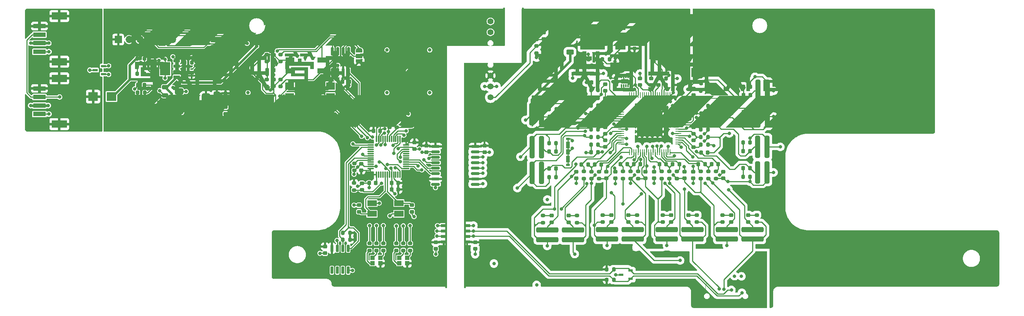
<source format=gbr>
%TF.GenerationSoftware,KiCad,Pcbnew,8.0.0*%
%TF.CreationDate,2024-03-11T14:31:43+01:00*%
%TF.ProjectId,FT24-AMS_Slave-v5,46543234-2d41-44d5-935f-536c6176652d,rev?*%
%TF.SameCoordinates,PX2faf080PY47868c0*%
%TF.FileFunction,Legend,Bot*%
%TF.FilePolarity,Positive*%
%FSLAX46Y46*%
G04 Gerber Fmt 4.6, Leading zero omitted, Abs format (unit mm)*
G04 Created by KiCad (PCBNEW 8.0.0) date 2024-03-11 14:31:43*
%MOMM*%
%LPD*%
G01*
G04 APERTURE LIST*
G04 Aperture macros list*
%AMRoundRect*
0 Rectangle with rounded corners*
0 $1 Rounding radius*
0 $2 $3 $4 $5 $6 $7 $8 $9 X,Y pos of 4 corners*
0 Add a 4 corners polygon primitive as box body*
4,1,4,$2,$3,$4,$5,$6,$7,$8,$9,$2,$3,0*
0 Add four circle primitives for the rounded corners*
1,1,$1+$1,$2,$3*
1,1,$1+$1,$4,$5*
1,1,$1+$1,$6,$7*
1,1,$1+$1,$8,$9*
0 Add four rect primitives between the rounded corners*
20,1,$1+$1,$2,$3,$4,$5,0*
20,1,$1+$1,$4,$5,$6,$7,0*
20,1,$1+$1,$6,$7,$8,$9,0*
20,1,$1+$1,$8,$9,$2,$3,0*%
%AMFreePoly0*
4,1,19,0.550000,-0.750000,0.000000,-0.750000,0.000000,-0.744911,-0.071157,-0.744911,-0.207708,-0.704816,-0.327430,-0.627875,-0.420627,-0.520320,-0.479746,-0.390866,-0.500000,-0.250000,-0.500000,0.250000,-0.479746,0.390866,-0.420627,0.520320,-0.327430,0.627875,-0.207708,0.704816,-0.071157,0.744911,0.000000,0.744911,0.000000,0.750000,0.550000,0.750000,0.550000,-0.750000,0.550000,-0.750000,
$1*%
%AMFreePoly1*
4,1,19,0.000000,0.744911,0.071157,0.744911,0.207708,0.704816,0.327430,0.627875,0.420627,0.520320,0.479746,0.390866,0.500000,0.250000,0.500000,-0.250000,0.479746,-0.390866,0.420627,-0.520320,0.327430,-0.627875,0.207708,-0.704816,0.071157,-0.744911,0.000000,-0.744911,0.000000,-0.750000,-0.550000,-0.750000,-0.550000,0.750000,0.000000,0.750000,0.000000,0.744911,0.000000,0.744911,
$1*%
G04 Aperture macros list end*
%ADD10C,0.400000*%
%ADD11C,0.150000*%
%ADD12C,0.300000*%
%ADD13C,0.100000*%
%ADD14C,0.200000*%
%ADD15C,0.000000*%
%ADD16R,1.700000X1.700000*%
%ADD17O,1.700000X1.700000*%
%ADD18C,3.500000*%
%ADD19C,1.400000*%
%ADD20C,0.850000*%
%ADD21R,0.550000X1.500000*%
%TA.AperFunction,SMDPad,CuDef*%
%ADD22RoundRect,0.225000X0.250000X-0.225000X0.250000X0.225000X-0.250000X0.225000X-0.250000X-0.225000X0*%
%TD*%
%TA.AperFunction,SMDPad,CuDef*%
%ADD23RoundRect,0.250000X2.350000X-0.325000X2.350000X0.325000X-2.350000X0.325000X-2.350000X-0.325000X0*%
%TD*%
%TA.AperFunction,SMDPad,CuDef*%
%ADD24RoundRect,0.200000X0.200000X0.275000X-0.200000X0.275000X-0.200000X-0.275000X0.200000X-0.275000X0*%
%TD*%
%TA.AperFunction,SMDPad,CuDef*%
%ADD25RoundRect,0.200000X-0.200000X-0.275000X0.200000X-0.275000X0.200000X0.275000X-0.200000X0.275000X0*%
%TD*%
%TA.AperFunction,SMDPad,CuDef*%
%ADD26RoundRect,0.225000X-0.250000X0.225000X-0.250000X-0.225000X0.250000X-0.225000X0.250000X0.225000X0*%
%TD*%
%TA.AperFunction,SMDPad,CuDef*%
%ADD27RoundRect,0.225000X0.225000X0.250000X-0.225000X0.250000X-0.225000X-0.250000X0.225000X-0.250000X0*%
%TD*%
%TA.AperFunction,SMDPad,CuDef*%
%ADD28RoundRect,0.200000X0.275000X-0.200000X0.275000X0.200000X-0.275000X0.200000X-0.275000X-0.200000X0*%
%TD*%
%TA.AperFunction,SMDPad,CuDef*%
%ADD29O,1.500000X0.250000*%
%TD*%
%TA.AperFunction,SMDPad,CuDef*%
%ADD30O,0.250000X1.500000*%
%TD*%
%TA.AperFunction,ComponentPad*%
%ADD31C,0.800000*%
%TD*%
%TA.AperFunction,SMDPad,CuDef*%
%ADD32R,6.000000X6.000000*%
%TD*%
%TA.AperFunction,SMDPad,CuDef*%
%ADD33RoundRect,0.150000X-0.875000X-0.150000X0.875000X-0.150000X0.875000X0.150000X-0.875000X0.150000X0*%
%TD*%
%TA.AperFunction,ComponentPad*%
%ADD34R,1.700000X1.700000*%
%TD*%
%TA.AperFunction,ComponentPad*%
%ADD35O,1.700000X1.700000*%
%TD*%
%TA.AperFunction,SMDPad,CuDef*%
%ADD36R,1.250000X0.600000*%
%TD*%
%TA.AperFunction,SMDPad,CuDef*%
%ADD37RoundRect,0.200000X-0.275000X0.200000X-0.275000X-0.200000X0.275000X-0.200000X0.275000X0.200000X0*%
%TD*%
%TA.AperFunction,SMDPad,CuDef*%
%ADD38R,0.550000X0.420000*%
%TD*%
%TA.AperFunction,SMDPad,CuDef*%
%ADD39R,0.300000X0.700000*%
%TD*%
%TA.AperFunction,SMDPad,CuDef*%
%ADD40R,1.700000X1.000000*%
%TD*%
%TA.AperFunction,SMDPad,CuDef*%
%ADD41RoundRect,0.218750X0.218750X0.256250X-0.218750X0.256250X-0.218750X-0.256250X0.218750X-0.256250X0*%
%TD*%
%TA.AperFunction,SMDPad,CuDef*%
%ADD42R,3.600000X1.800000*%
%TD*%
%TA.AperFunction,SMDPad,CuDef*%
%ADD43R,2.900000X1.000000*%
%TD*%
%TA.AperFunction,SMDPad,CuDef*%
%ADD44RoundRect,0.250000X0.625000X-0.312500X0.625000X0.312500X-0.625000X0.312500X-0.625000X-0.312500X0*%
%TD*%
%TA.AperFunction,SMDPad,CuDef*%
%ADD45R,1.050000X0.600000*%
%TD*%
%TA.AperFunction,SMDPad,CuDef*%
%ADD46RoundRect,0.218750X-0.218750X-0.256250X0.218750X-0.256250X0.218750X0.256250X-0.218750X0.256250X0*%
%TD*%
%TA.AperFunction,SMDPad,CuDef*%
%ADD47RoundRect,0.218750X0.256250X-0.218750X0.256250X0.218750X-0.256250X0.218750X-0.256250X-0.218750X0*%
%TD*%
%TA.AperFunction,ComponentPad*%
%ADD48C,1.400000*%
%TD*%
%TA.AperFunction,SMDPad,CuDef*%
%ADD49RoundRect,0.225000X-0.225000X-0.250000X0.225000X-0.250000X0.225000X0.250000X-0.225000X0.250000X0*%
%TD*%
%TA.AperFunction,SMDPad,CuDef*%
%ADD50R,1.000000X1.000000*%
%TD*%
%TA.AperFunction,SMDPad,CuDef*%
%ADD51RoundRect,0.075000X0.075000X-0.662500X0.075000X0.662500X-0.075000X0.662500X-0.075000X-0.662500X0*%
%TD*%
%TA.AperFunction,SMDPad,CuDef*%
%ADD52RoundRect,0.075000X0.662500X-0.075000X0.662500X0.075000X-0.662500X0.075000X-0.662500X-0.075000X0*%
%TD*%
%TA.AperFunction,SMDPad,CuDef*%
%ADD53R,1.474500X0.650000*%
%TD*%
%TA.AperFunction,SMDPad,CuDef*%
%ADD54RoundRect,0.250000X0.325000X2.350000X-0.325000X2.350000X-0.325000X-2.350000X0.325000X-2.350000X0*%
%TD*%
%TA.AperFunction,SMDPad,CuDef*%
%ADD55RoundRect,0.250000X-0.325000X-2.350000X0.325000X-2.350000X0.325000X2.350000X-0.325000X2.350000X0*%
%TD*%
%TA.AperFunction,SMDPad,CuDef*%
%ADD56RoundRect,0.218750X-0.256250X0.218750X-0.256250X-0.218750X0.256250X-0.218750X0.256250X0.218750X0*%
%TD*%
%TA.AperFunction,SMDPad,CuDef*%
%ADD57R,0.600000X0.900000*%
%TD*%
%TA.AperFunction,SMDPad,CuDef*%
%ADD58R,1.500000X0.900000*%
%TD*%
%TA.AperFunction,SMDPad,CuDef*%
%ADD59R,1.200000X0.900000*%
%TD*%
%TA.AperFunction,SMDPad,CuDef*%
%ADD60R,1.525000X0.650000*%
%TD*%
%TA.AperFunction,SMDPad,CuDef*%
%ADD61R,2.400000X3.100000*%
%TD*%
%TA.AperFunction,SMDPad,CuDef*%
%ADD62R,2.000000X1.780000*%
%TD*%
%TA.AperFunction,SMDPad,CuDef*%
%ADD63R,2.000000X1.200000*%
%TD*%
%TA.AperFunction,SMDPad,CuDef*%
%ADD64R,2.400000X1.400000*%
%TD*%
%TA.AperFunction,SMDPad,CuDef*%
%ADD65R,5.750000X5.900000*%
%TD*%
%TA.AperFunction,SMDPad,CuDef*%
%ADD66RoundRect,0.250000X-0.475000X0.250000X-0.475000X-0.250000X0.475000X-0.250000X0.475000X0.250000X0*%
%TD*%
%TA.AperFunction,SMDPad,CuDef*%
%ADD67FreePoly0,90.000000*%
%TD*%
%TA.AperFunction,SMDPad,CuDef*%
%ADD68R,1.500000X1.000000*%
%TD*%
%TA.AperFunction,SMDPad,CuDef*%
%ADD69FreePoly1,90.000000*%
%TD*%
%TA.AperFunction,SMDPad,CuDef*%
%ADD70R,2.300000X2.150000*%
%TD*%
%TA.AperFunction,SMDPad,CuDef*%
%ADD71R,1.150000X0.600000*%
%TD*%
%TA.AperFunction,SMDPad,CuDef*%
%ADD72RoundRect,0.225000X-0.375000X0.225000X-0.375000X-0.225000X0.375000X-0.225000X0.375000X0.225000X0*%
%TD*%
%TA.AperFunction,SMDPad,CuDef*%
%ADD73R,2.200000X1.400000*%
%TD*%
%TA.AperFunction,SMDPad,CuDef*%
%ADD74RoundRect,0.150000X0.150000X-0.825000X0.150000X0.825000X-0.150000X0.825000X-0.150000X-0.825000X0*%
%TD*%
%TA.AperFunction,SMDPad,CuDef*%
%ADD75RoundRect,0.150000X0.150000X-0.725000X0.150000X0.725000X-0.150000X0.725000X-0.150000X-0.725000X0*%
%TD*%
%TA.AperFunction,SMDPad,CuDef*%
%ADD76RoundRect,0.375000X-0.625000X-0.375000X0.625000X-0.375000X0.625000X0.375000X-0.625000X0.375000X0*%
%TD*%
%TA.AperFunction,SMDPad,CuDef*%
%ADD77RoundRect,0.500000X-0.500000X-1.400000X0.500000X-1.400000X0.500000X1.400000X-0.500000X1.400000X0*%
%TD*%
%TA.AperFunction,SMDPad,CuDef*%
%ADD78R,0.900000X0.600000*%
%TD*%
%TA.AperFunction,SMDPad,CuDef*%
%ADD79R,0.900000X1.500000*%
%TD*%
%TA.AperFunction,SMDPad,CuDef*%
%ADD80R,0.900000X1.200000*%
%TD*%
%TA.AperFunction,ViaPad*%
%ADD81C,0.800000*%
%TD*%
%TA.AperFunction,Conductor*%
%ADD82C,0.250000*%
%TD*%
%TA.AperFunction,Conductor*%
%ADD83C,0.600000*%
%TD*%
%TA.AperFunction,Conductor*%
%ADD84C,0.200000*%
%TD*%
G04 APERTURE END LIST*
D10*
X116700000Y-200000D02*
X116700000Y-13200000D01*
X98799847Y-65500000D02*
X98800152Y-8800000D01*
X112300000Y-200000D02*
X112300000Y-8800000D01*
X112300000Y-8800000D02*
X98800000Y-8800000D01*
X103200000Y-65500000D02*
X103200000Y-13200000D01*
X116700000Y-13200000D02*
X103200000Y-13200000D01*
D11*
G36*
X55558033Y-11433838D02*
G01*
X56867175Y-11433838D01*
X56867175Y-12309204D01*
X55558033Y-12309204D01*
X55558033Y-14935303D01*
X57383015Y-14935303D01*
X57383015Y-15810669D01*
X55690901Y-15810669D01*
X57146588Y-18561821D01*
X57707370Y-18561821D01*
X57259917Y-19437187D01*
X56609254Y-19437187D01*
X55120350Y-16602016D01*
X53619722Y-19437187D01*
X52476665Y-19437187D01*
X52476665Y-18561821D01*
X53082387Y-18561821D01*
X54538075Y-15810669D01*
X52476665Y-15810669D01*
X52476665Y-14935303D01*
X53013999Y-14935303D01*
X53013999Y-12309204D01*
X53887412Y-12309204D01*
X53887412Y-14935303D01*
X54661173Y-14935303D01*
X54661173Y-12309204D01*
X53887412Y-12309204D01*
X53013999Y-12309204D01*
X53013999Y-11433838D01*
X54661173Y-11433838D01*
X54661173Y-10245840D01*
X55558033Y-10245840D01*
X55558033Y-11433838D01*
G37*
G36*
X58637447Y-11805087D02*
G01*
X58905137Y-11805087D01*
X59532352Y-12995038D01*
X59700392Y-12995038D01*
X59276386Y-13792246D01*
X59028235Y-13792246D01*
X58637447Y-13065380D01*
X58637447Y-19437187D01*
X57785528Y-19437187D01*
X57785528Y-10245840D01*
X58637447Y-10245840D01*
X58637447Y-11805087D01*
G37*
G36*
X57640936Y-12809413D02*
G01*
X57023490Y-12809413D01*
X57023490Y-10808576D01*
X57640936Y-10808576D01*
X57640936Y-12809413D01*
G37*
G36*
X48930259Y-19437187D02*
G01*
X44215395Y-19437187D01*
X44215395Y-17561402D01*
X45088807Y-17561402D01*
X45088807Y-18686873D01*
X48056847Y-18686873D01*
X48056847Y-17561402D01*
X45088807Y-17561402D01*
X44215395Y-17561402D01*
X44215395Y-16811088D01*
X48056847Y-16811088D01*
X48056847Y-16185826D01*
X44953985Y-16185826D01*
X44953985Y-14810251D01*
X45827398Y-14810251D01*
X45827398Y-15435512D01*
X48056847Y-15435512D01*
X48056847Y-14810251D01*
X45827398Y-14810251D01*
X44953985Y-14810251D01*
X44953985Y-14059937D01*
X48930259Y-14059937D01*
X48930259Y-19437187D01*
G37*
G36*
X47384690Y-12809413D02*
G01*
X50274572Y-12809413D01*
X50274572Y-14487850D01*
X49401159Y-14487850D01*
X49401159Y-13684780D01*
X44483085Y-13684780D01*
X44483085Y-14487850D01*
X43609673Y-14487850D01*
X43609673Y-12809413D01*
X46511278Y-12809413D01*
X46511278Y-12037606D01*
X47384690Y-12037606D01*
X47384690Y-12809413D01*
G37*
G36*
X50217907Y-11547166D02*
G01*
X50643867Y-11547166D01*
X50229631Y-12307250D01*
X49713790Y-12307250D01*
X49299554Y-11537397D01*
X48861871Y-11537397D01*
X48269826Y-12643328D01*
X47832143Y-11814856D01*
X47978689Y-11537397D01*
X47025165Y-11537397D01*
X47025165Y-10808576D01*
X48885318Y-10808576D01*
X48639121Y-10286873D01*
X49557475Y-10286873D01*
X50217907Y-11547166D01*
G37*
G36*
X46667593Y-11140746D02*
G01*
X46991948Y-11140746D01*
X46589435Y-11869567D01*
X46163476Y-11869567D01*
X45983713Y-11537397D01*
X45346728Y-11537397D01*
X44762499Y-12631604D01*
X44326770Y-11805087D01*
X44471362Y-11537397D01*
X43519791Y-11537397D01*
X43519791Y-10808576D01*
X45569477Y-10808576D01*
X45323281Y-10286873D01*
X46229910Y-10286873D01*
X46667593Y-11140746D01*
G37*
G36*
X184373761Y-11586755D02*
G01*
X185682903Y-11586755D01*
X185682903Y-12462121D01*
X184373761Y-12462121D01*
X184373761Y-15088220D01*
X186198743Y-15088220D01*
X186198743Y-15963586D01*
X184506629Y-15963586D01*
X185962316Y-18714738D01*
X186523098Y-18714738D01*
X186075645Y-19590104D01*
X185424982Y-19590104D01*
X183936078Y-16754933D01*
X182435450Y-19590104D01*
X181292393Y-19590104D01*
X181292393Y-18714738D01*
X181898115Y-18714738D01*
X183353803Y-15963586D01*
X181292393Y-15963586D01*
X181292393Y-15088220D01*
X181829727Y-15088220D01*
X181829727Y-12462121D01*
X182703140Y-12462121D01*
X182703140Y-15088220D01*
X183476901Y-15088220D01*
X183476901Y-12462121D01*
X182703140Y-12462121D01*
X181829727Y-12462121D01*
X181829727Y-11586755D01*
X183476901Y-11586755D01*
X183476901Y-10398757D01*
X184373761Y-10398757D01*
X184373761Y-11586755D01*
G37*
G36*
X187453175Y-11958004D02*
G01*
X187720865Y-11958004D01*
X188348080Y-13147955D01*
X188516120Y-13147955D01*
X188092114Y-13945163D01*
X187843963Y-13945163D01*
X187453175Y-13218297D01*
X187453175Y-19590104D01*
X186601256Y-19590104D01*
X186601256Y-10398757D01*
X187453175Y-10398757D01*
X187453175Y-11958004D01*
G37*
G36*
X186456664Y-12962330D02*
G01*
X185839218Y-12962330D01*
X185839218Y-10961493D01*
X186456664Y-10961493D01*
X186456664Y-12962330D01*
G37*
G36*
X177745987Y-19590104D02*
G01*
X173031123Y-19590104D01*
X173031123Y-17714319D01*
X173904535Y-17714319D01*
X173904535Y-18839790D01*
X176872575Y-18839790D01*
X176872575Y-17714319D01*
X173904535Y-17714319D01*
X173031123Y-17714319D01*
X173031123Y-16964005D01*
X176872575Y-16964005D01*
X176872575Y-16338743D01*
X173769713Y-16338743D01*
X173769713Y-14963168D01*
X174643126Y-14963168D01*
X174643126Y-15588429D01*
X176872575Y-15588429D01*
X176872575Y-14963168D01*
X174643126Y-14963168D01*
X173769713Y-14963168D01*
X173769713Y-14212854D01*
X177745987Y-14212854D01*
X177745987Y-19590104D01*
G37*
G36*
X176200418Y-12962330D02*
G01*
X179090300Y-12962330D01*
X179090300Y-14640767D01*
X178216887Y-14640767D01*
X178216887Y-13837697D01*
X173298813Y-13837697D01*
X173298813Y-14640767D01*
X172425401Y-14640767D01*
X172425401Y-12962330D01*
X175327006Y-12962330D01*
X175327006Y-12190523D01*
X176200418Y-12190523D01*
X176200418Y-12962330D01*
G37*
G36*
X179033635Y-11700083D02*
G01*
X179459595Y-11700083D01*
X179045359Y-12460167D01*
X178529518Y-12460167D01*
X178115282Y-11690314D01*
X177677599Y-11690314D01*
X177085554Y-12796245D01*
X176647871Y-11967773D01*
X176794417Y-11690314D01*
X175840893Y-11690314D01*
X175840893Y-10961493D01*
X177701046Y-10961493D01*
X177454849Y-10439790D01*
X178373203Y-10439790D01*
X179033635Y-11700083D01*
G37*
G36*
X175483321Y-11293663D02*
G01*
X175807676Y-11293663D01*
X175405163Y-12022484D01*
X174979204Y-12022484D01*
X174799441Y-11690314D01*
X174162456Y-11690314D01*
X173578227Y-12784521D01*
X173142498Y-11958004D01*
X173287090Y-11690314D01*
X172335519Y-11690314D01*
X172335519Y-10961493D01*
X174385205Y-10961493D01*
X174139009Y-10439790D01*
X175045638Y-10439790D01*
X175483321Y-11293663D01*
G37*
G36*
X37988976Y-11370810D02*
G01*
X39298118Y-11370810D01*
X39298118Y-12246176D01*
X37988976Y-12246176D01*
X37988976Y-14872275D01*
X39813958Y-14872275D01*
X39813958Y-15747641D01*
X38121844Y-15747641D01*
X39577531Y-18498793D01*
X40138313Y-18498793D01*
X39690860Y-19374159D01*
X39040197Y-19374159D01*
X37551293Y-16538988D01*
X36050665Y-19374159D01*
X34907608Y-19374159D01*
X34907608Y-18498793D01*
X35513330Y-18498793D01*
X36969018Y-15747641D01*
X34907608Y-15747641D01*
X34907608Y-14872275D01*
X35444942Y-14872275D01*
X35444942Y-12246176D01*
X36318355Y-12246176D01*
X36318355Y-14872275D01*
X37092116Y-14872275D01*
X37092116Y-12246176D01*
X36318355Y-12246176D01*
X35444942Y-12246176D01*
X35444942Y-11370810D01*
X37092116Y-11370810D01*
X37092116Y-10182812D01*
X37988976Y-10182812D01*
X37988976Y-11370810D01*
G37*
G36*
X41068390Y-11742059D02*
G01*
X41336080Y-11742059D01*
X41963295Y-12932010D01*
X42131335Y-12932010D01*
X41707329Y-13729218D01*
X41459178Y-13729218D01*
X41068390Y-13002352D01*
X41068390Y-19374159D01*
X40216471Y-19374159D01*
X40216471Y-10182812D01*
X41068390Y-10182812D01*
X41068390Y-11742059D01*
G37*
G36*
X40071879Y-12746385D02*
G01*
X39454433Y-12746385D01*
X39454433Y-10745548D01*
X40071879Y-10745548D01*
X40071879Y-12746385D01*
G37*
G36*
X31361202Y-19374159D02*
G01*
X26646338Y-19374159D01*
X26646338Y-17498374D01*
X27519750Y-17498374D01*
X27519750Y-18623845D01*
X30487790Y-18623845D01*
X30487790Y-17498374D01*
X27519750Y-17498374D01*
X26646338Y-17498374D01*
X26646338Y-16748060D01*
X30487790Y-16748060D01*
X30487790Y-16122798D01*
X27384928Y-16122798D01*
X27384928Y-14747223D01*
X28258341Y-14747223D01*
X28258341Y-15372484D01*
X30487790Y-15372484D01*
X30487790Y-14747223D01*
X28258341Y-14747223D01*
X27384928Y-14747223D01*
X27384928Y-13996909D01*
X31361202Y-13996909D01*
X31361202Y-19374159D01*
G37*
G36*
X29815633Y-12746385D02*
G01*
X32705515Y-12746385D01*
X32705515Y-14424822D01*
X31832102Y-14424822D01*
X31832102Y-13621752D01*
X26914028Y-13621752D01*
X26914028Y-14424822D01*
X26040616Y-14424822D01*
X26040616Y-12746385D01*
X28942221Y-12746385D01*
X28942221Y-11974578D01*
X29815633Y-11974578D01*
X29815633Y-12746385D01*
G37*
G36*
X32648850Y-11484138D02*
G01*
X33074810Y-11484138D01*
X32660574Y-12244222D01*
X32144733Y-12244222D01*
X31730497Y-11474369D01*
X31292814Y-11474369D01*
X30700769Y-12580300D01*
X30263086Y-11751828D01*
X30409632Y-11474369D01*
X29456108Y-11474369D01*
X29456108Y-10745548D01*
X31316261Y-10745548D01*
X31070064Y-10223845D01*
X31988418Y-10223845D01*
X32648850Y-11484138D01*
G37*
G36*
X29098536Y-11077718D02*
G01*
X29422891Y-11077718D01*
X29020378Y-11806539D01*
X28594419Y-11806539D01*
X28414656Y-11474369D01*
X27777671Y-11474369D01*
X27193442Y-12568576D01*
X26757713Y-11742059D01*
X26902305Y-11474369D01*
X25950734Y-11474369D01*
X25950734Y-10745548D01*
X28000420Y-10745548D01*
X27754224Y-10223845D01*
X28660853Y-10223845D01*
X29098536Y-11077718D01*
G37*
D12*
G36*
X97324284Y-63598241D02*
G01*
X97324284Y-62252951D01*
X96808932Y-62252951D01*
X96808932Y-63691053D01*
X94649825Y-63691053D01*
X94649825Y-64191263D01*
X96723447Y-64191263D01*
X96824122Y-64182848D01*
X96919702Y-64157603D01*
X97010186Y-64115528D01*
X97095574Y-64056624D01*
X97142079Y-64015408D01*
X97213075Y-63935339D01*
X97266633Y-63849006D01*
X97302754Y-63756408D01*
X97321437Y-63657546D01*
X97324284Y-63598241D01*
G37*
G36*
X94766085Y-62252951D02*
G01*
X94182344Y-62252951D01*
X93440823Y-63663210D01*
X92685624Y-62252951D01*
X92101395Y-62252951D01*
X92934263Y-63801451D01*
X92988134Y-63892813D01*
X93059981Y-63989885D01*
X93136836Y-64067924D01*
X93218700Y-64126928D01*
X93323549Y-64172609D01*
X93435611Y-64190882D01*
X93454989Y-64191263D01*
X93560805Y-64175188D01*
X93663565Y-64126966D01*
X93746863Y-64062222D01*
X93828038Y-63975153D01*
X93891449Y-63889424D01*
X93953502Y-63789407D01*
X93984019Y-63734040D01*
X94766085Y-62252951D01*
G37*
D11*
G36*
X73173761Y-11433838D02*
G01*
X74482903Y-11433838D01*
X74482903Y-12309204D01*
X73173761Y-12309204D01*
X73173761Y-14935303D01*
X74998743Y-14935303D01*
X74998743Y-15810669D01*
X73306629Y-15810669D01*
X74762316Y-18561821D01*
X75323098Y-18561821D01*
X74875645Y-19437187D01*
X74224982Y-19437187D01*
X72736078Y-16602016D01*
X71235450Y-19437187D01*
X70092393Y-19437187D01*
X70092393Y-18561821D01*
X70698115Y-18561821D01*
X72153803Y-15810669D01*
X70092393Y-15810669D01*
X70092393Y-14935303D01*
X70629727Y-14935303D01*
X70629727Y-12309204D01*
X71503140Y-12309204D01*
X71503140Y-14935303D01*
X72276901Y-14935303D01*
X72276901Y-12309204D01*
X71503140Y-12309204D01*
X70629727Y-12309204D01*
X70629727Y-11433838D01*
X72276901Y-11433838D01*
X72276901Y-10245840D01*
X73173761Y-10245840D01*
X73173761Y-11433838D01*
G37*
G36*
X76253175Y-11805087D02*
G01*
X76520865Y-11805087D01*
X77148080Y-12995038D01*
X77316120Y-12995038D01*
X76892114Y-13792246D01*
X76643963Y-13792246D01*
X76253175Y-13065380D01*
X76253175Y-19437187D01*
X75401256Y-19437187D01*
X75401256Y-10245840D01*
X76253175Y-10245840D01*
X76253175Y-11805087D01*
G37*
G36*
X75256664Y-12809413D02*
G01*
X74639218Y-12809413D01*
X74639218Y-10808576D01*
X75256664Y-10808576D01*
X75256664Y-12809413D01*
G37*
G36*
X66545987Y-19437187D02*
G01*
X61831123Y-19437187D01*
X61831123Y-17561402D01*
X62704535Y-17561402D01*
X62704535Y-18686873D01*
X65672575Y-18686873D01*
X65672575Y-17561402D01*
X62704535Y-17561402D01*
X61831123Y-17561402D01*
X61831123Y-16811088D01*
X65672575Y-16811088D01*
X65672575Y-16185826D01*
X62569713Y-16185826D01*
X62569713Y-14810251D01*
X63443126Y-14810251D01*
X63443126Y-15435512D01*
X65672575Y-15435512D01*
X65672575Y-14810251D01*
X63443126Y-14810251D01*
X62569713Y-14810251D01*
X62569713Y-14059937D01*
X66545987Y-14059937D01*
X66545987Y-19437187D01*
G37*
G36*
X65000418Y-12809413D02*
G01*
X67890300Y-12809413D01*
X67890300Y-14487850D01*
X67016887Y-14487850D01*
X67016887Y-13684780D01*
X62098813Y-13684780D01*
X62098813Y-14487850D01*
X61225401Y-14487850D01*
X61225401Y-12809413D01*
X64127006Y-12809413D01*
X64127006Y-12037606D01*
X65000418Y-12037606D01*
X65000418Y-12809413D01*
G37*
G36*
X67833635Y-11547166D02*
G01*
X68259595Y-11547166D01*
X67845359Y-12307250D01*
X67329518Y-12307250D01*
X66915282Y-11537397D01*
X66477599Y-11537397D01*
X65885554Y-12643328D01*
X65447871Y-11814856D01*
X65594417Y-11537397D01*
X64640893Y-11537397D01*
X64640893Y-10808576D01*
X66501046Y-10808576D01*
X66254849Y-10286873D01*
X67173203Y-10286873D01*
X67833635Y-11547166D01*
G37*
G36*
X64283321Y-11140746D02*
G01*
X64607676Y-11140746D01*
X64205163Y-11869567D01*
X63779204Y-11869567D01*
X63599441Y-11537397D01*
X62962456Y-11537397D01*
X62378227Y-12631604D01*
X61942498Y-11805087D01*
X62087090Y-11537397D01*
X61135519Y-11537397D01*
X61135519Y-10808576D01*
X63185205Y-10808576D01*
X62939009Y-10286873D01*
X63845638Y-10286873D01*
X64283321Y-11140746D01*
G37*
G36*
X90758033Y-11433838D02*
G01*
X92067175Y-11433838D01*
X92067175Y-12309204D01*
X90758033Y-12309204D01*
X90758033Y-14935303D01*
X92583015Y-14935303D01*
X92583015Y-15810669D01*
X90890901Y-15810669D01*
X92346588Y-18561821D01*
X92907370Y-18561821D01*
X92459917Y-19437187D01*
X91809254Y-19437187D01*
X90320350Y-16602016D01*
X88819722Y-19437187D01*
X87676665Y-19437187D01*
X87676665Y-18561821D01*
X88282387Y-18561821D01*
X89738075Y-15810669D01*
X87676665Y-15810669D01*
X87676665Y-14935303D01*
X88213999Y-14935303D01*
X88213999Y-12309204D01*
X89087412Y-12309204D01*
X89087412Y-14935303D01*
X89861173Y-14935303D01*
X89861173Y-12309204D01*
X89087412Y-12309204D01*
X88213999Y-12309204D01*
X88213999Y-11433838D01*
X89861173Y-11433838D01*
X89861173Y-10245840D01*
X90758033Y-10245840D01*
X90758033Y-11433838D01*
G37*
G36*
X93837447Y-11805087D02*
G01*
X94105137Y-11805087D01*
X94732352Y-12995038D01*
X94900392Y-12995038D01*
X94476386Y-13792246D01*
X94228235Y-13792246D01*
X93837447Y-13065380D01*
X93837447Y-19437187D01*
X92985528Y-19437187D01*
X92985528Y-10245840D01*
X93837447Y-10245840D01*
X93837447Y-11805087D01*
G37*
G36*
X92840936Y-12809413D02*
G01*
X92223490Y-12809413D01*
X92223490Y-10808576D01*
X92840936Y-10808576D01*
X92840936Y-12809413D01*
G37*
G36*
X84130259Y-19437187D02*
G01*
X79415395Y-19437187D01*
X79415395Y-17561402D01*
X80288807Y-17561402D01*
X80288807Y-18686873D01*
X83256847Y-18686873D01*
X83256847Y-17561402D01*
X80288807Y-17561402D01*
X79415395Y-17561402D01*
X79415395Y-16811088D01*
X83256847Y-16811088D01*
X83256847Y-16185826D01*
X80153985Y-16185826D01*
X80153985Y-14810251D01*
X81027398Y-14810251D01*
X81027398Y-15435512D01*
X83256847Y-15435512D01*
X83256847Y-14810251D01*
X81027398Y-14810251D01*
X80153985Y-14810251D01*
X80153985Y-14059937D01*
X84130259Y-14059937D01*
X84130259Y-19437187D01*
G37*
G36*
X82584690Y-12809413D02*
G01*
X85474572Y-12809413D01*
X85474572Y-14487850D01*
X84601159Y-14487850D01*
X84601159Y-13684780D01*
X79683085Y-13684780D01*
X79683085Y-14487850D01*
X78809673Y-14487850D01*
X78809673Y-12809413D01*
X81711278Y-12809413D01*
X81711278Y-12037606D01*
X82584690Y-12037606D01*
X82584690Y-12809413D01*
G37*
G36*
X85417907Y-11547166D02*
G01*
X85843867Y-11547166D01*
X85429631Y-12307250D01*
X84913790Y-12307250D01*
X84499554Y-11537397D01*
X84061871Y-11537397D01*
X83469826Y-12643328D01*
X83032143Y-11814856D01*
X83178689Y-11537397D01*
X82225165Y-11537397D01*
X82225165Y-10808576D01*
X84085318Y-10808576D01*
X83839121Y-10286873D01*
X84757475Y-10286873D01*
X85417907Y-11547166D01*
G37*
G36*
X81867593Y-11140746D02*
G01*
X82191948Y-11140746D01*
X81789435Y-11869567D01*
X81363476Y-11869567D01*
X81183713Y-11537397D01*
X80546728Y-11537397D01*
X79962499Y-12631604D01*
X79526770Y-11805087D01*
X79671362Y-11537397D01*
X78719791Y-11537397D01*
X78719791Y-10808576D01*
X80769477Y-10808576D01*
X80523281Y-10286873D01*
X81429910Y-10286873D01*
X81867593Y-11140746D01*
G37*
D12*
G36*
X110016608Y-62753161D02*
G01*
X110016608Y-62252951D01*
X107336775Y-62252951D01*
X107336775Y-62753161D01*
X108417306Y-62753161D01*
X108417306Y-64191263D01*
X108933147Y-64191263D01*
X108933147Y-62753161D01*
X110016608Y-62753161D01*
G37*
G36*
X106604535Y-62252951D02*
G01*
X104528471Y-62252951D01*
X104528471Y-62753161D01*
X106782344Y-62753161D01*
X106782344Y-62940739D01*
X105058967Y-62940739D01*
X104947980Y-62949388D01*
X104842837Y-62975334D01*
X104743537Y-63018577D01*
X104650081Y-63079118D01*
X104599302Y-63121479D01*
X104531404Y-63192279D01*
X104469945Y-63282519D01*
X104427607Y-63380987D01*
X104404389Y-63487683D01*
X104399511Y-63568932D01*
X104409118Y-63681528D01*
X104437939Y-63785943D01*
X104485974Y-63882178D01*
X104553224Y-63970230D01*
X104600279Y-64016873D01*
X104686779Y-64084824D01*
X104780011Y-64136085D01*
X104879975Y-64170656D01*
X104986671Y-64188538D01*
X105050662Y-64191263D01*
X107211235Y-64191263D01*
X107211235Y-63691053D01*
X104917794Y-63691053D01*
X104917794Y-63440949D01*
X106671946Y-63440949D01*
X106781748Y-63433071D01*
X106885472Y-63409439D01*
X106983119Y-63370053D01*
X107074688Y-63314912D01*
X107124284Y-63276329D01*
X107194672Y-63208403D01*
X107258385Y-63122297D01*
X107302276Y-63028804D01*
X107326346Y-62927925D01*
X107331402Y-62851346D01*
X107323107Y-62753018D01*
X107292463Y-62647200D01*
X107239239Y-62550966D01*
X107175646Y-62476107D01*
X107095464Y-62408290D01*
X106999844Y-62347762D01*
X106897633Y-62302101D01*
X106788830Y-62271307D01*
X106690323Y-62256744D01*
X106604535Y-62252951D01*
G37*
D11*
G36*
X131604704Y-11523727D02*
G01*
X132913846Y-11523727D01*
X132913846Y-12399093D01*
X131604704Y-12399093D01*
X131604704Y-15025192D01*
X133429686Y-15025192D01*
X133429686Y-15900558D01*
X131737572Y-15900558D01*
X133193259Y-18651710D01*
X133754041Y-18651710D01*
X133306588Y-19527076D01*
X132655925Y-19527076D01*
X131167021Y-16691905D01*
X129666393Y-19527076D01*
X128523336Y-19527076D01*
X128523336Y-18651710D01*
X129129058Y-18651710D01*
X130584746Y-15900558D01*
X128523336Y-15900558D01*
X128523336Y-15025192D01*
X129060670Y-15025192D01*
X129060670Y-12399093D01*
X129934083Y-12399093D01*
X129934083Y-15025192D01*
X130707844Y-15025192D01*
X130707844Y-12399093D01*
X129934083Y-12399093D01*
X129060670Y-12399093D01*
X129060670Y-11523727D01*
X130707844Y-11523727D01*
X130707844Y-10335729D01*
X131604704Y-10335729D01*
X131604704Y-11523727D01*
G37*
G36*
X134684118Y-11894976D02*
G01*
X134951808Y-11894976D01*
X135579023Y-13084927D01*
X135747063Y-13084927D01*
X135323057Y-13882135D01*
X135074906Y-13882135D01*
X134684118Y-13155269D01*
X134684118Y-19527076D01*
X133832199Y-19527076D01*
X133832199Y-10335729D01*
X134684118Y-10335729D01*
X134684118Y-11894976D01*
G37*
G36*
X133687607Y-12899302D02*
G01*
X133070161Y-12899302D01*
X133070161Y-10898465D01*
X133687607Y-10898465D01*
X133687607Y-12899302D01*
G37*
G36*
X124976930Y-19527076D02*
G01*
X120262066Y-19527076D01*
X120262066Y-17651291D01*
X121135478Y-17651291D01*
X121135478Y-18776762D01*
X124103518Y-18776762D01*
X124103518Y-17651291D01*
X121135478Y-17651291D01*
X120262066Y-17651291D01*
X120262066Y-16900977D01*
X124103518Y-16900977D01*
X124103518Y-16275715D01*
X121000656Y-16275715D01*
X121000656Y-14900140D01*
X121874069Y-14900140D01*
X121874069Y-15525401D01*
X124103518Y-15525401D01*
X124103518Y-14900140D01*
X121874069Y-14900140D01*
X121000656Y-14900140D01*
X121000656Y-14149826D01*
X124976930Y-14149826D01*
X124976930Y-19527076D01*
G37*
G36*
X123431361Y-12899302D02*
G01*
X126321243Y-12899302D01*
X126321243Y-14577739D01*
X125447830Y-14577739D01*
X125447830Y-13774669D01*
X120529756Y-13774669D01*
X120529756Y-14577739D01*
X119656344Y-14577739D01*
X119656344Y-12899302D01*
X122557949Y-12899302D01*
X122557949Y-12127495D01*
X123431361Y-12127495D01*
X123431361Y-12899302D01*
G37*
G36*
X126264578Y-11637055D02*
G01*
X126690538Y-11637055D01*
X126276302Y-12397139D01*
X125760461Y-12397139D01*
X125346225Y-11627286D01*
X124908542Y-11627286D01*
X124316497Y-12733217D01*
X123878814Y-11904745D01*
X124025360Y-11627286D01*
X123071836Y-11627286D01*
X123071836Y-10898465D01*
X124931989Y-10898465D01*
X124685792Y-10376762D01*
X125604146Y-10376762D01*
X126264578Y-11637055D01*
G37*
G36*
X122714264Y-11230635D02*
G01*
X123038619Y-11230635D01*
X122636106Y-11959456D01*
X122210147Y-11959456D01*
X122030384Y-11627286D01*
X121393399Y-11627286D01*
X120809170Y-12721493D01*
X120373441Y-11894976D01*
X120518033Y-11627286D01*
X119566462Y-11627286D01*
X119566462Y-10898465D01*
X121616148Y-10898465D01*
X121369952Y-10376762D01*
X122276581Y-10376762D01*
X122714264Y-11230635D01*
G37*
G36*
X149173761Y-11586755D02*
G01*
X150482903Y-11586755D01*
X150482903Y-12462121D01*
X149173761Y-12462121D01*
X149173761Y-15088220D01*
X150998743Y-15088220D01*
X150998743Y-15963586D01*
X149306629Y-15963586D01*
X150762316Y-18714738D01*
X151323098Y-18714738D01*
X150875645Y-19590104D01*
X150224982Y-19590104D01*
X148736078Y-16754933D01*
X147235450Y-19590104D01*
X146092393Y-19590104D01*
X146092393Y-18714738D01*
X146698115Y-18714738D01*
X148153803Y-15963586D01*
X146092393Y-15963586D01*
X146092393Y-15088220D01*
X146629727Y-15088220D01*
X146629727Y-12462121D01*
X147503140Y-12462121D01*
X147503140Y-15088220D01*
X148276901Y-15088220D01*
X148276901Y-12462121D01*
X147503140Y-12462121D01*
X146629727Y-12462121D01*
X146629727Y-11586755D01*
X148276901Y-11586755D01*
X148276901Y-10398757D01*
X149173761Y-10398757D01*
X149173761Y-11586755D01*
G37*
G36*
X152253175Y-11958004D02*
G01*
X152520865Y-11958004D01*
X153148080Y-13147955D01*
X153316120Y-13147955D01*
X152892114Y-13945163D01*
X152643963Y-13945163D01*
X152253175Y-13218297D01*
X152253175Y-19590104D01*
X151401256Y-19590104D01*
X151401256Y-10398757D01*
X152253175Y-10398757D01*
X152253175Y-11958004D01*
G37*
G36*
X151256664Y-12962330D02*
G01*
X150639218Y-12962330D01*
X150639218Y-10961493D01*
X151256664Y-10961493D01*
X151256664Y-12962330D01*
G37*
G36*
X142545987Y-19590104D02*
G01*
X137831123Y-19590104D01*
X137831123Y-17714319D01*
X138704535Y-17714319D01*
X138704535Y-18839790D01*
X141672575Y-18839790D01*
X141672575Y-17714319D01*
X138704535Y-17714319D01*
X137831123Y-17714319D01*
X137831123Y-16964005D01*
X141672575Y-16964005D01*
X141672575Y-16338743D01*
X138569713Y-16338743D01*
X138569713Y-14963168D01*
X139443126Y-14963168D01*
X139443126Y-15588429D01*
X141672575Y-15588429D01*
X141672575Y-14963168D01*
X139443126Y-14963168D01*
X138569713Y-14963168D01*
X138569713Y-14212854D01*
X142545987Y-14212854D01*
X142545987Y-19590104D01*
G37*
G36*
X141000418Y-12962330D02*
G01*
X143890300Y-12962330D01*
X143890300Y-14640767D01*
X143016887Y-14640767D01*
X143016887Y-13837697D01*
X138098813Y-13837697D01*
X138098813Y-14640767D01*
X137225401Y-14640767D01*
X137225401Y-12962330D01*
X140127006Y-12962330D01*
X140127006Y-12190523D01*
X141000418Y-12190523D01*
X141000418Y-12962330D01*
G37*
G36*
X143833635Y-11700083D02*
G01*
X144259595Y-11700083D01*
X143845359Y-12460167D01*
X143329518Y-12460167D01*
X142915282Y-11690314D01*
X142477599Y-11690314D01*
X141885554Y-12796245D01*
X141447871Y-11967773D01*
X141594417Y-11690314D01*
X140640893Y-11690314D01*
X140640893Y-10961493D01*
X142501046Y-10961493D01*
X142254849Y-10439790D01*
X143173203Y-10439790D01*
X143833635Y-11700083D01*
G37*
G36*
X140283321Y-11293663D02*
G01*
X140607676Y-11293663D01*
X140205163Y-12022484D01*
X139779204Y-12022484D01*
X139599441Y-11690314D01*
X138962456Y-11690314D01*
X138378227Y-12784521D01*
X137942498Y-11958004D01*
X138087090Y-11690314D01*
X137135519Y-11690314D01*
X137135519Y-10961493D01*
X139185205Y-10961493D01*
X138939009Y-10439790D01*
X139845638Y-10439790D01*
X140283321Y-11293663D01*
G37*
G36*
X166789489Y-11586755D02*
G01*
X168098631Y-11586755D01*
X168098631Y-12462121D01*
X166789489Y-12462121D01*
X166789489Y-15088220D01*
X168614471Y-15088220D01*
X168614471Y-15963586D01*
X166922357Y-15963586D01*
X168378044Y-18714738D01*
X168938826Y-18714738D01*
X168491373Y-19590104D01*
X167840710Y-19590104D01*
X166351806Y-16754933D01*
X164851178Y-19590104D01*
X163708121Y-19590104D01*
X163708121Y-18714738D01*
X164313843Y-18714738D01*
X165769531Y-15963586D01*
X163708121Y-15963586D01*
X163708121Y-15088220D01*
X164245455Y-15088220D01*
X164245455Y-12462121D01*
X165118868Y-12462121D01*
X165118868Y-15088220D01*
X165892629Y-15088220D01*
X165892629Y-12462121D01*
X165118868Y-12462121D01*
X164245455Y-12462121D01*
X164245455Y-11586755D01*
X165892629Y-11586755D01*
X165892629Y-10398757D01*
X166789489Y-10398757D01*
X166789489Y-11586755D01*
G37*
G36*
X169868903Y-11958004D02*
G01*
X170136593Y-11958004D01*
X170763808Y-13147955D01*
X170931848Y-13147955D01*
X170507842Y-13945163D01*
X170259691Y-13945163D01*
X169868903Y-13218297D01*
X169868903Y-19590104D01*
X169016984Y-19590104D01*
X169016984Y-10398757D01*
X169868903Y-10398757D01*
X169868903Y-11958004D01*
G37*
G36*
X168872392Y-12962330D02*
G01*
X168254946Y-12962330D01*
X168254946Y-10961493D01*
X168872392Y-10961493D01*
X168872392Y-12962330D01*
G37*
G36*
X160161715Y-19590104D02*
G01*
X155446851Y-19590104D01*
X155446851Y-17714319D01*
X156320263Y-17714319D01*
X156320263Y-18839790D01*
X159288303Y-18839790D01*
X159288303Y-17714319D01*
X156320263Y-17714319D01*
X155446851Y-17714319D01*
X155446851Y-16964005D01*
X159288303Y-16964005D01*
X159288303Y-16338743D01*
X156185441Y-16338743D01*
X156185441Y-14963168D01*
X157058854Y-14963168D01*
X157058854Y-15588429D01*
X159288303Y-15588429D01*
X159288303Y-14963168D01*
X157058854Y-14963168D01*
X156185441Y-14963168D01*
X156185441Y-14212854D01*
X160161715Y-14212854D01*
X160161715Y-19590104D01*
G37*
G36*
X158616146Y-12962330D02*
G01*
X161506028Y-12962330D01*
X161506028Y-14640767D01*
X160632615Y-14640767D01*
X160632615Y-13837697D01*
X155714541Y-13837697D01*
X155714541Y-14640767D01*
X154841129Y-14640767D01*
X154841129Y-12962330D01*
X157742734Y-12962330D01*
X157742734Y-12190523D01*
X158616146Y-12190523D01*
X158616146Y-12962330D01*
G37*
G36*
X161449363Y-11700083D02*
G01*
X161875323Y-11700083D01*
X161461087Y-12460167D01*
X160945246Y-12460167D01*
X160531010Y-11690314D01*
X160093327Y-11690314D01*
X159501282Y-12796245D01*
X159063599Y-11967773D01*
X159210145Y-11690314D01*
X158256621Y-11690314D01*
X158256621Y-10961493D01*
X160116774Y-10961493D01*
X159870577Y-10439790D01*
X160788931Y-10439790D01*
X161449363Y-11700083D01*
G37*
G36*
X157899049Y-11293663D02*
G01*
X158223404Y-11293663D01*
X157820891Y-12022484D01*
X157394932Y-12022484D01*
X157215169Y-11690314D01*
X156578184Y-11690314D01*
X155993955Y-12784521D01*
X155558226Y-11958004D01*
X155702818Y-11690314D01*
X154751247Y-11690314D01*
X154751247Y-10961493D01*
X156800933Y-10961493D01*
X156554737Y-10439790D01*
X157461366Y-10439790D01*
X157899049Y-11293663D01*
G37*
D13*
%TO.C,J5*%
X159500000Y-64750000D02*
X159500000Y-66850000D01*
X159800000Y-64750000D02*
X159500000Y-64750000D01*
D14*
X168600000Y-64050000D02*
X168600000Y-64050000D01*
X168600000Y-64250000D02*
X168600000Y-64250000D01*
D13*
X169100000Y-65350000D02*
X168300000Y-64750000D01*
X169100000Y-66850000D02*
X169100000Y-65350000D01*
D14*
X168600000Y-64050000D02*
G75*
G02*
X168600000Y-64250000I0J-100000D01*
G01*
X168600000Y-64250000D02*
G75*
G02*
X168600000Y-64050000I0J100000D01*
G01*
D15*
%TO.C,G\u002A\u002A\u002A*%
G36*
X28949611Y-5125806D02*
G01*
X28600496Y-5474888D01*
X28048191Y-6026846D01*
X27525892Y-6548457D01*
X27040163Y-7033185D01*
X26597568Y-7474492D01*
X26204673Y-7865842D01*
X25868041Y-8200696D01*
X25594238Y-8472518D01*
X25389827Y-8674770D01*
X25261375Y-8800915D01*
X25215444Y-8844416D01*
X25212773Y-8791973D01*
X25210044Y-8623991D01*
X25207526Y-8351099D01*
X25205266Y-7984281D01*
X25203311Y-7534523D01*
X25201709Y-7012811D01*
X25200506Y-6430131D01*
X25199749Y-5797467D01*
X25199487Y-5125806D01*
X25199487Y-1407195D01*
X28933654Y-1407195D01*
X32667821Y-1407195D01*
X28949611Y-5125806D01*
G37*
G36*
X46502713Y-5157320D02*
G01*
X42752986Y-8907444D01*
X39081447Y-8907444D01*
X38500222Y-8906850D01*
X37866218Y-8904778D01*
X37280878Y-8901354D01*
X36755258Y-8896721D01*
X36300414Y-8891020D01*
X35927401Y-8884393D01*
X35647276Y-8876981D01*
X35471093Y-8868927D01*
X35409909Y-8860372D01*
X35424876Y-8841167D01*
X35517445Y-8741575D01*
X35688884Y-8563489D01*
X35932632Y-8313553D01*
X36242131Y-7998410D01*
X36610822Y-7624704D01*
X37032144Y-7199078D01*
X37499539Y-6728176D01*
X38006446Y-6218641D01*
X38546307Y-5677117D01*
X39112562Y-5110248D01*
X42815215Y-1407195D01*
X46533827Y-1407195D01*
X50252439Y-1407195D01*
X46502713Y-5157320D01*
G37*
G36*
X55891803Y-1407789D02*
G01*
X56525808Y-1409861D01*
X57111148Y-1413285D01*
X57636767Y-1417918D01*
X58091612Y-1423619D01*
X58464624Y-1430246D01*
X58744750Y-1437658D01*
X58920933Y-1445712D01*
X58982117Y-1454267D01*
X58967149Y-1473472D01*
X58874581Y-1573064D01*
X58703142Y-1751150D01*
X58459393Y-2001086D01*
X58149894Y-2316229D01*
X57781204Y-2689935D01*
X57359881Y-3115561D01*
X56892487Y-3586464D01*
X56385579Y-4095998D01*
X55845719Y-4637522D01*
X55279464Y-5204391D01*
X51576810Y-8907444D01*
X47858198Y-8907444D01*
X44139586Y-8907444D01*
X47889313Y-5157320D01*
X51639040Y-1407195D01*
X55310578Y-1407195D01*
X55891803Y-1407789D01*
G37*
G36*
X38303165Y-1407836D02*
G01*
X38938497Y-1409945D01*
X39524835Y-1413389D01*
X40051170Y-1418029D01*
X40506493Y-1423725D01*
X40879797Y-1430337D01*
X41160071Y-1437724D01*
X41336309Y-1445748D01*
X41397502Y-1454267D01*
X41382534Y-1473472D01*
X41289965Y-1573064D01*
X41118527Y-1751150D01*
X40874778Y-2001086D01*
X40565279Y-2316229D01*
X40196588Y-2689935D01*
X39775266Y-3115561D01*
X39307871Y-3586464D01*
X38800964Y-4095998D01*
X38261103Y-4637522D01*
X37694848Y-5204391D01*
X33992195Y-8907444D01*
X30289141Y-8907444D01*
X29680424Y-8906803D01*
X29045092Y-8904695D01*
X28458754Y-8901250D01*
X27932419Y-8896610D01*
X27477096Y-8890914D01*
X27103792Y-8884302D01*
X26823517Y-8876915D01*
X26647280Y-8868891D01*
X26586087Y-8860372D01*
X26601055Y-8841167D01*
X26693624Y-8741575D01*
X26865062Y-8563489D01*
X27108811Y-8313553D01*
X27418310Y-7998410D01*
X27787001Y-7624704D01*
X28208323Y-7199078D01*
X28675717Y-6728176D01*
X29182625Y-6218641D01*
X29722486Y-5677117D01*
X30288741Y-5110248D01*
X33991394Y-1407195D01*
X37694448Y-1407195D01*
X38303165Y-1407836D01*
G37*
G36*
X60390516Y-1499291D02*
G01*
X60398819Y-1638952D01*
X60406194Y-1881989D01*
X60412629Y-2214965D01*
X60418116Y-2624444D01*
X60422643Y-3096989D01*
X60426202Y-3619164D01*
X60428781Y-4177531D01*
X60430373Y-4758654D01*
X60430965Y-5349098D01*
X60430549Y-5935424D01*
X60429115Y-6504196D01*
X60426652Y-7041978D01*
X60423151Y-7535334D01*
X60418602Y-7970825D01*
X60412995Y-8335017D01*
X60406320Y-8614472D01*
X60398567Y-8795754D01*
X60389727Y-8865425D01*
X60354438Y-8871598D01*
X60206583Y-8879660D01*
X59956356Y-8886652D01*
X59617195Y-8892581D01*
X59202536Y-8897459D01*
X58725815Y-8901293D01*
X58200470Y-8904092D01*
X57639936Y-8905867D01*
X57057651Y-8906627D01*
X56467051Y-8906379D01*
X55881573Y-8905135D01*
X55314653Y-8902902D01*
X54779729Y-8899690D01*
X54290235Y-8895508D01*
X53859610Y-8890366D01*
X53501290Y-8884272D01*
X53228711Y-8877236D01*
X53055310Y-8869267D01*
X52994524Y-8860373D01*
X52995712Y-8857829D01*
X53052982Y-8792691D01*
X53190403Y-8648152D01*
X53399933Y-8432256D01*
X53673528Y-8153046D01*
X54003145Y-7818565D01*
X54380741Y-7436858D01*
X54798273Y-7015968D01*
X55247698Y-6563938D01*
X55720972Y-6088812D01*
X56210054Y-5598633D01*
X56706899Y-5101445D01*
X57203465Y-4605292D01*
X57691708Y-4118216D01*
X58163585Y-3648262D01*
X58611054Y-3203473D01*
X59026071Y-2791892D01*
X59400593Y-2421563D01*
X59726577Y-2100530D01*
X59995980Y-1836836D01*
X60200759Y-1638524D01*
X60332871Y-1513639D01*
X60384272Y-1470223D01*
X60390516Y-1499291D01*
G37*
G36*
X28949611Y-24202666D02*
G01*
X28600496Y-24551748D01*
X28048191Y-25103706D01*
X27525892Y-25625317D01*
X27040163Y-26110045D01*
X26597568Y-26551352D01*
X26204673Y-26942702D01*
X25868041Y-27277556D01*
X25594238Y-27549378D01*
X25389827Y-27751630D01*
X25261375Y-27877775D01*
X25215444Y-27921276D01*
X25212773Y-27868833D01*
X25210044Y-27700851D01*
X25207526Y-27427959D01*
X25205266Y-27061141D01*
X25203311Y-26611383D01*
X25201709Y-26089671D01*
X25200506Y-25506991D01*
X25199749Y-24874327D01*
X25199487Y-24202666D01*
X25199487Y-20484055D01*
X28933654Y-20484055D01*
X32667821Y-20484055D01*
X28949611Y-24202666D01*
G37*
G36*
X46502713Y-24234180D02*
G01*
X42752986Y-27984304D01*
X39081447Y-27984304D01*
X38500222Y-27983710D01*
X37866218Y-27981638D01*
X37280878Y-27978214D01*
X36755258Y-27973581D01*
X36300414Y-27967880D01*
X35927401Y-27961253D01*
X35647276Y-27953841D01*
X35471093Y-27945787D01*
X35409909Y-27937232D01*
X35424876Y-27918027D01*
X35517445Y-27818435D01*
X35688884Y-27640349D01*
X35932632Y-27390413D01*
X36242131Y-27075270D01*
X36610822Y-26701564D01*
X37032144Y-26275938D01*
X37499539Y-25805036D01*
X38006446Y-25295501D01*
X38546307Y-24753977D01*
X39112562Y-24187108D01*
X42815215Y-20484055D01*
X46533827Y-20484055D01*
X50252439Y-20484055D01*
X46502713Y-24234180D01*
G37*
G36*
X55891803Y-20484649D02*
G01*
X56525808Y-20486721D01*
X57111148Y-20490145D01*
X57636767Y-20494778D01*
X58091612Y-20500479D01*
X58464624Y-20507106D01*
X58744750Y-20514518D01*
X58920933Y-20522572D01*
X58982117Y-20531127D01*
X58967149Y-20550332D01*
X58874581Y-20649924D01*
X58703142Y-20828010D01*
X58459393Y-21077946D01*
X58149894Y-21393089D01*
X57781204Y-21766795D01*
X57359881Y-22192421D01*
X56892487Y-22663324D01*
X56385579Y-23172858D01*
X55845719Y-23714382D01*
X55279464Y-24281251D01*
X51576810Y-27984304D01*
X47858198Y-27984304D01*
X44139586Y-27984304D01*
X47889313Y-24234180D01*
X51639040Y-20484055D01*
X55310578Y-20484055D01*
X55891803Y-20484649D01*
G37*
G36*
X38303165Y-20484696D02*
G01*
X38938497Y-20486805D01*
X39524835Y-20490249D01*
X40051170Y-20494889D01*
X40506493Y-20500585D01*
X40879797Y-20507197D01*
X41160071Y-20514584D01*
X41336309Y-20522608D01*
X41397502Y-20531127D01*
X41382534Y-20550332D01*
X41289965Y-20649924D01*
X41118527Y-20828010D01*
X40874778Y-21077946D01*
X40565279Y-21393089D01*
X40196588Y-21766795D01*
X39775266Y-22192421D01*
X39307871Y-22663324D01*
X38800964Y-23172858D01*
X38261103Y-23714382D01*
X37694848Y-24281251D01*
X33992195Y-27984304D01*
X30289141Y-27984304D01*
X29680424Y-27983663D01*
X29045092Y-27981555D01*
X28458754Y-27978110D01*
X27932419Y-27973470D01*
X27477096Y-27967774D01*
X27103792Y-27961162D01*
X26823517Y-27953775D01*
X26647280Y-27945751D01*
X26586087Y-27937232D01*
X26601055Y-27918027D01*
X26693624Y-27818435D01*
X26865062Y-27640349D01*
X27108811Y-27390413D01*
X27418310Y-27075270D01*
X27787001Y-26701564D01*
X28208323Y-26275938D01*
X28675717Y-25805036D01*
X29182625Y-25295501D01*
X29722486Y-24753977D01*
X30288741Y-24187108D01*
X33991394Y-20484055D01*
X37694448Y-20484055D01*
X38303165Y-20484696D01*
G37*
G36*
X60390516Y-20576151D02*
G01*
X60398819Y-20715812D01*
X60406194Y-20958849D01*
X60412629Y-21291825D01*
X60418116Y-21701304D01*
X60422643Y-22173849D01*
X60426202Y-22696024D01*
X60428781Y-23254391D01*
X60430373Y-23835514D01*
X60430965Y-24425958D01*
X60430549Y-25012284D01*
X60429115Y-25581056D01*
X60426652Y-26118838D01*
X60423151Y-26612194D01*
X60418602Y-27047685D01*
X60412995Y-27411877D01*
X60406320Y-27691332D01*
X60398567Y-27872614D01*
X60389727Y-27942285D01*
X60354438Y-27948458D01*
X60206583Y-27956520D01*
X59956356Y-27963512D01*
X59617195Y-27969441D01*
X59202536Y-27974319D01*
X58725815Y-27978153D01*
X58200470Y-27980952D01*
X57639936Y-27982727D01*
X57057651Y-27983487D01*
X56467051Y-27983239D01*
X55881573Y-27981995D01*
X55314653Y-27979762D01*
X54779729Y-27976550D01*
X54290235Y-27972368D01*
X53859610Y-27967226D01*
X53501290Y-27961132D01*
X53228711Y-27954096D01*
X53055310Y-27946127D01*
X52994524Y-27937233D01*
X52995712Y-27934689D01*
X53052982Y-27869551D01*
X53190403Y-27725012D01*
X53399933Y-27509116D01*
X53673528Y-27229906D01*
X54003145Y-26895425D01*
X54380741Y-26513718D01*
X54798273Y-26092828D01*
X55247698Y-25640798D01*
X55720972Y-25165672D01*
X56210054Y-24675493D01*
X56706899Y-24178305D01*
X57203465Y-23682152D01*
X57691708Y-23195076D01*
X58163585Y-22725122D01*
X58611054Y-22280333D01*
X59026071Y-21868752D01*
X59400593Y-21498423D01*
X59726577Y-21177390D01*
X59995980Y-20913696D01*
X60200759Y-20715384D01*
X60332871Y-20590499D01*
X60384272Y-20547083D01*
X60390516Y-20576151D01*
G37*
G36*
X157750124Y-24418611D02*
G01*
X157401009Y-24767693D01*
X156848704Y-25319651D01*
X156326405Y-25841262D01*
X155840676Y-26325990D01*
X155398081Y-26767297D01*
X155005186Y-27158647D01*
X154668554Y-27493501D01*
X154394751Y-27765323D01*
X154190340Y-27967575D01*
X154061888Y-28093720D01*
X154015957Y-28137221D01*
X154013286Y-28084778D01*
X154010557Y-27916796D01*
X154008039Y-27643904D01*
X154005779Y-27277086D01*
X154003824Y-26827328D01*
X154002222Y-26305616D01*
X154001019Y-25722936D01*
X154000262Y-25090272D01*
X154000000Y-24418611D01*
X154000000Y-20700000D01*
X157734167Y-20700000D01*
X161468334Y-20700000D01*
X157750124Y-24418611D01*
G37*
G36*
X175303226Y-24450125D02*
G01*
X171553499Y-28200249D01*
X167881960Y-28200249D01*
X167300735Y-28199655D01*
X166666731Y-28197583D01*
X166081391Y-28194159D01*
X165555771Y-28189526D01*
X165100927Y-28183825D01*
X164727914Y-28177198D01*
X164447789Y-28169786D01*
X164271606Y-28161732D01*
X164210422Y-28153177D01*
X164225389Y-28133972D01*
X164317958Y-28034380D01*
X164489397Y-27856294D01*
X164733145Y-27606358D01*
X165042644Y-27291215D01*
X165411335Y-26917509D01*
X165832657Y-26491883D01*
X166300052Y-26020981D01*
X166806959Y-25511446D01*
X167346820Y-24969922D01*
X167913075Y-24403053D01*
X171615728Y-20700000D01*
X175334340Y-20700000D01*
X179052952Y-20700000D01*
X175303226Y-24450125D01*
G37*
G36*
X184692316Y-20700594D02*
G01*
X185326321Y-20702666D01*
X185911661Y-20706090D01*
X186437280Y-20710723D01*
X186892125Y-20716424D01*
X187265137Y-20723051D01*
X187545263Y-20730463D01*
X187721446Y-20738517D01*
X187782630Y-20747072D01*
X187767662Y-20766277D01*
X187675094Y-20865869D01*
X187503655Y-21043955D01*
X187259906Y-21293891D01*
X186950407Y-21609034D01*
X186581717Y-21982740D01*
X186160394Y-22408366D01*
X185693000Y-22879269D01*
X185186092Y-23388803D01*
X184646232Y-23930327D01*
X184079977Y-24497196D01*
X180377323Y-28200249D01*
X176658711Y-28200249D01*
X172940099Y-28200249D01*
X176689826Y-24450125D01*
X180439553Y-20700000D01*
X184111091Y-20700000D01*
X184692316Y-20700594D01*
G37*
G36*
X167103678Y-20700641D02*
G01*
X167739010Y-20702750D01*
X168325348Y-20706194D01*
X168851683Y-20710834D01*
X169307006Y-20716530D01*
X169680310Y-20723142D01*
X169960584Y-20730529D01*
X170136822Y-20738553D01*
X170198015Y-20747072D01*
X170183047Y-20766277D01*
X170090478Y-20865869D01*
X169919040Y-21043955D01*
X169675291Y-21293891D01*
X169365792Y-21609034D01*
X168997101Y-21982740D01*
X168575779Y-22408366D01*
X168108384Y-22879269D01*
X167601477Y-23388803D01*
X167061616Y-23930327D01*
X166495361Y-24497196D01*
X162792708Y-28200249D01*
X159089654Y-28200249D01*
X158480937Y-28199608D01*
X157845605Y-28197500D01*
X157259267Y-28194055D01*
X156732932Y-28189415D01*
X156277609Y-28183719D01*
X155904305Y-28177107D01*
X155624030Y-28169720D01*
X155447793Y-28161696D01*
X155386600Y-28153177D01*
X155401568Y-28133972D01*
X155494137Y-28034380D01*
X155665575Y-27856294D01*
X155909324Y-27606358D01*
X156218823Y-27291215D01*
X156587514Y-26917509D01*
X157008836Y-26491883D01*
X157476230Y-26020981D01*
X157983138Y-25511446D01*
X158522999Y-24969922D01*
X159089254Y-24403053D01*
X162791907Y-20700000D01*
X166494961Y-20700000D01*
X167103678Y-20700641D01*
G37*
G36*
X189191029Y-20792096D02*
G01*
X189199332Y-20931757D01*
X189206707Y-21174794D01*
X189213142Y-21507770D01*
X189218629Y-21917249D01*
X189223156Y-22389794D01*
X189226715Y-22911969D01*
X189229294Y-23470336D01*
X189230886Y-24051459D01*
X189231478Y-24641903D01*
X189231062Y-25228229D01*
X189229628Y-25797001D01*
X189227165Y-26334783D01*
X189223664Y-26828139D01*
X189219115Y-27263630D01*
X189213508Y-27627822D01*
X189206833Y-27907277D01*
X189199080Y-28088559D01*
X189190240Y-28158230D01*
X189154951Y-28164403D01*
X189007096Y-28172465D01*
X188756869Y-28179457D01*
X188417708Y-28185386D01*
X188003049Y-28190264D01*
X187526328Y-28194098D01*
X187000983Y-28196897D01*
X186440449Y-28198672D01*
X185858164Y-28199432D01*
X185267564Y-28199184D01*
X184682086Y-28197940D01*
X184115166Y-28195707D01*
X183580242Y-28192495D01*
X183090748Y-28188313D01*
X182660123Y-28183171D01*
X182301803Y-28177077D01*
X182029224Y-28170041D01*
X181855823Y-28162072D01*
X181795037Y-28153178D01*
X181796225Y-28150634D01*
X181853495Y-28085496D01*
X181990916Y-27940957D01*
X182200446Y-27725061D01*
X182474041Y-27445851D01*
X182803658Y-27111370D01*
X183181254Y-26729663D01*
X183598786Y-26308773D01*
X184048211Y-25856743D01*
X184521485Y-25381617D01*
X185010567Y-24891438D01*
X185507412Y-24394250D01*
X186003978Y-23898097D01*
X186492221Y-23411021D01*
X186964098Y-22941067D01*
X187411567Y-22496278D01*
X187826584Y-22084697D01*
X188201106Y-21714368D01*
X188527090Y-21393335D01*
X188796493Y-21129641D01*
X189001272Y-20931329D01*
X189133384Y-20806444D01*
X189184785Y-20763028D01*
X189191029Y-20792096D01*
G37*
G36*
X157750124Y-5341751D02*
G01*
X157401009Y-5690833D01*
X156848704Y-6242791D01*
X156326405Y-6764402D01*
X155840676Y-7249130D01*
X155398081Y-7690437D01*
X155005186Y-8081787D01*
X154668554Y-8416641D01*
X154394751Y-8688463D01*
X154190340Y-8890715D01*
X154061888Y-9016860D01*
X154015957Y-9060361D01*
X154013286Y-9007918D01*
X154010557Y-8839936D01*
X154008039Y-8567044D01*
X154005779Y-8200226D01*
X154003824Y-7750468D01*
X154002222Y-7228756D01*
X154001019Y-6646076D01*
X154000262Y-6013412D01*
X154000000Y-5341751D01*
X154000000Y-1623140D01*
X157734167Y-1623140D01*
X161468334Y-1623140D01*
X157750124Y-5341751D01*
G37*
G36*
X175303226Y-5373265D02*
G01*
X171553499Y-9123389D01*
X167881960Y-9123389D01*
X167300735Y-9122795D01*
X166666731Y-9120723D01*
X166081391Y-9117299D01*
X165555771Y-9112666D01*
X165100927Y-9106965D01*
X164727914Y-9100338D01*
X164447789Y-9092926D01*
X164271606Y-9084872D01*
X164210422Y-9076317D01*
X164225389Y-9057112D01*
X164317958Y-8957520D01*
X164489397Y-8779434D01*
X164733145Y-8529498D01*
X165042644Y-8214355D01*
X165411335Y-7840649D01*
X165832657Y-7415023D01*
X166300052Y-6944121D01*
X166806959Y-6434586D01*
X167346820Y-5893062D01*
X167913075Y-5326193D01*
X171615728Y-1623140D01*
X175334340Y-1623140D01*
X179052952Y-1623140D01*
X175303226Y-5373265D01*
G37*
G36*
X184692316Y-1623734D02*
G01*
X185326321Y-1625806D01*
X185911661Y-1629230D01*
X186437280Y-1633863D01*
X186892125Y-1639564D01*
X187265137Y-1646191D01*
X187545263Y-1653603D01*
X187721446Y-1661657D01*
X187782630Y-1670212D01*
X187767662Y-1689417D01*
X187675094Y-1789009D01*
X187503655Y-1967095D01*
X187259906Y-2217031D01*
X186950407Y-2532174D01*
X186581717Y-2905880D01*
X186160394Y-3331506D01*
X185693000Y-3802409D01*
X185186092Y-4311943D01*
X184646232Y-4853467D01*
X184079977Y-5420336D01*
X180377323Y-9123389D01*
X176658711Y-9123389D01*
X172940099Y-9123389D01*
X176689826Y-5373265D01*
X180439553Y-1623140D01*
X184111091Y-1623140D01*
X184692316Y-1623734D01*
G37*
G36*
X167103678Y-1623781D02*
G01*
X167739010Y-1625890D01*
X168325348Y-1629334D01*
X168851683Y-1633974D01*
X169307006Y-1639670D01*
X169680310Y-1646282D01*
X169960584Y-1653669D01*
X170136822Y-1661693D01*
X170198015Y-1670212D01*
X170183047Y-1689417D01*
X170090478Y-1789009D01*
X169919040Y-1967095D01*
X169675291Y-2217031D01*
X169365792Y-2532174D01*
X168997101Y-2905880D01*
X168575779Y-3331506D01*
X168108384Y-3802409D01*
X167601477Y-4311943D01*
X167061616Y-4853467D01*
X166495361Y-5420336D01*
X162792708Y-9123389D01*
X159089654Y-9123389D01*
X158480937Y-9122748D01*
X157845605Y-9120640D01*
X157259267Y-9117195D01*
X156732932Y-9112555D01*
X156277609Y-9106859D01*
X155904305Y-9100247D01*
X155624030Y-9092860D01*
X155447793Y-9084836D01*
X155386600Y-9076317D01*
X155401568Y-9057112D01*
X155494137Y-8957520D01*
X155665575Y-8779434D01*
X155909324Y-8529498D01*
X156218823Y-8214355D01*
X156587514Y-7840649D01*
X157008836Y-7415023D01*
X157476230Y-6944121D01*
X157983138Y-6434586D01*
X158522999Y-5893062D01*
X159089254Y-5326193D01*
X162791907Y-1623140D01*
X166494961Y-1623140D01*
X167103678Y-1623781D01*
G37*
G36*
X189191029Y-1715236D02*
G01*
X189199332Y-1854897D01*
X189206707Y-2097934D01*
X189213142Y-2430910D01*
X189218629Y-2840389D01*
X189223156Y-3312934D01*
X189226715Y-3835109D01*
X189229294Y-4393476D01*
X189230886Y-4974599D01*
X189231478Y-5565043D01*
X189231062Y-6151369D01*
X189229628Y-6720141D01*
X189227165Y-7257923D01*
X189223664Y-7751279D01*
X189219115Y-8186770D01*
X189213508Y-8550962D01*
X189206833Y-8830417D01*
X189199080Y-9011699D01*
X189190240Y-9081370D01*
X189154951Y-9087543D01*
X189007096Y-9095605D01*
X188756869Y-9102597D01*
X188417708Y-9108526D01*
X188003049Y-9113404D01*
X187526328Y-9117238D01*
X187000983Y-9120037D01*
X186440449Y-9121812D01*
X185858164Y-9122572D01*
X185267564Y-9122324D01*
X184682086Y-9121080D01*
X184115166Y-9118847D01*
X183580242Y-9115635D01*
X183090748Y-9111453D01*
X182660123Y-9106311D01*
X182301803Y-9100217D01*
X182029224Y-9093181D01*
X181855823Y-9085212D01*
X181795037Y-9076318D01*
X181796225Y-9073774D01*
X181853495Y-9008636D01*
X181990916Y-8864097D01*
X182200446Y-8648201D01*
X182474041Y-8368991D01*
X182803658Y-8034510D01*
X183181254Y-7652803D01*
X183598786Y-7231913D01*
X184048211Y-6779883D01*
X184521485Y-6304757D01*
X185010567Y-5814578D01*
X185507412Y-5317390D01*
X186003978Y-4821237D01*
X186492221Y-4334161D01*
X186964098Y-3864207D01*
X187411567Y-3419418D01*
X187826584Y-3007837D01*
X188201106Y-2637508D01*
X188527090Y-2316475D01*
X188796493Y-2052781D01*
X189001272Y-1854469D01*
X189133384Y-1729584D01*
X189184785Y-1686168D01*
X189191029Y-1715236D01*
G37*
G36*
X122565339Y-24355583D02*
G01*
X122216224Y-24704665D01*
X121663919Y-25256623D01*
X121141620Y-25778234D01*
X120655891Y-26262962D01*
X120213296Y-26704269D01*
X119820401Y-27095619D01*
X119483769Y-27430473D01*
X119209966Y-27702295D01*
X119005555Y-27904547D01*
X118877103Y-28030692D01*
X118831172Y-28074193D01*
X118828501Y-28021750D01*
X118825772Y-27853768D01*
X118823254Y-27580876D01*
X118820994Y-27214058D01*
X118819039Y-26764300D01*
X118817437Y-26242588D01*
X118816234Y-25659908D01*
X118815477Y-25027244D01*
X118815215Y-24355583D01*
X118815215Y-20636972D01*
X122549382Y-20636972D01*
X126283549Y-20636972D01*
X122565339Y-24355583D01*
G37*
G36*
X140118441Y-24387097D02*
G01*
X136368714Y-28137221D01*
X132697175Y-28137221D01*
X132115950Y-28136627D01*
X131481946Y-28134555D01*
X130896606Y-28131131D01*
X130370986Y-28126498D01*
X129916142Y-28120797D01*
X129543129Y-28114170D01*
X129263004Y-28106758D01*
X129086821Y-28098704D01*
X129025637Y-28090149D01*
X129040604Y-28070944D01*
X129133173Y-27971352D01*
X129304612Y-27793266D01*
X129548360Y-27543330D01*
X129857859Y-27228187D01*
X130226550Y-26854481D01*
X130647872Y-26428855D01*
X131115267Y-25957953D01*
X131622174Y-25448418D01*
X132162035Y-24906894D01*
X132728290Y-24340025D01*
X136430943Y-20636972D01*
X140149555Y-20636972D01*
X143868167Y-20636972D01*
X140118441Y-24387097D01*
G37*
G36*
X149507531Y-20637566D02*
G01*
X150141536Y-20639638D01*
X150726876Y-20643062D01*
X151252495Y-20647695D01*
X151707340Y-20653396D01*
X152080352Y-20660023D01*
X152360478Y-20667435D01*
X152536661Y-20675489D01*
X152597845Y-20684044D01*
X152582877Y-20703249D01*
X152490309Y-20802841D01*
X152318870Y-20980927D01*
X152075121Y-21230863D01*
X151765622Y-21546006D01*
X151396932Y-21919712D01*
X150975609Y-22345338D01*
X150508215Y-22816241D01*
X150001307Y-23325775D01*
X149461447Y-23867299D01*
X148895192Y-24434168D01*
X145192538Y-28137221D01*
X141473926Y-28137221D01*
X137755314Y-28137221D01*
X141505041Y-24387097D01*
X145254768Y-20636972D01*
X148926306Y-20636972D01*
X149507531Y-20637566D01*
G37*
G36*
X131918893Y-20637613D02*
G01*
X132554225Y-20639722D01*
X133140563Y-20643166D01*
X133666898Y-20647806D01*
X134122221Y-20653502D01*
X134495525Y-20660114D01*
X134775799Y-20667501D01*
X134952037Y-20675525D01*
X135013230Y-20684044D01*
X134998262Y-20703249D01*
X134905693Y-20802841D01*
X134734255Y-20980927D01*
X134490506Y-21230863D01*
X134181007Y-21546006D01*
X133812316Y-21919712D01*
X133390994Y-22345338D01*
X132923599Y-22816241D01*
X132416692Y-23325775D01*
X131876831Y-23867299D01*
X131310576Y-24434168D01*
X127607923Y-28137221D01*
X123904869Y-28137221D01*
X123296152Y-28136580D01*
X122660820Y-28134472D01*
X122074482Y-28131027D01*
X121548147Y-28126387D01*
X121092824Y-28120691D01*
X120719520Y-28114079D01*
X120439245Y-28106692D01*
X120263008Y-28098668D01*
X120201815Y-28090149D01*
X120216783Y-28070944D01*
X120309352Y-27971352D01*
X120480790Y-27793266D01*
X120724539Y-27543330D01*
X121034038Y-27228187D01*
X121402729Y-26854481D01*
X121824051Y-26428855D01*
X122291445Y-25957953D01*
X122798353Y-25448418D01*
X123338214Y-24906894D01*
X123904469Y-24340025D01*
X127607122Y-20636972D01*
X131310176Y-20636972D01*
X131918893Y-20637613D01*
G37*
G36*
X154006244Y-20729068D02*
G01*
X154014547Y-20868729D01*
X154021922Y-21111766D01*
X154028357Y-21444742D01*
X154033844Y-21854221D01*
X154038371Y-22326766D01*
X154041930Y-22848941D01*
X154044509Y-23407308D01*
X154046101Y-23988431D01*
X154046693Y-24578875D01*
X154046277Y-25165201D01*
X154044843Y-25733973D01*
X154042380Y-26271755D01*
X154038879Y-26765111D01*
X154034330Y-27200602D01*
X154028723Y-27564794D01*
X154022048Y-27844249D01*
X154014295Y-28025531D01*
X154005455Y-28095202D01*
X153970166Y-28101375D01*
X153822311Y-28109437D01*
X153572084Y-28116429D01*
X153232923Y-28122358D01*
X152818264Y-28127236D01*
X152341543Y-28131070D01*
X151816198Y-28133869D01*
X151255664Y-28135644D01*
X150673379Y-28136404D01*
X150082779Y-28136156D01*
X149497301Y-28134912D01*
X148930381Y-28132679D01*
X148395457Y-28129467D01*
X147905963Y-28125285D01*
X147475338Y-28120143D01*
X147117018Y-28114049D01*
X146844439Y-28107013D01*
X146671038Y-28099044D01*
X146610252Y-28090150D01*
X146611440Y-28087606D01*
X146668710Y-28022468D01*
X146806131Y-27877929D01*
X147015661Y-27662033D01*
X147289256Y-27382823D01*
X147618873Y-27048342D01*
X147996469Y-26666635D01*
X148414001Y-26245745D01*
X148863426Y-25793715D01*
X149336700Y-25318589D01*
X149825782Y-24828410D01*
X150322627Y-24331222D01*
X150819193Y-23835069D01*
X151307436Y-23347993D01*
X151779313Y-22878039D01*
X152226782Y-22433250D01*
X152641799Y-22021669D01*
X153016321Y-21651340D01*
X153342305Y-21330307D01*
X153611708Y-21066613D01*
X153816487Y-20868301D01*
X153948599Y-20743416D01*
X154000000Y-20700000D01*
X154006244Y-20729068D01*
G37*
G36*
X64134396Y-5188834D02*
G01*
X63785281Y-5537916D01*
X63232976Y-6089874D01*
X62710677Y-6611485D01*
X62224948Y-7096213D01*
X61782353Y-7537520D01*
X61389458Y-7928870D01*
X61052826Y-8263724D01*
X60779023Y-8535546D01*
X60574612Y-8737798D01*
X60446160Y-8863943D01*
X60400229Y-8907444D01*
X60397558Y-8855001D01*
X60394829Y-8687019D01*
X60392311Y-8414127D01*
X60390051Y-8047309D01*
X60388096Y-7597551D01*
X60386494Y-7075839D01*
X60385291Y-6493159D01*
X60384534Y-5860495D01*
X60384272Y-5188834D01*
X60384272Y-1470223D01*
X64118439Y-1470223D01*
X67852606Y-1470223D01*
X64134396Y-5188834D01*
G37*
G36*
X81687498Y-5220348D02*
G01*
X77937771Y-8970472D01*
X74266232Y-8970472D01*
X73685007Y-8969878D01*
X73051003Y-8967806D01*
X72465663Y-8964382D01*
X71940043Y-8959749D01*
X71485199Y-8954048D01*
X71112186Y-8947421D01*
X70832061Y-8940009D01*
X70655878Y-8931955D01*
X70594694Y-8923400D01*
X70609661Y-8904195D01*
X70702230Y-8804603D01*
X70873669Y-8626517D01*
X71117417Y-8376581D01*
X71426916Y-8061438D01*
X71795607Y-7687732D01*
X72216929Y-7262106D01*
X72684324Y-6791204D01*
X73191231Y-6281669D01*
X73731092Y-5740145D01*
X74297347Y-5173276D01*
X78000000Y-1470223D01*
X81718612Y-1470223D01*
X85437224Y-1470223D01*
X81687498Y-5220348D01*
G37*
G36*
X91076588Y-1470817D02*
G01*
X91710593Y-1472889D01*
X92295933Y-1476313D01*
X92821552Y-1480946D01*
X93276397Y-1486647D01*
X93649409Y-1493274D01*
X93929535Y-1500686D01*
X94105718Y-1508740D01*
X94166902Y-1517295D01*
X94151934Y-1536500D01*
X94059366Y-1636092D01*
X93887927Y-1814178D01*
X93644178Y-2064114D01*
X93334679Y-2379257D01*
X92965989Y-2752963D01*
X92544666Y-3178589D01*
X92077272Y-3649492D01*
X91570364Y-4159026D01*
X91030504Y-4700550D01*
X90464249Y-5267419D01*
X86761595Y-8970472D01*
X83042983Y-8970472D01*
X79324371Y-8970472D01*
X83074098Y-5220348D01*
X86823825Y-1470223D01*
X90495363Y-1470223D01*
X91076588Y-1470817D01*
G37*
G36*
X73487950Y-1470864D02*
G01*
X74123282Y-1472973D01*
X74709620Y-1476417D01*
X75235955Y-1481057D01*
X75691278Y-1486753D01*
X76064582Y-1493365D01*
X76344856Y-1500752D01*
X76521094Y-1508776D01*
X76582287Y-1517295D01*
X76567319Y-1536500D01*
X76474750Y-1636092D01*
X76303312Y-1814178D01*
X76059563Y-2064114D01*
X75750064Y-2379257D01*
X75381373Y-2752963D01*
X74960051Y-3178589D01*
X74492656Y-3649492D01*
X73985749Y-4159026D01*
X73445888Y-4700550D01*
X72879633Y-5267419D01*
X69176980Y-8970472D01*
X65473926Y-8970472D01*
X64865209Y-8969831D01*
X64229877Y-8967723D01*
X63643539Y-8964278D01*
X63117204Y-8959638D01*
X62661881Y-8953942D01*
X62288577Y-8947330D01*
X62008302Y-8939943D01*
X61832065Y-8931919D01*
X61770872Y-8923400D01*
X61785840Y-8904195D01*
X61878409Y-8804603D01*
X62049847Y-8626517D01*
X62293596Y-8376581D01*
X62603095Y-8061438D01*
X62971786Y-7687732D01*
X63393108Y-7262106D01*
X63860502Y-6791204D01*
X64367410Y-6281669D01*
X64907271Y-5740145D01*
X65473526Y-5173276D01*
X69176179Y-1470223D01*
X72879233Y-1470223D01*
X73487950Y-1470864D01*
G37*
G36*
X95575301Y-1562319D02*
G01*
X95583604Y-1701980D01*
X95590979Y-1945017D01*
X95597414Y-2277993D01*
X95602901Y-2687472D01*
X95607428Y-3160017D01*
X95610987Y-3682192D01*
X95613566Y-4240559D01*
X95615158Y-4821682D01*
X95615750Y-5412126D01*
X95615334Y-5998452D01*
X95613900Y-6567224D01*
X95611437Y-7105006D01*
X95607936Y-7598362D01*
X95603387Y-8033853D01*
X95597780Y-8398045D01*
X95591105Y-8677500D01*
X95583352Y-8858782D01*
X95574512Y-8928453D01*
X95539223Y-8934626D01*
X95391368Y-8942688D01*
X95141141Y-8949680D01*
X94801980Y-8955609D01*
X94387321Y-8960487D01*
X93910600Y-8964321D01*
X93385255Y-8967120D01*
X92824721Y-8968895D01*
X92242436Y-8969655D01*
X91651836Y-8969407D01*
X91066358Y-8968163D01*
X90499438Y-8965930D01*
X89964514Y-8962718D01*
X89475020Y-8958536D01*
X89044395Y-8953394D01*
X88686075Y-8947300D01*
X88413496Y-8940264D01*
X88240095Y-8932295D01*
X88179309Y-8923401D01*
X88180497Y-8920857D01*
X88237767Y-8855719D01*
X88375188Y-8711180D01*
X88584718Y-8495284D01*
X88858313Y-8216074D01*
X89187930Y-7881593D01*
X89565526Y-7499886D01*
X89983058Y-7078996D01*
X90432483Y-6626966D01*
X90905757Y-6151840D01*
X91394839Y-5661661D01*
X91891684Y-5164473D01*
X92388250Y-4668320D01*
X92876493Y-4181244D01*
X93348370Y-3711290D01*
X93795839Y-3266501D01*
X94210856Y-2854920D01*
X94585378Y-2484591D01*
X94911362Y-2163558D01*
X95180765Y-1899864D01*
X95385544Y-1701552D01*
X95517656Y-1576667D01*
X95569057Y-1533251D01*
X95575301Y-1562319D01*
G37*
G36*
X122565339Y-5278723D02*
G01*
X122216224Y-5627805D01*
X121663919Y-6179763D01*
X121141620Y-6701374D01*
X120655891Y-7186102D01*
X120213296Y-7627409D01*
X119820401Y-8018759D01*
X119483769Y-8353613D01*
X119209966Y-8625435D01*
X119005555Y-8827687D01*
X118877103Y-8953832D01*
X118831172Y-8997333D01*
X118828501Y-8944890D01*
X118825772Y-8776908D01*
X118823254Y-8504016D01*
X118820994Y-8137198D01*
X118819039Y-7687440D01*
X118817437Y-7165728D01*
X118816234Y-6583048D01*
X118815477Y-5950384D01*
X118815215Y-5278723D01*
X118815215Y-1560112D01*
X122549382Y-1560112D01*
X126283549Y-1560112D01*
X122565339Y-5278723D01*
G37*
G36*
X140118441Y-5310237D02*
G01*
X136368714Y-9060361D01*
X132697175Y-9060361D01*
X132115950Y-9059767D01*
X131481946Y-9057695D01*
X130896606Y-9054271D01*
X130370986Y-9049638D01*
X129916142Y-9043937D01*
X129543129Y-9037310D01*
X129263004Y-9029898D01*
X129086821Y-9021844D01*
X129025637Y-9013289D01*
X129040604Y-8994084D01*
X129133173Y-8894492D01*
X129304612Y-8716406D01*
X129548360Y-8466470D01*
X129857859Y-8151327D01*
X130226550Y-7777621D01*
X130647872Y-7351995D01*
X131115267Y-6881093D01*
X131622174Y-6371558D01*
X132162035Y-5830034D01*
X132728290Y-5263165D01*
X136430943Y-1560112D01*
X140149555Y-1560112D01*
X143868167Y-1560112D01*
X140118441Y-5310237D01*
G37*
G36*
X149507531Y-1560706D02*
G01*
X150141536Y-1562778D01*
X150726876Y-1566202D01*
X151252495Y-1570835D01*
X151707340Y-1576536D01*
X152080352Y-1583163D01*
X152360478Y-1590575D01*
X152536661Y-1598629D01*
X152597845Y-1607184D01*
X152582877Y-1626389D01*
X152490309Y-1725981D01*
X152318870Y-1904067D01*
X152075121Y-2154003D01*
X151765622Y-2469146D01*
X151396932Y-2842852D01*
X150975609Y-3268478D01*
X150508215Y-3739381D01*
X150001307Y-4248915D01*
X149461447Y-4790439D01*
X148895192Y-5357308D01*
X145192538Y-9060361D01*
X141473926Y-9060361D01*
X137755314Y-9060361D01*
X141505041Y-5310237D01*
X145254768Y-1560112D01*
X148926306Y-1560112D01*
X149507531Y-1560706D01*
G37*
G36*
X131918893Y-1560753D02*
G01*
X132554225Y-1562862D01*
X133140563Y-1566306D01*
X133666898Y-1570946D01*
X134122221Y-1576642D01*
X134495525Y-1583254D01*
X134775799Y-1590641D01*
X134952037Y-1598665D01*
X135013230Y-1607184D01*
X134998262Y-1626389D01*
X134905693Y-1725981D01*
X134734255Y-1904067D01*
X134490506Y-2154003D01*
X134181007Y-2469146D01*
X133812316Y-2842852D01*
X133390994Y-3268478D01*
X132923599Y-3739381D01*
X132416692Y-4248915D01*
X131876831Y-4790439D01*
X131310576Y-5357308D01*
X127607923Y-9060361D01*
X123904869Y-9060361D01*
X123296152Y-9059720D01*
X122660820Y-9057612D01*
X122074482Y-9054167D01*
X121548147Y-9049527D01*
X121092824Y-9043831D01*
X120719520Y-9037219D01*
X120439245Y-9029832D01*
X120263008Y-9021808D01*
X120201815Y-9013289D01*
X120216783Y-8994084D01*
X120309352Y-8894492D01*
X120480790Y-8716406D01*
X120724539Y-8466470D01*
X121034038Y-8151327D01*
X121402729Y-7777621D01*
X121824051Y-7351995D01*
X122291445Y-6881093D01*
X122798353Y-6371558D01*
X123338214Y-5830034D01*
X123904469Y-5263165D01*
X127607122Y-1560112D01*
X131310176Y-1560112D01*
X131918893Y-1560753D01*
G37*
G36*
X154006244Y-1652208D02*
G01*
X154014547Y-1791869D01*
X154021922Y-2034906D01*
X154028357Y-2367882D01*
X154033844Y-2777361D01*
X154038371Y-3249906D01*
X154041930Y-3772081D01*
X154044509Y-4330448D01*
X154046101Y-4911571D01*
X154046693Y-5502015D01*
X154046277Y-6088341D01*
X154044843Y-6657113D01*
X154042380Y-7194895D01*
X154038879Y-7688251D01*
X154034330Y-8123742D01*
X154028723Y-8487934D01*
X154022048Y-8767389D01*
X154014295Y-8948671D01*
X154005455Y-9018342D01*
X153970166Y-9024515D01*
X153822311Y-9032577D01*
X153572084Y-9039569D01*
X153232923Y-9045498D01*
X152818264Y-9050376D01*
X152341543Y-9054210D01*
X151816198Y-9057009D01*
X151255664Y-9058784D01*
X150673379Y-9059544D01*
X150082779Y-9059296D01*
X149497301Y-9058052D01*
X148930381Y-9055819D01*
X148395457Y-9052607D01*
X147905963Y-9048425D01*
X147475338Y-9043283D01*
X147117018Y-9037189D01*
X146844439Y-9030153D01*
X146671038Y-9022184D01*
X146610252Y-9013290D01*
X146611440Y-9010746D01*
X146668710Y-8945608D01*
X146806131Y-8801069D01*
X147015661Y-8585173D01*
X147289256Y-8305963D01*
X147618873Y-7971482D01*
X147996469Y-7589775D01*
X148414001Y-7168885D01*
X148863426Y-6716855D01*
X149336700Y-6241729D01*
X149825782Y-5751550D01*
X150322627Y-5254362D01*
X150819193Y-4758209D01*
X151307436Y-4271133D01*
X151779313Y-3801179D01*
X152226782Y-3356390D01*
X152641799Y-2944809D01*
X153016321Y-2574480D01*
X153342305Y-2253447D01*
X153611708Y-1989753D01*
X153816487Y-1791441D01*
X153948599Y-1666556D01*
X154000000Y-1623140D01*
X154006244Y-1652208D01*
G37*
G36*
X64134396Y-24265694D02*
G01*
X63785281Y-24614776D01*
X63232976Y-25166734D01*
X62710677Y-25688345D01*
X62224948Y-26173073D01*
X61782353Y-26614380D01*
X61389458Y-27005730D01*
X61052826Y-27340584D01*
X60779023Y-27612406D01*
X60574612Y-27814658D01*
X60446160Y-27940803D01*
X60400229Y-27984304D01*
X60397558Y-27931861D01*
X60394829Y-27763879D01*
X60392311Y-27490987D01*
X60390051Y-27124169D01*
X60388096Y-26674411D01*
X60386494Y-26152699D01*
X60385291Y-25570019D01*
X60384534Y-24937355D01*
X60384272Y-24265694D01*
X60384272Y-20547083D01*
X64118439Y-20547083D01*
X67852606Y-20547083D01*
X64134396Y-24265694D01*
G37*
G36*
X81687498Y-24297208D02*
G01*
X77937771Y-28047332D01*
X74266232Y-28047332D01*
X73685007Y-28046738D01*
X73051003Y-28044666D01*
X72465663Y-28041242D01*
X71940043Y-28036609D01*
X71485199Y-28030908D01*
X71112186Y-28024281D01*
X70832061Y-28016869D01*
X70655878Y-28008815D01*
X70594694Y-28000260D01*
X70609661Y-27981055D01*
X70702230Y-27881463D01*
X70873669Y-27703377D01*
X71117417Y-27453441D01*
X71426916Y-27138298D01*
X71795607Y-26764592D01*
X72216929Y-26338966D01*
X72684324Y-25868064D01*
X73191231Y-25358529D01*
X73731092Y-24817005D01*
X74297347Y-24250136D01*
X78000000Y-20547083D01*
X81718612Y-20547083D01*
X85437224Y-20547083D01*
X81687498Y-24297208D01*
G37*
G36*
X91076588Y-20547677D02*
G01*
X91710593Y-20549749D01*
X92295933Y-20553173D01*
X92821552Y-20557806D01*
X93276397Y-20563507D01*
X93649409Y-20570134D01*
X93929535Y-20577546D01*
X94105718Y-20585600D01*
X94166902Y-20594155D01*
X94151934Y-20613360D01*
X94059366Y-20712952D01*
X93887927Y-20891038D01*
X93644178Y-21140974D01*
X93334679Y-21456117D01*
X92965989Y-21829823D01*
X92544666Y-22255449D01*
X92077272Y-22726352D01*
X91570364Y-23235886D01*
X91030504Y-23777410D01*
X90464249Y-24344279D01*
X86761595Y-28047332D01*
X83042983Y-28047332D01*
X79324371Y-28047332D01*
X83074098Y-24297208D01*
X86823825Y-20547083D01*
X90495363Y-20547083D01*
X91076588Y-20547677D01*
G37*
G36*
X73487950Y-20547724D02*
G01*
X74123282Y-20549833D01*
X74709620Y-20553277D01*
X75235955Y-20557917D01*
X75691278Y-20563613D01*
X76064582Y-20570225D01*
X76344856Y-20577612D01*
X76521094Y-20585636D01*
X76582287Y-20594155D01*
X76567319Y-20613360D01*
X76474750Y-20712952D01*
X76303312Y-20891038D01*
X76059563Y-21140974D01*
X75750064Y-21456117D01*
X75381373Y-21829823D01*
X74960051Y-22255449D01*
X74492656Y-22726352D01*
X73985749Y-23235886D01*
X73445888Y-23777410D01*
X72879633Y-24344279D01*
X69176980Y-28047332D01*
X65473926Y-28047332D01*
X64865209Y-28046691D01*
X64229877Y-28044583D01*
X63643539Y-28041138D01*
X63117204Y-28036498D01*
X62661881Y-28030802D01*
X62288577Y-28024190D01*
X62008302Y-28016803D01*
X61832065Y-28008779D01*
X61770872Y-28000260D01*
X61785840Y-27981055D01*
X61878409Y-27881463D01*
X62049847Y-27703377D01*
X62293596Y-27453441D01*
X62603095Y-27138298D01*
X62971786Y-26764592D01*
X63393108Y-26338966D01*
X63860502Y-25868064D01*
X64367410Y-25358529D01*
X64907271Y-24817005D01*
X65473526Y-24250136D01*
X69176179Y-20547083D01*
X72879233Y-20547083D01*
X73487950Y-20547724D01*
G37*
G36*
X95575301Y-20639179D02*
G01*
X95583604Y-20778840D01*
X95590979Y-21021877D01*
X95597414Y-21354853D01*
X95602901Y-21764332D01*
X95607428Y-22236877D01*
X95610987Y-22759052D01*
X95613566Y-23317419D01*
X95615158Y-23898542D01*
X95615750Y-24488986D01*
X95615334Y-25075312D01*
X95613900Y-25644084D01*
X95611437Y-26181866D01*
X95607936Y-26675222D01*
X95603387Y-27110713D01*
X95597780Y-27474905D01*
X95591105Y-27754360D01*
X95583352Y-27935642D01*
X95574512Y-28005313D01*
X95539223Y-28011486D01*
X95391368Y-28019548D01*
X95141141Y-28026540D01*
X94801980Y-28032469D01*
X94387321Y-28037347D01*
X93910600Y-28041181D01*
X93385255Y-28043980D01*
X92824721Y-28045755D01*
X92242436Y-28046515D01*
X91651836Y-28046267D01*
X91066358Y-28045023D01*
X90499438Y-28042790D01*
X89964514Y-28039578D01*
X89475020Y-28035396D01*
X89044395Y-28030254D01*
X88686075Y-28024160D01*
X88413496Y-28017124D01*
X88240095Y-28009155D01*
X88179309Y-28000261D01*
X88180497Y-27997717D01*
X88237767Y-27932579D01*
X88375188Y-27788040D01*
X88584718Y-27572144D01*
X88858313Y-27292934D01*
X89187930Y-26958453D01*
X89565526Y-26576746D01*
X89983058Y-26155856D01*
X90432483Y-25703826D01*
X90905757Y-25228700D01*
X91394839Y-24738521D01*
X91891684Y-24241333D01*
X92388250Y-23745180D01*
X92876493Y-23258104D01*
X93348370Y-22788150D01*
X93795839Y-22343361D01*
X94210856Y-21931780D01*
X94585378Y-21561451D01*
X94911362Y-21240418D01*
X95180765Y-20976724D01*
X95385544Y-20778412D01*
X95517656Y-20653527D01*
X95569057Y-20610111D01*
X95575301Y-20639179D01*
G37*
%TD*%
%LPC*%
D16*
%TO.C,J16*%
X22120000Y-7550000D03*
D17*
X24660000Y-7550000D03*
X27200000Y-7550000D03*
X29740000Y-7550000D03*
X32280000Y-7550000D03*
X34820000Y-7550000D03*
%TD*%
D18*
%TO.C,REF\u002A\u002A*%
X172227041Y-4300000D03*
%TD*%
%TO.C,REF\u002A\u002A*%
X54495945Y-4300000D03*
%TD*%
D19*
%TO.C,PS1*%
X109200000Y-8380000D03*
X109200000Y-13460000D03*
X109200000Y-3300000D03*
X109200000Y-5840000D03*
X109200000Y-16000000D03*
X109200000Y-18540000D03*
X109200000Y-21080000D03*
%TD*%
D18*
%TO.C,REF\u002A\u002A*%
X64009909Y-57900000D03*
%TD*%
%TO.C,REF\u002A\u002A*%
X221701799Y-58800000D03*
%TD*%
D20*
%TO.C,J5*%
X159800000Y-67650000D03*
X168800000Y-67650000D03*
D21*
X167900000Y-64450000D03*
X167900000Y-68250000D03*
X167100000Y-64450000D03*
X167100000Y-68250000D03*
X166300000Y-64450000D03*
X166300000Y-68250000D03*
X165500000Y-64450000D03*
X165500000Y-68250000D03*
X164700000Y-64450000D03*
X164700000Y-68250000D03*
X163900000Y-64450000D03*
X163900000Y-68250000D03*
X163100000Y-64450000D03*
X163100000Y-68250000D03*
X162300000Y-64450000D03*
X162300000Y-68250000D03*
X161500000Y-64450000D03*
X161500000Y-68250000D03*
X160700000Y-64450000D03*
X160700000Y-68250000D03*
%TD*%
%LPD*%
D22*
%TO.P,C24,1*%
%TO.N,/BMS/Filter_Balance_Network1/CB:A*%
X156728500Y-29649500D03*
%TO.P,C24,2*%
%TO.N,/BMS/Filter_Balance_Network1/CA*%
X156728500Y-28099500D03*
%TD*%
D23*
%TO.P,R48,1*%
%TO.N,/BMS/Filter_Balance_Network5/CellA+{slash}CellB-*%
X142467500Y-54277500D03*
%TO.P,R48,2*%
%TO.N,/BMS/Filter_Balance_Network5/SAP*%
X142467500Y-52027500D03*
%TD*%
D24*
%TO.P,R21,1*%
%TO.N,/BMS/Filter_Balance_Network/CellA+{slash}CellB-*%
X169992500Y-18577500D03*
%TO.P,R21,2*%
%TO.N,Net-(D8-A)*%
X168342500Y-18577500D03*
%TD*%
D25*
%TO.P,R8,1*%
%TO.N,VBUS*%
X132717500Y-19381500D03*
%TO.P,R8,2*%
%TO.N,Net-(U2-V+)*%
X134367500Y-19381500D03*
%TD*%
D26*
%TO.P,C59,1*%
%TO.N,+5V*%
X107800000Y-32425000D03*
%TO.P,C59,2*%
%TO.N,GND1*%
X107800000Y-33975000D03*
%TD*%
D27*
%TO.P,C50,1*%
%TO.N,+BATT*%
X28275000Y-18200000D03*
%TO.P,C50,2*%
%TO.N,GND*%
X26725000Y-18200000D03*
%TD*%
D28*
%TO.P,R59,1*%
%TO.N,/BMS/Filter_Balance_Network6/CellA-*%
X158367500Y-40102500D03*
%TO.P,R59,2*%
%TO.N,/BMS/Filter_Balance_Network7/CB*%
X158367500Y-38452500D03*
%TD*%
D25*
%TO.P,R78,1*%
%TO.N,+5V*%
X136375000Y-61400000D03*
%TO.P,R78,2*%
%TO.N,/BMS/TMP_SCL*%
X138025000Y-61400000D03*
%TD*%
D29*
%TO.P,U2,1,V+*%
%TO.N,Net-(U2-V+)*%
X139780000Y-22527500D03*
%TO.P,U2,2,C16*%
%TO.N,/BMS/Filter_Balance_Network_last/CB*%
X139780000Y-23027500D03*
%TO.P,U2,3,S16N*%
X139780000Y-23527500D03*
%TO.P,U2,4,S16P*%
X139780000Y-24027500D03*
%TO.P,U2,5,C16:15*%
%TO.N,/BMS/Filter_Balance_Network_last/CB:A*%
X139780000Y-24527500D03*
%TO.P,U2,6,S15N*%
%TO.N,/BMS/Filter_Balance_Network2/CellB+*%
X139780000Y-25027500D03*
%TO.P,U2,7,S15P*%
%TO.N,/BMS/Filter_Balance_Network_last/SAP*%
X139780000Y-25527500D03*
%TO.P,U2,8,C15*%
%TO.N,/BMS/Filter_Balance_Network_last/CA*%
X139780000Y-26027500D03*
%TO.P,U2,9,C14*%
%TO.N,/BMS/Filter_Balance_Network2/CB*%
X139780000Y-26527500D03*
%TO.P,U2,10,S14N*%
%TO.N,/BMS/Filter_Balance_Network2/CellA+{slash}CellB-*%
X139780000Y-27027500D03*
%TO.P,U2,11,S14P*%
%TO.N,/BMS/Filter_Balance_Network2/SBP*%
X139780000Y-27527500D03*
%TO.P,U2,12,C14:13*%
%TO.N,/BMS/Filter_Balance_Network2/CB:A*%
X139780000Y-28027500D03*
%TO.P,U2,13,S13N*%
%TO.N,/BMS/Filter_Balance_Network2/CellA-*%
X139780000Y-28527500D03*
%TO.P,U2,14,S13P*%
%TO.N,/BMS/Filter_Balance_Network2/SAP*%
X139780000Y-29027500D03*
%TO.P,U2,15,C13*%
%TO.N,/BMS/Filter_Balance_Network2/CA*%
X139780000Y-29527500D03*
%TO.P,U2,16,C12*%
%TO.N,/BMS/Filter_Balance_Network4/CB*%
X139780000Y-30027500D03*
%TO.P,U2,17,S12N*%
%TO.N,/BMS/Filter_Balance_Network4/CellA+{slash}CellB-*%
X139780000Y-30527500D03*
%TO.P,U2,18,S12P*%
%TO.N,/BMS/Filter_Balance_Network4/SBP*%
X139780000Y-31027500D03*
%TO.P,U2,19,C12:11*%
%TO.N,/BMS/Filter_Balance_Network4/CB:A*%
X139780000Y-31527500D03*
%TO.P,U2,20,S11N*%
%TO.N,/BMS/Filter_Balance_Network4/CellA-*%
X139780000Y-32027500D03*
D30*
%TO.P,U2,21,S11P*%
%TO.N,/BMS/Filter_Balance_Network4/SAP*%
X141717500Y-33965000D03*
%TO.P,U2,22,C11*%
%TO.N,/BMS/Filter_Balance_Network4/CA*%
X142217500Y-33965000D03*
%TO.P,U2,23,C10*%
%TO.N,/BMS/Filter_Balance_Network5/CB*%
X142717500Y-33965000D03*
%TO.P,U2,24,S10N*%
%TO.N,/BMS/Filter_Balance_Network5/CellA+{slash}CellB-*%
X143217500Y-33965000D03*
%TO.P,U2,25,S10P*%
%TO.N,/BMS/Filter_Balance_Network5/SBP*%
X143717500Y-33965000D03*
%TO.P,U2,26,C10:9*%
%TO.N,/BMS/Filter_Balance_Network5/CB:A*%
X144217500Y-33965000D03*
%TO.P,U2,27,S9N*%
%TO.N,/BMS/Filter_Balance_Network5/CellA-*%
X144717500Y-33965000D03*
%TO.P,U2,28,S9P*%
%TO.N,/BMS/Filter_Balance_Network5/SAP*%
X145217500Y-33965000D03*
%TO.P,U2,29,C9*%
%TO.N,/BMS/Filter_Balance_Network5/CA*%
X145717500Y-33965000D03*
%TO.P,U2,30,C8*%
%TO.N,/BMS/Filter_Balance_Network6/CB*%
X146217500Y-33965000D03*
%TO.P,U2,31,S8N*%
%TO.N,/BMS/Filter_Balance_Network6/CellA+{slash}CellB-*%
X146717500Y-33965000D03*
%TO.P,U2,32,S8P*%
%TO.N,/BMS/Filter_Balance_Network6/SBP*%
X147217500Y-33965000D03*
%TO.P,U2,33,C8:7*%
%TO.N,/BMS/Filter_Balance_Network6/CB:A*%
X147717500Y-33965000D03*
%TO.P,U2,34,S7N*%
%TO.N,/BMS/Filter_Balance_Network6/CellA-*%
X148217500Y-33965000D03*
%TO.P,U2,35,S7P*%
%TO.N,/BMS/Filter_Balance_Network6/SAP*%
X148717500Y-33965000D03*
%TO.P,U2,36,C7*%
%TO.N,/BMS/Filter_Balance_Network6/CA*%
X149217500Y-33965000D03*
%TO.P,U2,37,C6*%
%TO.N,/BMS/Filter_Balance_Network7/CB*%
X149717500Y-33965000D03*
%TO.P,U2,38,S6N*%
%TO.N,/BMS/Filter_Balance_Network7/CellA+{slash}CellB-*%
X150217500Y-33965000D03*
%TO.P,U2,39,S6P*%
%TO.N,/BMS/Filter_Balance_Network7/SBP*%
X150717500Y-33965000D03*
%TO.P,U2,40,C6:5*%
%TO.N,/BMS/Filter_Balance_Network7/CB:A*%
X151217500Y-33965000D03*
D29*
%TO.P,U2,41,S5N*%
%TO.N,/BMS/Filter_Balance_Network1/CellB+*%
X153155000Y-32027500D03*
%TO.P,U2,42,S5P*%
%TO.N,/BMS/Filter_Balance_Network7/SAP*%
X153155000Y-31527500D03*
%TO.P,U2,43,C5*%
%TO.N,/BMS/Filter_Balance_Network7/CA*%
X153155000Y-31027500D03*
%TO.P,U2,44,C4*%
%TO.N,/BMS/Filter_Balance_Network1/CB*%
X153155000Y-30527500D03*
%TO.P,U2,45,S4N*%
%TO.N,/BMS/Filter_Balance_Network1/CellA+{slash}CellB-*%
X153155000Y-30027500D03*
%TO.P,U2,46,S4P*%
%TO.N,/BMS/Filter_Balance_Network1/SBP*%
X153155000Y-29527500D03*
%TO.P,U2,47,C4:3*%
%TO.N,/BMS/Filter_Balance_Network1/CB:A*%
X153155000Y-29027500D03*
%TO.P,U2,48,S3N*%
%TO.N,/BMS/Filter_Balance_Network/CellB+*%
X153155000Y-28527500D03*
%TO.P,U2,49,S3P*%
%TO.N,/BMS/Filter_Balance_Network1/SAP*%
X153155000Y-28027500D03*
%TO.P,U2,50,C3*%
%TO.N,/BMS/Filter_Balance_Network1/CA*%
X153155000Y-27527500D03*
%TO.P,U2,51,C2*%
%TO.N,/BMS/Filter_Balance_Network/CB*%
X153155000Y-27027500D03*
%TO.P,U2,52,S2N*%
%TO.N,/BMS/Filter_Balance_Network/CellA+{slash}CellB-*%
X153155000Y-26527500D03*
%TO.P,U2,53,S2P*%
%TO.N,/BMS/Filter_Balance_Network/SBP*%
X153155000Y-26027500D03*
%TO.P,U2,54,C2:1*%
%TO.N,/BMS/Filter_Balance_Network/CB:A*%
X153155000Y-25527500D03*
%TO.P,U2,55,S1N*%
%TO.N,GND1*%
X153155000Y-25027500D03*
%TO.P,U2,56,S1P*%
%TO.N,/BMS/Filter_Balance_Network/SAP*%
X153155000Y-24527500D03*
%TO.P,U2,57,C1*%
%TO.N,/BMS/Filter_Balance_Network/CA*%
X153155000Y-24027500D03*
%TO.P,U2,58,CSB(IMA)*%
%TO.N,/BMS/~{CS}*%
X153155000Y-23527500D03*
%TO.P,U2,59,SCK(IPA)*%
%TO.N,/BMS/SCK*%
X153155000Y-23027500D03*
%TO.P,U2,60,ISOMD*%
%TO.N,GND1*%
X153155000Y-22527500D03*
D30*
%TO.P,U2,61,SDI*%
%TO.N,/BMS/MOSI*%
X151217500Y-20590000D03*
%TO.P,U2,62,IMB*%
%TO.N,Net-(U2-IMB)*%
X150717500Y-20590000D03*
%TO.P,U2,63,IPB*%
%TO.N,Net-(U2-IPB)*%
X150217500Y-20590000D03*
%TO.P,U2,64,SDO*%
%TO.N,/BMS/MISO*%
X149717500Y-20590000D03*
%TO.P,U2,65,DRIVE*%
%TO.N,Net-(U2-DRIVE)*%
X149217500Y-20590000D03*
%TO.P,U2,66,NC*%
%TO.N,unconnected-(U2-NC-Pad66)*%
X148717500Y-20590000D03*
D31*
%TO.P,U2,67,V-*%
%TO.N,GND1*%
X144067500Y-24877500D03*
X144067500Y-26077500D03*
X144067500Y-27277500D03*
X144067500Y-28477500D03*
X144067500Y-29677500D03*
X145267500Y-24877500D03*
X145267500Y-26077500D03*
X145267500Y-27277500D03*
X145267500Y-28477500D03*
X145267500Y-29677500D03*
X146467500Y-24877500D03*
X146467500Y-26077500D03*
X146467500Y-27277500D03*
D32*
X146467500Y-27277500D03*
D31*
X146467500Y-28477500D03*
X146467500Y-29677500D03*
X147667500Y-24877500D03*
X147667500Y-26077500D03*
X147667500Y-27277500D03*
X147667500Y-28477500D03*
X147667500Y-29677500D03*
D30*
X148217500Y-20590000D03*
D31*
X148867500Y-24877500D03*
X148867500Y-26077500D03*
X148867500Y-27277500D03*
X148867500Y-28477500D03*
X148867500Y-29677500D03*
D30*
%TO.P,U2,68,VREF2*%
%TO.N,Net-(U2-VREF2)*%
X147717500Y-20590000D03*
%TO.P,U2,69,VREG*%
%TO.N,Net-(U2-VREG)*%
X147217500Y-20590000D03*
%TO.P,U2,70,VREF1*%
%TO.N,Net-(U2-VREF1)*%
X146717500Y-20590000D03*
%TO.P,U2,71,GPIO10*%
%TO.N,unconnected-(U2-GPIO10-Pad71)*%
X146217500Y-20590000D03*
%TO.P,U2,72,GPIO9*%
%TO.N,unconnected-(U2-GPIO9-Pad72)*%
X145717500Y-20590000D03*
%TO.P,U2,73,GPIO8*%
%TO.N,unconnected-(U2-GPIO8-Pad73)*%
X145217500Y-20590000D03*
%TO.P,U2,74,GPIO7*%
%TO.N,unconnected-(U2-GPIO7-Pad74)*%
X144717500Y-20590000D03*
%TO.P,U2,75,GPIO6*%
%TO.N,unconnected-(U2-GPIO6-Pad75)*%
X144217500Y-20590000D03*
%TO.P,U2,76,GPIO5*%
%TO.N,/BMS/TMP_SCL*%
X143717500Y-20590000D03*
%TO.P,U2,77,GPIO4*%
%TO.N,/BMS/TMP_SDA*%
X143217500Y-20590000D03*
%TO.P,U2,78,GPIO3*%
%TO.N,unconnected-(U2-GPIO3-Pad78)*%
X142717500Y-20590000D03*
%TO.P,U2,79,GPIO2*%
%TO.N,unconnected-(U2-GPIO2-Pad79)*%
X142217500Y-20590000D03*
%TO.P,U2,80,GPIO1*%
%TO.N,unconnected-(U2-GPIO1-Pad80)*%
X141717500Y-20590000D03*
%TD*%
D24*
%TO.P,R28,1*%
%TO.N,/BMS/Filter_Balance_Network1/CellA+{slash}CellB-*%
X169917500Y-31677500D03*
%TO.P,R28,2*%
%TO.N,Net-(D10-A)*%
X168267500Y-31677500D03*
%TD*%
D33*
%TO.P,U5,1,VCC1*%
%TO.N,+3V3*%
X96350000Y-32555000D03*
%TO.P,U5,2,GND1*%
%TO.N,GND*%
X96350000Y-33825000D03*
%TO.P,U5,3,INA*%
%TO.N,/\u00B5C/CSB*%
X96350000Y-35095000D03*
%TO.P,U5,4,INB*%
%TO.N,/\u00B5C/SCK*%
X96350000Y-36365000D03*
%TO.P,U5,5,INC*%
%TO.N,/\u00B5C/MOSI*%
X96350000Y-37635000D03*
%TO.P,U5,6,OUTD*%
%TO.N,/\u00B5C/MISO*%
X96350000Y-38905000D03*
%TO.P,U5,7,EN1*%
%TO.N,+3V3*%
X96350000Y-40175000D03*
%TO.P,U5,8,GND1*%
%TO.N,GND*%
X96350000Y-41445000D03*
%TO.P,U5,9,GND2*%
%TO.N,GND1*%
X105650000Y-41445000D03*
%TO.P,U5,10,EN2*%
%TO.N,+5V*%
X105650000Y-40175000D03*
%TO.P,U5,11,IND*%
%TO.N,/BMS/MISO*%
X105650000Y-38905000D03*
%TO.P,U5,12,OUTC*%
%TO.N,/BMS/MOSI*%
X105650000Y-37635000D03*
%TO.P,U5,13,OUTB*%
%TO.N,/BMS/SCK*%
X105650000Y-36365000D03*
%TO.P,U5,14,OUTA*%
%TO.N,/BMS/~{CS}*%
X105650000Y-35095000D03*
%TO.P,U5,15,GND2*%
%TO.N,GND1*%
X105650000Y-33825000D03*
%TO.P,U5,16,VCC2*%
%TO.N,+5V*%
X105650000Y-32555000D03*
%TD*%
D24*
%TO.P,R6,1*%
%TO.N,+3V3*%
X76325000Y-54400000D03*
%TO.P,R6,2*%
%TO.N,/\u00B5C/PROM_SCL*%
X74675000Y-54400000D03*
%TD*%
D34*
%TO.P,J16,1,Pin_1*%
%TO.N,+3V3*%
X22120000Y-7550000D03*
D35*
%TO.P,J16,2,Pin_2*%
%TO.N,/\u00B5C/SWCLK*%
X24660000Y-7550000D03*
%TO.P,J16,3,Pin_3*%
%TO.N,GND*%
X27200000Y-7550000D03*
%TO.P,J16,4,Pin_4*%
%TO.N,/\u00B5C/SWDIO*%
X29740000Y-7550000D03*
%TO.P,J16,5,Pin_5*%
%TO.N,/\u00B5C/NRST*%
X32280000Y-7550000D03*
%TO.P,J16,6,Pin_6*%
%TO.N,/\u00B5C/Trace_SWO*%
X34820000Y-7550000D03*
%TD*%
D36*
%TO.P,D5,1,A1*%
%TO.N,/CAN/CANH*%
X18700000Y-15650000D03*
%TO.P,D5,2,A2*%
%TO.N,/CAN/CANL*%
X18700000Y-13750000D03*
%TO.P,D5,3,common*%
%TO.N,GND*%
X16700000Y-14700000D03*
%TD*%
D26*
%TO.P,C41,1*%
%TO.N,/BMS/Filter_Balance_Network6/SBP*%
X147467500Y-38502500D03*
%TO.P,C41,2*%
%TO.N,/BMS/Filter_Balance_Network6/CellA+{slash}CellB-*%
X147467500Y-40052500D03*
%TD*%
D24*
%TO.P,R17,1*%
%TO.N,/BMS/Filter_Balance_Network/CellB+*%
X160053500Y-23074500D03*
%TO.P,R17,2*%
%TO.N,/BMS/Filter_Balance_Network/CB*%
X158403500Y-23074500D03*
%TD*%
D25*
%TO.P,R35,1*%
%TO.N,/BMS/Filter_Balance_Network2/CellA+{slash}CellB-*%
X122892500Y-39777500D03*
%TO.P,R35,2*%
%TO.N,Net-(D12-A)*%
X124542500Y-39777500D03*
%TD*%
%TO.P,R64,1*%
%TO.N,VBUS*%
X132703500Y-21206500D03*
%TO.P,R64,2*%
%TO.N,/BMS/Filter_Balance_Network_last/CB*%
X134353500Y-21206500D03*
%TD*%
D24*
%TO.P,R71,1*%
%TO.N,Net-(IC6-EN{slash}UVLO)*%
X28225000Y-13800000D03*
%TO.P,R71,2*%
%TO.N,Net-(IC6-OVLO{slash}OVCSEL)*%
X26575000Y-13800000D03*
%TD*%
D37*
%TO.P,R1,1*%
%TO.N,+5V*%
X119968750Y-5850000D03*
%TO.P,R1,2*%
%TO.N,Net-(D1-A)*%
X119968750Y-7500000D03*
%TD*%
D22*
%TO.P,C23,1*%
%TO.N,/BMS/Filter_Balance_Network1/CB*%
X156728500Y-32714500D03*
%TO.P,C23,2*%
%TO.N,/BMS/Filter_Balance_Network1/CB:A*%
X156728500Y-31164500D03*
%TD*%
D23*
%TO.P,R57,1*%
%TO.N,/BMS/Filter_Balance_Network6/CellA-*%
X164467500Y-54277500D03*
%TO.P,R57,2*%
%TO.N,/BMS/Filter_Balance_Network7/SBP*%
X164467500Y-52027500D03*
%TD*%
D22*
%TO.P,C18,1*%
%TO.N,/CAN/CANH*%
X58500000Y-18475000D03*
%TO.P,C18,2*%
%TO.N,GND*%
X58500000Y-16925000D03*
%TD*%
D38*
%TO.P,D25,1,K*%
%TO.N,+12V*%
X37700000Y-16000000D03*
%TO.P,D25,2,A*%
%TO.N,+3V3*%
X39300000Y-16000000D03*
%TD*%
D39*
%TO.P,U4,1,SDA*%
%TO.N,/BMS/TMP_SDA*%
X139855000Y-18350000D03*
%TO.P,U4,2,SCL*%
%TO.N,/BMS/TMP_SCL*%
X140355000Y-18350000D03*
%TO.P,U4,3,ALERT*%
%TO.N,unconnected-(U4-ALERT-Pad3)*%
X140855000Y-18350000D03*
%TO.P,U4,4,GND*%
%TO.N,GND1*%
X141355000Y-18350000D03*
%TO.P,U4,5,A2*%
%TO.N,+5V*%
X141355000Y-16250000D03*
%TO.P,U4,6,A1*%
%TO.N,/BMS/TMP_SCL*%
X140855000Y-16250000D03*
%TO.P,U4,7,A0*%
%TO.N,GND1*%
X140355000Y-16250000D03*
%TO.P,U4,8,V+*%
%TO.N,+5V*%
X139855000Y-16250000D03*
D40*
%TO.P,U4,9,EP*%
%TO.N,GND1*%
X140605000Y-17300000D03*
%TD*%
D41*
%TO.P,D8,1,K*%
%TO.N,/BMS/Filter_Balance_Network/SAP*%
X169955000Y-20577500D03*
%TO.P,D8,2,A*%
%TO.N,Net-(D8-A)*%
X168380000Y-20577500D03*
%TD*%
D28*
%TO.P,R61,1*%
%TO.N,/BMS/Filter_Balance_Network1/CellB+*%
X161923500Y-40102500D03*
%TO.P,R61,2*%
%TO.N,/BMS/Filter_Balance_Network7/CA*%
X161923500Y-38452500D03*
%TD*%
D24*
%TO.P,R18,1*%
%TO.N,/BMS/Filter_Balance_Network/CellA+{slash}CellB-*%
X160053500Y-21296500D03*
%TO.P,R18,2*%
%TO.N,/BMS/Filter_Balance_Network/CB:A*%
X158403500Y-21296500D03*
%TD*%
D42*
%TO.P,J1,1,Pin_1*%
%TO.N,Net-(D2-A)*%
X8350000Y-16650000D03*
D43*
X3700000Y-19000000D03*
D42*
X8350000Y-27350000D03*
D43*
%TO.P,J1,2,Pin_2*%
%TO.N,/CAN/CANH*%
X3700000Y-21000000D03*
%TO.P,J1,3,Pin_3*%
%TO.N,GND*%
X3700000Y-23000000D03*
%TO.P,J1,4,Pin_4*%
%TO.N,/CAN/CANL*%
X3700000Y-25000000D03*
%TD*%
D44*
%TO.P,R11,1*%
%TO.N,VBUS*%
X127800000Y-10462500D03*
%TO.P,R11,2*%
%TO.N,Net-(Q2-C)*%
X127800000Y-7537500D03*
%TD*%
D23*
%TO.P,R43,1*%
%TO.N,/BMS/Filter_Balance_Network4/CellA-*%
X136467500Y-54277500D03*
%TO.P,R43,2*%
%TO.N,/BMS/Filter_Balance_Network5/SBP*%
X136467500Y-52027500D03*
%TD*%
D22*
%TO.P,C3,1*%
%TO.N,/\u00B5C/NRST*%
X79100000Y-42737500D03*
%TO.P,C3,2*%
%TO.N,GND*%
X79100000Y-41187500D03*
%TD*%
D45*
%TO.P,D3,1,A1*%
%TO.N,/BMS/TMP_SDA*%
X142000000Y-63550000D03*
%TO.P,D3,2,A2*%
%TO.N,/BMS/TMP_SCL*%
X142000000Y-61650000D03*
%TO.P,D3,3,common*%
%TO.N,GND1*%
X139800000Y-62600000D03*
%TD*%
D25*
%TO.P,R3,1*%
%TO.N,/\u00B5C/PROM_SDA*%
X74675000Y-52800000D03*
%TO.P,R3,2*%
%TO.N,+3V3*%
X76325000Y-52800000D03*
%TD*%
D46*
%TO.P,D21,1,K*%
%TO.N,/BMS/Filter_Balance_Network_last/SAP*%
X122967500Y-25650750D03*
%TO.P,D21,2,A*%
%TO.N,Net-(D21-A)*%
X124542500Y-25650750D03*
%TD*%
D25*
%TO.P,R65,1*%
%TO.N,VBUS*%
X132703500Y-22984500D03*
%TO.P,R65,2*%
%TO.N,/BMS/Filter_Balance_Network_last/CB:A*%
X134353500Y-22984500D03*
%TD*%
D26*
%TO.P,C28,1*%
%TO.N,/BMS/Filter_Balance_Network2/CB:A*%
X136042500Y-31152500D03*
%TO.P,C28,2*%
%TO.N,/BMS/Filter_Balance_Network2/CA*%
X136042500Y-32702500D03*
%TD*%
D47*
%TO.P,D18,1,K*%
%TO.N,/BMS/Filter_Balance_Network6/SAP*%
X155467500Y-50240000D03*
%TO.P,D18,2,A*%
%TO.N,Net-(D18-A)*%
X155467500Y-48665000D03*
%TD*%
D48*
%TO.P,PS1,1,-VIN*%
%TO.N,GND*%
X109200000Y-3300000D03*
%TO.P,PS1,2,+VIN*%
%TO.N,+12V*%
X109200000Y-5840000D03*
%TO.P,PS1,6,+VOUT*%
%TO.N,+5V*%
X109200000Y-16000000D03*
%TO.P,PS1,7,-VOUT*%
%TO.N,GND1*%
X109200000Y-18540000D03*
%TO.P,PS1,8,FB*%
%TO.N,Net-(PS1-FB)*%
X109200000Y-21080000D03*
%TD*%
D28*
%TO.P,R47,1*%
%TO.N,/BMS/Filter_Balance_Network5/CellA-*%
X143717500Y-40102500D03*
%TO.P,R47,2*%
%TO.N,/BMS/Filter_Balance_Network5/CA*%
X143717500Y-38452500D03*
%TD*%
D24*
%TO.P,R23,1*%
%TO.N,/BMS/Filter_Balance_Network1/CellB+*%
X169917500Y-39677500D03*
%TO.P,R23,2*%
%TO.N,Net-(D9-A)*%
X168267500Y-39677500D03*
%TD*%
D28*
%TO.P,R80,1*%
%TO.N,/\u00B5C/LED2_R*%
X87200000Y-56925000D03*
%TO.P,R80,2*%
%TO.N,Net-(U1-PB13)*%
X87200000Y-55275000D03*
%TD*%
D26*
%TO.P,C47,1*%
%TO.N,/BMS/Filter_Balance_Network_last/CB*%
X136042500Y-17985500D03*
%TO.P,C47,2*%
%TO.N,/BMS/Filter_Balance_Network_last/CB:A*%
X136042500Y-19535500D03*
%TD*%
D28*
%TO.P,R79,1*%
%TO.N,/\u00B5C/LED1_R*%
X80937500Y-56937500D03*
%TO.P,R79,2*%
%TO.N,Net-(U1-PB10)*%
X80937500Y-55287500D03*
%TD*%
D25*
%TO.P,R31,1*%
%TO.N,/BMS/Filter_Balance_Network2/CellB+*%
X132703500Y-28621500D03*
%TO.P,R31,2*%
%TO.N,/BMS/Filter_Balance_Network2/CB*%
X134353500Y-28621500D03*
%TD*%
D23*
%TO.P,R55,1*%
%TO.N,/BMS/Filter_Balance_Network6/CellA+{slash}CellB-*%
X156467500Y-54277500D03*
%TO.P,R55,2*%
%TO.N,/BMS/Filter_Balance_Network6/SAP*%
X156467500Y-52027500D03*
%TD*%
D47*
%TO.P,D20,1,K*%
%TO.N,/BMS/Filter_Balance_Network7/SAP*%
X169467500Y-50240000D03*
%TO.P,D20,2,A*%
%TO.N,Net-(D20-A)*%
X169467500Y-48665000D03*
%TD*%
D28*
%TO.P,R39,1*%
%TO.N,/BMS/Filter_Balance_Network4/CellA+{slash}CellB-*%
X132789500Y-40116500D03*
%TO.P,R39,2*%
%TO.N,/BMS/Filter_Balance_Network4/CB:A*%
X132789500Y-38466500D03*
%TD*%
%TO.P,R38,1*%
%TO.N,/BMS/Filter_Balance_Network2/CellA-*%
X131011500Y-40102500D03*
%TO.P,R38,2*%
%TO.N,/BMS/Filter_Balance_Network4/CB*%
X131011500Y-38452500D03*
%TD*%
D26*
%TO.P,C37,1*%
%TO.N,/BMS/Filter_Balance_Network5/SBP*%
X138367500Y-38502500D03*
%TO.P,C37,2*%
%TO.N,/BMS/Filter_Balance_Network5/CellA+{slash}CellB-*%
X138367500Y-40052500D03*
%TD*%
D49*
%TO.P,C8,1*%
%TO.N,+3V3*%
X81825000Y-27200000D03*
%TO.P,C8,2*%
%TO.N,GND*%
X83375000Y-27200000D03*
%TD*%
D47*
%TO.P,D16,1,K*%
%TO.N,/BMS/Filter_Balance_Network5/SAP*%
X141467500Y-50240000D03*
%TO.P,D16,2,A*%
%TO.N,Net-(D16-A)*%
X141467500Y-48665000D03*
%TD*%
D41*
%TO.P,D10,1,K*%
%TO.N,/BMS/Filter_Balance_Network1/SAP*%
X169880000Y-33677500D03*
%TO.P,D10,2,A*%
%TO.N,Net-(D10-A)*%
X168305000Y-33677500D03*
%TD*%
D24*
%TO.P,R24,1*%
%TO.N,/BMS/Filter_Balance_Network1/CellB+*%
X160067500Y-32180500D03*
%TO.P,R24,2*%
%TO.N,/BMS/Filter_Balance_Network1/CB*%
X158417500Y-32180500D03*
%TD*%
D46*
%TO.P,D11,1,K*%
%TO.N,/BMS/Filter_Balance_Network2/SBP*%
X122930000Y-33777499D03*
%TO.P,D11,2,A*%
%TO.N,Net-(D11-A)*%
X124505000Y-33777499D03*
%TD*%
D28*
%TO.P,R60,1*%
%TO.N,/BMS/Filter_Balance_Network7/CellA+{slash}CellB-*%
X160145500Y-40102500D03*
%TO.P,R60,2*%
%TO.N,/BMS/Filter_Balance_Network7/CB:A*%
X160145500Y-38452500D03*
%TD*%
D23*
%TO.P,R36,1*%
%TO.N,/BMS/Filter_Balance_Network2/CellA-*%
X122467500Y-54402500D03*
%TO.P,R36,2*%
%TO.N,/BMS/Filter_Balance_Network4/SBP*%
X122467500Y-52152500D03*
%TD*%
D47*
%TO.P,D13,1,K*%
%TO.N,/BMS/Filter_Balance_Network4/SBP*%
X123467499Y-50365000D03*
%TO.P,D13,2,A*%
%TO.N,Net-(D13-A)*%
X123467499Y-48790000D03*
%TD*%
D26*
%TO.P,C45,1*%
%TO.N,/BMS/Filter_Balance_Network7/SBP*%
X156567500Y-38502500D03*
%TO.P,C45,2*%
%TO.N,/BMS/Filter_Balance_Network7/CellA+{slash}CellB-*%
X156567500Y-40052500D03*
%TD*%
D38*
%TO.P,D4,1,K*%
%TO.N,+12V*%
X37700000Y-14500000D03*
%TO.P,D4,2,A*%
%TO.N,GND*%
X39300000Y-14500000D03*
%TD*%
D28*
%TO.P,R42,1*%
%TO.N,/BMS/Filter_Balance_Network4/CellA+{slash}CellB-*%
X129467500Y-50402500D03*
%TO.P,R42,2*%
%TO.N,Net-(D14-A)*%
X129467500Y-48752500D03*
%TD*%
D24*
%TO.P,R69,1*%
%TO.N,+BATT*%
X28325000Y-20000000D03*
%TO.P,R69,2*%
%TO.N,Net-(D22-A)*%
X26675000Y-20000000D03*
%TD*%
D28*
%TO.P,R49,1*%
%TO.N,/BMS/Filter_Balance_Network5/CellA+{slash}CellB-*%
X143467500Y-50277500D03*
%TO.P,R49,2*%
%TO.N,Net-(D16-A)*%
X143467500Y-48627500D03*
%TD*%
D24*
%TO.P,R19,1*%
%TO.N,GND1*%
X160053500Y-19518500D03*
%TO.P,R19,2*%
%TO.N,/BMS/Filter_Balance_Network/CA*%
X158403500Y-19518500D03*
%TD*%
D28*
%TO.P,R54,1*%
%TO.N,/BMS/Filter_Balance_Network6/CellA-*%
X152823500Y-40102500D03*
%TO.P,R54,2*%
%TO.N,/BMS/Filter_Balance_Network6/CA*%
X152823500Y-38452500D03*
%TD*%
D26*
%TO.P,C34,1*%
%TO.N,/BMS/Filter_Balance_Network4/SAP*%
X136317500Y-38502500D03*
%TO.P,C34,2*%
%TO.N,/BMS/Filter_Balance_Network4/CellA-*%
X136317500Y-40052500D03*
%TD*%
D50*
%TO.P,D28,1,RK*%
%TO.N,/\u00B5C/LED2_R*%
X87875000Y-59925000D03*
%TO.P,D28,2,GK*%
%TO.N,/\u00B5C/LED2_G*%
X87875000Y-58675000D03*
%TO.P,D28,3,BK*%
%TO.N,/\u00B5C/LED2_B*%
X89725000Y-58675000D03*
%TO.P,D28,4,A*%
%TO.N,+3V3*%
X89725000Y-59925000D03*
%TD*%
%TO.P,D27,1,RK*%
%TO.N,/\u00B5C/LED1_R*%
X81612500Y-59925000D03*
%TO.P,D27,2,GK*%
%TO.N,/\u00B5C/LED1_G*%
X81612500Y-58675000D03*
%TO.P,D27,3,BK*%
%TO.N,/\u00B5C/LED1_B*%
X83462500Y-58675000D03*
%TO.P,D27,4,A*%
%TO.N,+3V3*%
X83462500Y-59925000D03*
%TD*%
D51*
%TO.P,U1,1,VBAT*%
%TO.N,+3V3*%
X82550000Y-39162500D03*
%TO.P,U1,2,PC13*%
%TO.N,unconnected-(U1-PC13-Pad2)*%
X83050000Y-39162500D03*
%TO.P,U1,3,PC14*%
%TO.N,unconnected-(U1-PC14-Pad3)*%
X83550000Y-39162500D03*
%TO.P,U1,4,PC15*%
%TO.N,unconnected-(U1-PC15-Pad4)*%
X84050000Y-39162500D03*
%TO.P,U1,5,PF0*%
%TO.N,/\u00B5C/OSC_IN*%
X84550000Y-39162500D03*
%TO.P,U1,6,PF1*%
%TO.N,/\u00B5C/OSC_OUT*%
X85050000Y-39162500D03*
%TO.P,U1,7,NRST*%
%TO.N,/\u00B5C/NRST*%
X85550000Y-39162500D03*
%TO.P,U1,8,VSSA*%
%TO.N,GND*%
X86050000Y-39162500D03*
%TO.P,U1,9,VDDA*%
%TO.N,+3V3*%
X86550000Y-39162500D03*
%TO.P,U1,10,PA0*%
%TO.N,unconnected-(U1-PA0-Pad10)*%
X87050000Y-39162500D03*
%TO.P,U1,11,PA1*%
%TO.N,unconnected-(U1-PA1-Pad11)*%
X87550000Y-39162500D03*
%TO.P,U1,12,PA2*%
%TO.N,/CAN/CAN_Term*%
X88050000Y-39162500D03*
D52*
%TO.P,U1,13,PA3*%
%TO.N,/\u00B5C/Trace_SWO*%
X89462500Y-37750000D03*
%TO.P,U1,14,PA4*%
%TO.N,/\u00B5C/CSB*%
X89462500Y-37250000D03*
%TO.P,U1,15,PA5*%
%TO.N,/\u00B5C/SCK*%
X89462500Y-36750000D03*
%TO.P,U1,16,PA6*%
%TO.N,/\u00B5C/MISO*%
X89462500Y-36250000D03*
%TO.P,U1,17,PA7*%
%TO.N,/\u00B5C/MOSI*%
X89462500Y-35750000D03*
%TO.P,U1,18,PB0*%
%TO.N,unconnected-(U1-PB0-Pad18)*%
X89462500Y-35250000D03*
%TO.P,U1,19,PB1*%
%TO.N,unconnected-(U1-PB1-Pad19)*%
X89462500Y-34750000D03*
%TO.P,U1,20,PB2*%
%TO.N,unconnected-(U1-PB2-Pad20)*%
X89462500Y-34250000D03*
%TO.P,U1,21,PB10*%
%TO.N,Net-(U1-PB10)*%
X89462500Y-33750000D03*
%TO.P,U1,22,PB11*%
%TO.N,Net-(U1-PB11)*%
X89462500Y-33250000D03*
%TO.P,U1,23,VSS*%
%TO.N,GND*%
X89462500Y-32750000D03*
%TO.P,U1,24,VDD*%
%TO.N,+3V3*%
X89462500Y-32250000D03*
D51*
%TO.P,U1,25,PB12*%
%TO.N,Net-(U1-PB12)*%
X88050000Y-30837500D03*
%TO.P,U1,26,PB13*%
%TO.N,Net-(U1-PB13)*%
X87550000Y-30837500D03*
%TO.P,U1,27,PB14*%
%TO.N,Net-(U1-PB14)*%
X87050000Y-30837500D03*
%TO.P,U1,28,PB15*%
%TO.N,Net-(U1-PB15)*%
X86550000Y-30837500D03*
%TO.P,U1,29,PA8*%
%TO.N,unconnected-(U1-PA8-Pad29)*%
X86050000Y-30837500D03*
%TO.P,U1,30,PA9*%
%TO.N,/\u00B5C/TMP_SCL*%
X85550000Y-30837500D03*
%TO.P,U1,31,PA10*%
%TO.N,/\u00B5C/TMP_SDA*%
X85050000Y-30837500D03*
%TO.P,U1,32,PA11*%
%TO.N,/CAN/CAN_Rx*%
X84550000Y-30837500D03*
%TO.P,U1,33,PA12*%
%TO.N,/CAN/CAN_Tx*%
X84050000Y-30837500D03*
%TO.P,U1,34,PA13*%
%TO.N,/\u00B5C/SWDIO*%
X83550000Y-30837500D03*
%TO.P,U1,35,VSS*%
%TO.N,GND*%
X83050000Y-30837500D03*
%TO.P,U1,36,VDD*%
%TO.N,+3V3*%
X82550000Y-30837500D03*
D52*
%TO.P,U1,37,PA14*%
%TO.N,/\u00B5C/SWCLK*%
X81137500Y-32250000D03*
%TO.P,U1,38,PA15*%
%TO.N,/\u00B5C/PROM_SCL*%
X81137500Y-32750000D03*
%TO.P,U1,39,PB3*%
%TO.N,unconnected-(U1-PB3-Pad39)*%
X81137500Y-33250000D03*
%TO.P,U1,40,PB4*%
%TO.N,unconnected-(U1-PB4-Pad40)*%
X81137500Y-33750000D03*
%TO.P,U1,41,PB5*%
%TO.N,unconnected-(U1-PB5-Pad41)*%
X81137500Y-34250000D03*
%TO.P,U1,42,PB6*%
%TO.N,/\u00B5C/PROM_WC*%
X81137500Y-34750000D03*
%TO.P,U1,43,PB7*%
%TO.N,/\u00B5C/PROM_SDA*%
X81137500Y-35250000D03*
%TO.P,U1,44,BOOT0*%
%TO.N,Net-(U1-BOOT0)*%
X81137500Y-35750000D03*
%TO.P,U1,45,PB8*%
%TO.N,unconnected-(U1-PB8-Pad45)*%
X81137500Y-36250000D03*
%TO.P,U1,46,PB9*%
%TO.N,unconnected-(U1-PB9-Pad46)*%
X81137500Y-36750000D03*
%TO.P,U1,47,VSS*%
%TO.N,GND*%
X81137500Y-37250000D03*
%TO.P,U1,48,VDD*%
%TO.N,+3V3*%
X81137500Y-37750000D03*
%TD*%
D25*
%TO.P,R66,1*%
%TO.N,/BMS/Filter_Balance_Network2/CellB+*%
X132703500Y-24762500D03*
%TO.P,R66,2*%
%TO.N,/BMS/Filter_Balance_Network_last/CA*%
X134353500Y-24762500D03*
%TD*%
D27*
%TO.P,C7,1*%
%TO.N,+3V3*%
X82362500Y-41162500D03*
%TO.P,C7,2*%
%TO.N,GND*%
X80812500Y-41162500D03*
%TD*%
D37*
%TO.P,R4,1*%
%TO.N,Net-(U1-BOOT0)*%
X77350000Y-36550000D03*
%TO.P,R4,2*%
%TO.N,GND*%
X77350000Y-38200000D03*
%TD*%
D28*
%TO.P,R85,1*%
%TO.N,/\u00B5C/LED1_B*%
X84137500Y-56937500D03*
%TO.P,R85,2*%
%TO.N,Net-(U1-PB12)*%
X84137500Y-55287500D03*
%TD*%
D41*
%TO.P,D7,1,K*%
%TO.N,/BMS/Filter_Balance_Network/SBP*%
X169955000Y-24577500D03*
%TO.P,D7,2,A*%
%TO.N,Net-(D7-A)*%
X168380000Y-24577500D03*
%TD*%
D47*
%TO.P,D19,1,K*%
%TO.N,/BMS/Filter_Balance_Network7/SBP*%
X165467499Y-50240000D03*
%TO.P,D19,2,A*%
%TO.N,Net-(D19-A)*%
X165467499Y-48665000D03*
%TD*%
D22*
%TO.P,C20,1*%
%TO.N,/BMS/Filter_Balance_Network/CB:A*%
X156714500Y-20543500D03*
%TO.P,C20,2*%
%TO.N,/BMS/Filter_Balance_Network/CA*%
X156714500Y-18993500D03*
%TD*%
D28*
%TO.P,R84,1*%
%TO.N,/\u00B5C/LED1_G*%
X82537500Y-56937500D03*
%TO.P,R84,2*%
%TO.N,Net-(U1-PB11)*%
X82537500Y-55287500D03*
%TD*%
%TO.P,R37,1*%
%TO.N,/BMS/Filter_Balance_Network2/CellA-*%
X121467500Y-50402500D03*
%TO.P,R37,2*%
%TO.N,Net-(D13-A)*%
X121467500Y-48752500D03*
%TD*%
D53*
%TO.P,IC1,1,VCC1*%
%TO.N,+5V*%
X103737250Y-54905000D03*
%TO.P,IC1,2,SDA1*%
%TO.N,/BMS/TMP_SDA*%
X103737250Y-53635000D03*
%TO.P,IC1,3,SCL1*%
%TO.N,/BMS/TMP_SCL*%
X103737250Y-52365000D03*
%TO.P,IC1,4,GND1*%
%TO.N,GND1*%
X103737250Y-51095000D03*
%TO.P,IC1,5,GND2*%
%TO.N,GND*%
X98262750Y-51095000D03*
%TO.P,IC1,6,SCL2*%
%TO.N,/\u00B5C/TMP_SCL*%
X98262750Y-52365000D03*
%TO.P,IC1,7,SDA2*%
%TO.N,/\u00B5C/TMP_SDA*%
X98262750Y-53635000D03*
%TO.P,IC1,8,VCC2*%
%TO.N,+3V3*%
X98262750Y-54905000D03*
%TD*%
D26*
%TO.P,C5,1*%
%TO.N,+3V3*%
X91400000Y-31625000D03*
%TO.P,C5,2*%
%TO.N,GND*%
X91400000Y-33175000D03*
%TD*%
D49*
%TO.P,C4,1*%
%TO.N,+3V3*%
X81829500Y-28900000D03*
%TO.P,C4,2*%
%TO.N,GND*%
X83379500Y-28900000D03*
%TD*%
%TO.P,C26,1*%
%TO.N,/BMS/Filter_Balance_Network1/SAP*%
X158453500Y-26874500D03*
%TO.P,C26,2*%
%TO.N,/BMS/Filter_Balance_Network/CellB+*%
X160003500Y-26874500D03*
%TD*%
D54*
%TO.P,R15,1*%
%TO.N,/BMS/Filter_Balance_Network/CellB+*%
X173992500Y-25577500D03*
%TO.P,R15,2*%
%TO.N,/BMS/Filter_Balance_Network/SBP*%
X171742500Y-25577500D03*
%TD*%
D28*
%TO.P,R45,1*%
%TO.N,/BMS/Filter_Balance_Network4/CellA-*%
X140167500Y-40102500D03*
%TO.P,R45,2*%
%TO.N,/BMS/Filter_Balance_Network5/CB*%
X140167500Y-38452500D03*
%TD*%
D25*
%TO.P,R73,1*%
%TO.N,Net-(IC6-ILM)*%
X37675000Y-12900000D03*
%TO.P,R73,2*%
%TO.N,GND*%
X39325000Y-12900000D03*
%TD*%
D49*
%TO.P,C39,1*%
%TO.N,/BMS/Filter_Balance_Network6/CB*%
X148733500Y-36763500D03*
%TO.P,C39,2*%
%TO.N,/BMS/Filter_Balance_Network6/CB:A*%
X150283500Y-36763500D03*
%TD*%
D24*
%TO.P,R25,1*%
%TO.N,/BMS/Filter_Balance_Network1/CellA+{slash}CellB-*%
X160067500Y-30402500D03*
%TO.P,R25,2*%
%TO.N,/BMS/Filter_Balance_Network1/CB:A*%
X158417500Y-30402500D03*
%TD*%
D47*
%TO.P,D14,1,K*%
%TO.N,/BMS/Filter_Balance_Network4/SAP*%
X127467500Y-50365000D03*
%TO.P,D14,2,A*%
%TO.N,Net-(D14-A)*%
X127467500Y-48790000D03*
%TD*%
D37*
%TO.P,R12,1*%
%TO.N,/CAN/CANH*%
X60100000Y-16875000D03*
%TO.P,R12,2*%
%TO.N,Net-(U3-CANH)*%
X60100000Y-18525000D03*
%TD*%
D26*
%TO.P,C38,1*%
%TO.N,/BMS/Filter_Balance_Network5/SAP*%
X145467500Y-38488500D03*
%TO.P,C38,2*%
%TO.N,/BMS/Filter_Balance_Network5/CellA-*%
X145467500Y-40038500D03*
%TD*%
D28*
%TO.P,R56,1*%
%TO.N,/BMS/Filter_Balance_Network6/CellA+{slash}CellB-*%
X157467500Y-50277500D03*
%TO.P,R56,2*%
%TO.N,Net-(D18-A)*%
X157467500Y-48627500D03*
%TD*%
D55*
%TO.P,R29,1*%
%TO.N,/BMS/Filter_Balance_Network2/CellB+*%
X118892500Y-32777500D03*
%TO.P,R29,2*%
%TO.N,/BMS/Filter_Balance_Network2/SBP*%
X121142500Y-32777500D03*
%TD*%
D56*
%TO.P,D1,1,K*%
%TO.N,GND1*%
X121668750Y-5887500D03*
%TO.P,D1,2,A*%
%TO.N,Net-(D1-A)*%
X121668750Y-7462500D03*
%TD*%
D37*
%TO.P,R7,1*%
%TO.N,+3V3*%
X87300000Y-26475000D03*
%TO.P,R7,2*%
%TO.N,/\u00B5C/TMP_SCL*%
X87300000Y-28125000D03*
%TD*%
D23*
%TO.P,R50,1*%
%TO.N,/BMS/Filter_Balance_Network5/CellA-*%
X150467500Y-54277500D03*
%TO.P,R50,2*%
%TO.N,/BMS/Filter_Balance_Network6/SBP*%
X150467500Y-52027500D03*
%TD*%
D42*
%TO.P,J2,1,Pin_1*%
%TO.N,Net-(D2-A)*%
X8350000Y-2050000D03*
D43*
X3700000Y-4400000D03*
D42*
X8350000Y-12750000D03*
D43*
%TO.P,J2,2,Pin_2*%
%TO.N,/CAN/CANH*%
X3700000Y-6400000D03*
%TO.P,J2,3,Pin_3*%
%TO.N,GND*%
X3700000Y-8400000D03*
%TO.P,J2,4,Pin_4*%
%TO.N,/CAN/CANL*%
X3700000Y-10400000D03*
%TD*%
D37*
%TO.P,R82,1*%
%TO.N,+3V3*%
X77300000Y-41137500D03*
%TO.P,R82,2*%
%TO.N,/\u00B5C/NRST*%
X77300000Y-42787500D03*
%TD*%
D26*
%TO.P,C33,1*%
%TO.N,/BMS/Filter_Balance_Network4/SBP*%
X129267500Y-38502500D03*
%TO.P,C33,2*%
%TO.N,/BMS/Filter_Balance_Network4/CellA+{slash}CellB-*%
X129267500Y-40052500D03*
%TD*%
D28*
%TO.P,R58,1*%
%TO.N,/BMS/Filter_Balance_Network6/CellA-*%
X163467500Y-50277500D03*
%TO.P,R58,2*%
%TO.N,Net-(D19-A)*%
X163467500Y-48627500D03*
%TD*%
D57*
%TO.P,J12,1,Pin_1*%
%TO.N,GND1*%
X128417500Y-15547500D03*
D58*
X129817500Y-15547500D03*
D59*
X131467500Y-15547500D03*
D58*
X133117500Y-15547500D03*
D57*
X134517500Y-15547500D03*
%TD*%
D25*
%TO.P,R70,1*%
%TO.N,+BATT*%
X26575000Y-12000000D03*
%TO.P,R70,2*%
%TO.N,Net-(IC6-EN{slash}UVLO)*%
X28225000Y-12000000D03*
%TD*%
D22*
%TO.P,C1,1*%
%TO.N,/\u00B5C/OSC_IN*%
X78429500Y-47882000D03*
%TO.P,C1,2*%
%TO.N,GND*%
X78429500Y-46332000D03*
%TD*%
D49*
%TO.P,C25,1*%
%TO.N,/BMS/Filter_Balance_Network1/SBP*%
X158453500Y-33980500D03*
%TO.P,C25,2*%
%TO.N,/BMS/Filter_Balance_Network1/CellA+{slash}CellB-*%
X160003500Y-33980500D03*
%TD*%
D28*
%TO.P,R86,1*%
%TO.N,/\u00B5C/LED2_G*%
X88800000Y-56925000D03*
%TO.P,R86,2*%
%TO.N,Net-(U1-PB14)*%
X88800000Y-55275000D03*
%TD*%
D25*
%TO.P,R88,1*%
%TO.N,Net-(U3-Rs)*%
X72080000Y-8110000D03*
%TO.P,R88,2*%
%TO.N,GND*%
X73730000Y-8110000D03*
%TD*%
%TO.P,R33,1*%
%TO.N,/BMS/Filter_Balance_Network2/CellA-*%
X132703500Y-32177500D03*
%TO.P,R33,2*%
%TO.N,/BMS/Filter_Balance_Network2/CA*%
X134353500Y-32177500D03*
%TD*%
D28*
%TO.P,R53,1*%
%TO.N,/BMS/Filter_Balance_Network6/CellA+{slash}CellB-*%
X151045500Y-40102500D03*
%TO.P,R53,2*%
%TO.N,/BMS/Filter_Balance_Network6/CB:A*%
X151045500Y-38452500D03*
%TD*%
D49*
%TO.P,C40,1*%
%TO.N,/BMS/Filter_Balance_Network6/CB:A*%
X151798500Y-36763500D03*
%TO.P,C40,2*%
%TO.N,/BMS/Filter_Balance_Network6/CA*%
X153348500Y-36763500D03*
%TD*%
D60*
%TO.P,IC6,1,GND_1*%
%TO.N,GND*%
X30388000Y-12495000D03*
%TO.P,IC6,2,DVDT*%
%TO.N,unconnected-(IC6-DVDT-Pad2)*%
X30388000Y-13765000D03*
%TO.P,IC6,3,EN/UVLO*%
%TO.N,Net-(IC6-EN{slash}UVLO)*%
X30388000Y-15035000D03*
%TO.P,IC6,4,IN*%
%TO.N,+BATT*%
X30388000Y-16305000D03*
%TO.P,IC6,5,OUT*%
%TO.N,+12V*%
X35812000Y-16305000D03*
%TO.P,IC6,6,~{FLT}*%
%TO.N,unconnected-(IC6-~{FLT}-Pad6)*%
X35812000Y-15035000D03*
%TO.P,IC6,7,ILM*%
%TO.N,Net-(IC6-ILM)*%
X35812000Y-13765000D03*
%TO.P,IC6,8,OVLO/OVCSEL*%
%TO.N,Net-(IC6-OVLO{slash}OVCSEL)*%
X35812000Y-12495000D03*
D61*
%TO.P,IC6,9,GND_2*%
%TO.N,GND*%
X33100000Y-14400000D03*
%TD*%
D25*
%TO.P,R30,1*%
%TO.N,/BMS/Filter_Balance_Network2/CellB+*%
X122892500Y-31777500D03*
%TO.P,R30,2*%
%TO.N,Net-(D11-A)*%
X124542500Y-31777500D03*
%TD*%
D49*
%TO.P,C35,1*%
%TO.N,/BMS/Filter_Balance_Network5/CB*%
X139627500Y-36763500D03*
%TO.P,C35,2*%
%TO.N,/BMS/Filter_Balance_Network5/CB:A*%
X141177500Y-36763500D03*
%TD*%
D62*
%TO.P,U6,1*%
%TO.N,/CAN/CAN_Term*%
X71765000Y-23540000D03*
%TO.P,U6,2*%
%TO.N,GND*%
X71765000Y-21000000D03*
%TO.P,U6,3*%
%TO.N,unconnected-(U6-Pad3)*%
X71765000Y-18460000D03*
%TO.P,U6,4*%
%TO.N,Net-(R83-Pad2)*%
X62235000Y-18460000D03*
%TO.P,U6,5*%
%TO.N,unconnected-(U6-Pad5)*%
X62235000Y-21000000D03*
%TO.P,U6,6*%
%TO.N,/CAN/CANH*%
X62235000Y-23540000D03*
%TD*%
D27*
%TO.P,C29,1*%
%TO.N,/BMS/Filter_Balance_Network2/SBP*%
X134303500Y-26821500D03*
%TO.P,C29,2*%
%TO.N,/BMS/Filter_Balance_Network2/CellA+{slash}CellB-*%
X132753500Y-26821500D03*
%TD*%
D49*
%TO.P,C43,1*%
%TO.N,/BMS/Filter_Balance_Network7/CB*%
X157833500Y-36763500D03*
%TO.P,C43,2*%
%TO.N,/BMS/Filter_Balance_Network7/CB:A*%
X159383500Y-36763500D03*
%TD*%
D28*
%TO.P,R52,1*%
%TO.N,/BMS/Filter_Balance_Network5/CellA-*%
X149267500Y-40102500D03*
%TO.P,R52,2*%
%TO.N,/BMS/Filter_Balance_Network6/CB*%
X149267500Y-38452500D03*
%TD*%
%TO.P,R40,1*%
%TO.N,/BMS/Filter_Balance_Network4/CellA-*%
X134567500Y-40116500D03*
%TO.P,R40,2*%
%TO.N,/BMS/Filter_Balance_Network4/CA*%
X134567500Y-38466500D03*
%TD*%
D24*
%TO.P,R26,1*%
%TO.N,/BMS/Filter_Balance_Network/CellB+*%
X160067500Y-28624500D03*
%TO.P,R26,2*%
%TO.N,/BMS/Filter_Balance_Network1/CA*%
X158417500Y-28624500D03*
%TD*%
D55*
%TO.P,R67,1*%
%TO.N,VBUS*%
X118880000Y-25027500D03*
%TO.P,R67,2*%
%TO.N,/BMS/Filter_Balance_Network_last/SAP*%
X121130000Y-25027500D03*
%TD*%
D63*
%TO.P,FL1,1,1*%
%TO.N,Net-(U3-CANH)*%
X69750000Y-14870000D03*
%TO.P,FL1,2,2*%
%TO.N,Net-(U3-CANL)*%
X69750000Y-12330000D03*
%TO.P,FL1,3,3*%
%TO.N,/CAN/CANL*%
X62250000Y-12330000D03*
%TO.P,FL1,4,4*%
%TO.N,/CAN/CANH*%
X62250000Y-14870000D03*
%TD*%
D28*
%TO.P,R13,1*%
%TO.N,/CAN/CANL*%
X60100000Y-12725000D03*
%TO.P,R13,2*%
%TO.N,Net-(U3-CANL)*%
X60100000Y-11075000D03*
%TD*%
D22*
%TO.P,C49,1*%
%TO.N,/BMS/Filter_Balance_Network_last/SAP*%
X136042500Y-26139500D03*
%TO.P,C49,2*%
%TO.N,/BMS/Filter_Balance_Network2/CellB+*%
X136042500Y-24589500D03*
%TD*%
%TO.P,C15,1*%
%TO.N,Net-(U2-VREG)*%
X146755000Y-18175000D03*
%TO.P,C15,2*%
%TO.N,GND1*%
X146755000Y-16625000D03*
%TD*%
D47*
%TO.P,D26,1,K*%
%TO.N,GND*%
X47200000Y-24937500D03*
%TO.P,D26,2,A*%
%TO.N,Net-(D26-A)*%
X47200000Y-23362500D03*
%TD*%
D27*
%TO.P,C9,1*%
%TO.N,+3V3*%
X87629500Y-41158000D03*
%TO.P,C9,2*%
%TO.N,GND*%
X86079500Y-41158000D03*
%TD*%
D54*
%TO.P,R22,1*%
%TO.N,/BMS/Filter_Balance_Network1/CellB+*%
X173917500Y-38677500D03*
%TO.P,R22,2*%
%TO.N,/BMS/Filter_Balance_Network1/SBP*%
X171667500Y-38677500D03*
%TD*%
D22*
%TO.P,C13,1*%
%TO.N,Net-(U2-VREF1)*%
X144155000Y-18175000D03*
%TO.P,C13,2*%
%TO.N,GND1*%
X144155000Y-16625000D03*
%TD*%
D27*
%TO.P,C14,1*%
%TO.N,Net-(U2-DRIVE)*%
X133675000Y-12200000D03*
%TO.P,C14,2*%
%TO.N,GND1*%
X132125000Y-12200000D03*
%TD*%
D56*
%TO.P,FB1,1*%
%TO.N,Net-(Q2-E)*%
X142900000Y-4725000D03*
%TO.P,FB1,2*%
%TO.N,Net-(U2-VREG)*%
X142900000Y-6300000D03*
%TD*%
D26*
%TO.P,C48,1*%
%TO.N,/BMS/Filter_Balance_Network_last/CB:A*%
X136042500Y-21287500D03*
%TO.P,C48,2*%
%TO.N,/BMS/Filter_Balance_Network_last/CA*%
X136042500Y-22837500D03*
%TD*%
D27*
%TO.P,C60,1*%
%TO.N,Net-(U2-V+)*%
X134330000Y-17600000D03*
%TO.P,C60,2*%
%TO.N,GND1*%
X132780000Y-17600000D03*
%TD*%
D25*
%TO.P,R68,1*%
%TO.N,VBUS*%
X122930000Y-23872750D03*
%TO.P,R68,2*%
%TO.N,Net-(D21-A)*%
X124580000Y-23872750D03*
%TD*%
D22*
%TO.P,C6,1*%
%TO.N,+3V3*%
X79000000Y-38175000D03*
%TO.P,C6,2*%
%TO.N,GND*%
X79000000Y-36625000D03*
%TD*%
D64*
%TO.P,Q2,1,B*%
%TO.N,Net-(Q2-B)*%
X139600000Y-9185000D03*
D65*
%TO.P,Q2,2,C*%
%TO.N,Net-(Q2-C)*%
X133075000Y-6900000D03*
D64*
%TO.P,Q2,3,E*%
%TO.N,Net-(Q2-E)*%
X139600000Y-4615000D03*
%TD*%
D47*
%TO.P,D17,1,K*%
%TO.N,/BMS/Filter_Balance_Network6/SBP*%
X151467499Y-50240000D03*
%TO.P,D17,2,A*%
%TO.N,Net-(D17-A)*%
X151467499Y-48665000D03*
%TD*%
D26*
%TO.P,C42,1*%
%TO.N,/BMS/Filter_Balance_Network6/SAP*%
X154573500Y-38488500D03*
%TO.P,C42,2*%
%TO.N,/BMS/Filter_Balance_Network6/CellA-*%
X154573500Y-40038500D03*
%TD*%
%TO.P,C11,1*%
%TO.N,+3V3*%
X70500000Y-56025000D03*
%TO.P,C11,2*%
%TO.N,GND*%
X70500000Y-57575000D03*
%TD*%
D28*
%TO.P,R44,1*%
%TO.N,/BMS/Filter_Balance_Network4/CellA-*%
X135467500Y-50277500D03*
%TO.P,R44,2*%
%TO.N,Net-(D15-A)*%
X135467500Y-48627500D03*
%TD*%
D26*
%TO.P,C56,1*%
%TO.N,+5V*%
X105600000Y-55025000D03*
%TO.P,C56,2*%
%TO.N,GND1*%
X105600000Y-56575000D03*
%TD*%
D25*
%TO.P,R72,1*%
%TO.N,Net-(IC6-OVLO{slash}OVCSEL)*%
X26575000Y-15600000D03*
%TO.P,R72,2*%
%TO.N,GND*%
X28225000Y-15600000D03*
%TD*%
D28*
%TO.P,R14,1*%
%TO.N,/CAN/V_{ref}*%
X56900000Y-12725000D03*
%TO.P,R14,2*%
%TO.N,/CAN/CANL*%
X56900000Y-11075000D03*
%TD*%
D49*
%TO.P,C32,1*%
%TO.N,/BMS/Filter_Balance_Network4/CB:A*%
X133542500Y-36777500D03*
%TO.P,C32,2*%
%TO.N,/BMS/Filter_Balance_Network4/CA*%
X135092500Y-36777500D03*
%TD*%
D66*
%TO.P,C52,1*%
%TO.N,+12V*%
X33100000Y-18700000D03*
%TO.P,C52,2*%
%TO.N,GND*%
X33100000Y-20600000D03*
%TD*%
D57*
%TO.P,J11,1,Pin_1*%
%TO.N,GND1*%
X158417500Y-15547500D03*
D58*
X159817500Y-15547500D03*
D59*
X161467500Y-15547500D03*
D58*
X163117500Y-15547500D03*
D57*
X164517500Y-15547500D03*
%TD*%
D22*
%TO.P,C58,1*%
%TO.N,GND*%
X96400000Y-56575000D03*
%TO.P,C58,2*%
%TO.N,+3V3*%
X96400000Y-55025000D03*
%TD*%
D26*
%TO.P,C2,1*%
%TO.N,/\u00B5C/OSC_OUT*%
X90829500Y-46332000D03*
%TO.P,C2,2*%
%TO.N,GND*%
X90829500Y-47882000D03*
%TD*%
D24*
%TO.P,R9,1*%
%TO.N,+5V*%
X151880000Y-18202500D03*
%TO.P,R9,2*%
%TO.N,/BMS/MISO*%
X150230000Y-18202500D03*
%TD*%
D28*
%TO.P,R63,1*%
%TO.N,/BMS/Filter_Balance_Network7/CellA+{slash}CellB-*%
X171467500Y-50277500D03*
%TO.P,R63,2*%
%TO.N,Net-(D20-A)*%
X171467500Y-48627500D03*
%TD*%
D22*
%TO.P,C12,1*%
%TO.N,Net-(U2-VREF2)*%
X148467500Y-18190750D03*
%TO.P,C12,2*%
%TO.N,GND1*%
X148467500Y-16640750D03*
%TD*%
D41*
%TO.P,D9,1,K*%
%TO.N,/BMS/Filter_Balance_Network1/SBP*%
X169880000Y-37677500D03*
%TO.P,D9,2,A*%
%TO.N,Net-(D9-A)*%
X168305000Y-37677500D03*
%TD*%
D22*
%TO.P,C54,1*%
%TO.N,GND*%
X58500000Y-12675000D03*
%TO.P,C54,2*%
%TO.N,/CAN/CANL*%
X58500000Y-11125000D03*
%TD*%
D67*
%TO.P,JP1,1,A*%
%TO.N,+3V3*%
X78500000Y-12700000D03*
D68*
%TO.P,JP1,2,C*%
%TO.N,Net-(JP1-C)*%
X78500000Y-11400000D03*
D69*
%TO.P,JP1,3,B*%
%TO.N,/CAN/V_{ref}*%
X78500000Y-10100000D03*
%TD*%
D26*
%TO.P,C46,1*%
%TO.N,/BMS/Filter_Balance_Network7/SAP*%
X163673500Y-38488500D03*
%TO.P,C46,2*%
%TO.N,/BMS/Filter_Balance_Network1/CellB+*%
X163673500Y-40038500D03*
%TD*%
D22*
%TO.P,C16,1*%
%TO.N,Net-(Q2-C)*%
X128200000Y-5575000D03*
%TO.P,C16,2*%
%TO.N,GND1*%
X128200000Y-4025000D03*
%TD*%
D49*
%TO.P,C17,1*%
%TO.N,+3V3*%
X74600000Y-17400000D03*
%TO.P,C17,2*%
%TO.N,GND*%
X76150000Y-17400000D03*
%TD*%
D25*
%TO.P,R77,1*%
%TO.N,+5V*%
X136375000Y-63800000D03*
%TO.P,R77,2*%
%TO.N,/BMS/TMP_SDA*%
X138025000Y-63800000D03*
%TD*%
D54*
%TO.P,R27,1*%
%TO.N,/BMS/Filter_Balance_Network1/CellA+{slash}CellB-*%
X173917500Y-32677500D03*
%TO.P,R27,2*%
%TO.N,/BMS/Filter_Balance_Network1/SAP*%
X171667500Y-32677500D03*
%TD*%
D37*
%TO.P,R2,1*%
%TO.N,Net-(PS1-FB)*%
X119968750Y-9050000D03*
%TO.P,R2,2*%
%TO.N,GND1*%
X119968750Y-10700000D03*
%TD*%
D25*
%TO.P,R10,1*%
%TO.N,Net-(U2-DRIVE)*%
X135375000Y-12200000D03*
%TO.P,R10,2*%
%TO.N,Net-(Q2-B)*%
X137025000Y-12200000D03*
%TD*%
D26*
%TO.P,C57,1*%
%TO.N,+3V3*%
X94200000Y-32425000D03*
%TO.P,C57,2*%
%TO.N,GND*%
X94200000Y-33975000D03*
%TD*%
D27*
%TO.P,C10,1*%
%TO.N,+3V3*%
X87629500Y-42682000D03*
%TO.P,C10,2*%
%TO.N,GND*%
X86079500Y-42682000D03*
%TD*%
D22*
%TO.P,C19,1*%
%TO.N,/BMS/Filter_Balance_Network/CB*%
X156714500Y-23608500D03*
%TO.P,C19,2*%
%TO.N,/BMS/Filter_Balance_Network/CB:A*%
X156714500Y-22058500D03*
%TD*%
D70*
%TO.P,D2,1,K*%
%TO.N,+BATT*%
X20550000Y-20900000D03*
%TO.P,D2,2,A*%
%TO.N,Net-(D2-A)*%
X16250000Y-20900000D03*
%TD*%
D49*
%TO.P,C44,1*%
%TO.N,/BMS/Filter_Balance_Network7/CB:A*%
X160898500Y-36763500D03*
%TO.P,C44,2*%
%TO.N,/BMS/Filter_Balance_Network7/CA*%
X162448500Y-36763500D03*
%TD*%
D71*
%TO.P,IC3,1,1*%
%TO.N,/\u00B5C/Trace_SWO*%
X40440000Y-6600000D03*
%TO.P,IC3,2,2*%
%TO.N,GND*%
X40440000Y-7550000D03*
%TO.P,IC3,3,3*%
%TO.N,/\u00B5C/NRST*%
X40440000Y-8500000D03*
%TO.P,IC3,4,4*%
%TO.N,/\u00B5C/SWDIO*%
X43040000Y-8500000D03*
%TO.P,IC3,5,5*%
%TO.N,GND*%
X43040000Y-7550000D03*
%TO.P,IC3,6,6*%
%TO.N,/\u00B5C/SWCLK*%
X43040000Y-6600000D03*
%TD*%
D41*
%TO.P,D22,1,K*%
%TO.N,GND*%
X28287500Y-21800000D03*
%TO.P,D22,2,A*%
%TO.N,Net-(D22-A)*%
X26712500Y-21800000D03*
%TD*%
D28*
%TO.P,R89,1*%
%TO.N,Net-(R83-Pad2)*%
X56900000Y-18525000D03*
%TO.P,R89,2*%
%TO.N,/CAN/V_{ref}*%
X56900000Y-16875000D03*
%TD*%
D37*
%TO.P,R5,1*%
%TO.N,+3V3*%
X85600000Y-26475000D03*
%TO.P,R5,2*%
%TO.N,/\u00B5C/TMP_SDA*%
X85600000Y-28125000D03*
%TD*%
%TO.P,R76,1*%
%TO.N,+3V3*%
X47200000Y-20125000D03*
%TO.P,R76,2*%
%TO.N,Net-(D26-A)*%
X47200000Y-21775000D03*
%TD*%
%TO.P,R90,1*%
%TO.N,Net-(U2-VREG)*%
X142900000Y-7975000D03*
%TO.P,R90,2*%
%TO.N,+5V*%
X142900000Y-9625000D03*
%TD*%
D27*
%TO.P,C55,1*%
%TO.N,GND*%
X58475000Y-14700000D03*
%TO.P,C55,2*%
%TO.N,/CAN/V_{ref}*%
X56925000Y-14700000D03*
%TD*%
D66*
%TO.P,C53,1*%
%TO.N,+3V3*%
X45200000Y-20250000D03*
%TO.P,C53,2*%
%TO.N,GND*%
X45200000Y-22150000D03*
%TD*%
D28*
%TO.P,R87,1*%
%TO.N,/\u00B5C/LED2_B*%
X90400000Y-56925000D03*
%TO.P,R87,2*%
%TO.N,Net-(U1-PB15)*%
X90400000Y-55275000D03*
%TD*%
D24*
%TO.P,R16,1*%
%TO.N,/BMS/Filter_Balance_Network/CellB+*%
X169992500Y-26577500D03*
%TO.P,R16,2*%
%TO.N,Net-(D7-A)*%
X168342500Y-26577500D03*
%TD*%
D49*
%TO.P,C36,1*%
%TO.N,/BMS/Filter_Balance_Network5/CB:A*%
X142692500Y-36763500D03*
%TO.P,C36,2*%
%TO.N,/BMS/Filter_Balance_Network5/CA*%
X144242500Y-36763500D03*
%TD*%
D28*
%TO.P,R51,1*%
%TO.N,/BMS/Filter_Balance_Network5/CellA-*%
X149467500Y-50277500D03*
%TO.P,R51,2*%
%TO.N,Net-(D17-A)*%
X149467500Y-48627500D03*
%TD*%
D23*
%TO.P,R41,1*%
%TO.N,/BMS/Filter_Balance_Network4/CellA+{slash}CellB-*%
X128467500Y-54402500D03*
%TO.P,R41,2*%
%TO.N,/BMS/Filter_Balance_Network4/SAP*%
X128467500Y-52152500D03*
%TD*%
D49*
%TO.P,C22,1*%
%TO.N,/BMS/Filter_Balance_Network/SAP*%
X158439500Y-17768500D03*
%TO.P,C22,2*%
%TO.N,GND1*%
X159989500Y-17768500D03*
%TD*%
%TO.P,C31,1*%
%TO.N,/BMS/Filter_Balance_Network4/CB*%
X130477500Y-36777500D03*
%TO.P,C31,2*%
%TO.N,/BMS/Filter_Balance_Network4/CB:A*%
X132027500Y-36777500D03*
%TD*%
D25*
%TO.P,R32,1*%
%TO.N,/BMS/Filter_Balance_Network2/CellA+{slash}CellB-*%
X132703500Y-30399500D03*
%TO.P,R32,2*%
%TO.N,/BMS/Filter_Balance_Network2/CB:A*%
X134353500Y-30399500D03*
%TD*%
D23*
%TO.P,R62,1*%
%TO.N,/BMS/Filter_Balance_Network7/CellA+{slash}CellB-*%
X170467500Y-54277500D03*
%TO.P,R62,2*%
%TO.N,/BMS/Filter_Balance_Network7/SAP*%
X170467500Y-52027500D03*
%TD*%
D28*
%TO.P,R46,1*%
%TO.N,/BMS/Filter_Balance_Network5/CellA+{slash}CellB-*%
X141939500Y-40102500D03*
%TO.P,R46,2*%
%TO.N,/BMS/Filter_Balance_Network5/CB:A*%
X141939500Y-38452500D03*
%TD*%
D72*
%TO.P,D23,1,K*%
%TO.N,+BATT*%
X30400000Y-18650000D03*
%TO.P,D23,2,A*%
%TO.N,GND*%
X30400000Y-21950000D03*
%TD*%
D55*
%TO.P,R34,1*%
%TO.N,/BMS/Filter_Balance_Network2/CellA+{slash}CellB-*%
X118892500Y-38777500D03*
%TO.P,R34,2*%
%TO.N,/BMS/Filter_Balance_Network2/SAP*%
X121142500Y-38777500D03*
%TD*%
D73*
%TO.P,Y2,1,1*%
%TO.N,/\u00B5C/OSC_OUT*%
X87779500Y-45857000D03*
%TO.P,Y2,2,2*%
%TO.N,GND*%
X87779500Y-48357000D03*
%TO.P,Y2,3,3*%
%TO.N,/\u00B5C/OSC_IN*%
X81479500Y-48357000D03*
%TO.P,Y2,4,4*%
%TO.N,GND*%
X81479500Y-45857000D03*
%TD*%
D74*
%TO.P,U3,1,D*%
%TO.N,/CAN/CAN_Tx*%
X72230000Y-15250000D03*
%TO.P,U3,2,GND*%
%TO.N,GND*%
X73500000Y-15250000D03*
%TO.P,U3,3,VCC*%
%TO.N,+3V3*%
X74770000Y-15250000D03*
%TO.P,U3,4,R*%
%TO.N,/CAN/CAN_Rx*%
X76040000Y-15250000D03*
%TO.P,U3,5,EN*%
%TO.N,Net-(JP1-C)*%
X76040000Y-10300000D03*
%TO.P,U3,6,CANL*%
%TO.N,Net-(U3-CANL)*%
X74770000Y-10300000D03*
%TO.P,U3,7,CANH*%
%TO.N,Net-(U3-CANH)*%
X73500000Y-10300000D03*
%TO.P,U3,8,Rs*%
%TO.N,Net-(U3-Rs)*%
X72230000Y-10300000D03*
%TD*%
D26*
%TO.P,C61,1*%
%TO.N,+5V*%
X138555000Y-16550000D03*
%TO.P,C61,2*%
%TO.N,GND1*%
X138555000Y-18100000D03*
%TD*%
D47*
%TO.P,D15,1,K*%
%TO.N,/BMS/Filter_Balance_Network5/SBP*%
X137467499Y-50240000D03*
%TO.P,D15,2,A*%
%TO.N,Net-(D15-A)*%
X137467499Y-48665000D03*
%TD*%
D75*
%TO.P,IC4,1,NC_1*%
%TO.N,unconnected-(IC4-NC_1-Pad1)*%
X72095000Y-61575000D03*
%TO.P,IC4,2,NC_2*%
%TO.N,unconnected-(IC4-NC_2-Pad2)*%
X73365000Y-61575000D03*
%TO.P,IC4,3,NC_3*%
%TO.N,unconnected-(IC4-NC_3-Pad3)*%
X74635000Y-61575000D03*
%TO.P,IC4,4,VSS*%
%TO.N,GND*%
X75905000Y-61575000D03*
%TO.P,IC4,5,SDA*%
%TO.N,/\u00B5C/PROM_SDA*%
X75905000Y-56425000D03*
%TO.P,IC4,6,SCL*%
%TO.N,/\u00B5C/PROM_SCL*%
X74635000Y-56425000D03*
%TO.P,IC4,7,~{WC}*%
%TO.N,/\u00B5C/PROM_WC*%
X73365000Y-56425000D03*
%TO.P,IC4,8,VCC*%
%TO.N,+3V3*%
X72095000Y-56425000D03*
%TD*%
D28*
%TO.P,R83,1*%
%TO.N,/CAN/CANH*%
X59900000Y-24425000D03*
%TO.P,R83,2*%
%TO.N,Net-(R83-Pad2)*%
X59900000Y-22775000D03*
%TD*%
D25*
%TO.P,R81,1*%
%TO.N,Net-(U2-IPB)*%
X150230000Y-16700000D03*
%TO.P,R81,2*%
%TO.N,Net-(U2-IMB)*%
X151880000Y-16700000D03*
%TD*%
D54*
%TO.P,R20,1*%
%TO.N,/BMS/Filter_Balance_Network/CellA+{slash}CellB-*%
X173992500Y-19577500D03*
%TO.P,R20,2*%
%TO.N,/BMS/Filter_Balance_Network/SAP*%
X171742500Y-19577500D03*
%TD*%
D27*
%TO.P,C30,1*%
%TO.N,/BMS/Filter_Balance_Network2/SAP*%
X134317500Y-33962500D03*
%TO.P,C30,2*%
%TO.N,/BMS/Filter_Balance_Network2/CellA-*%
X132767500Y-33962500D03*
%TD*%
D76*
%TO.P,IC7,1,GND*%
%TO.N,GND*%
X36350000Y-19700000D03*
%TO.P,IC7,2,VOUT_1*%
%TO.N,+3V3*%
X36350000Y-22000000D03*
%TO.P,IC7,3,VIN*%
%TO.N,+12V*%
X36350000Y-24300000D03*
D77*
%TO.P,IC7,4,VOUT_2*%
%TO.N,+3V3*%
X42650000Y-22000000D03*
%TD*%
D49*
%TO.P,C21,1*%
%TO.N,/BMS/Filter_Balance_Network/SBP*%
X158453500Y-24874500D03*
%TO.P,C21,2*%
%TO.N,/BMS/Filter_Balance_Network/CellA+{slash}CellB-*%
X160003500Y-24874500D03*
%TD*%
D78*
%TO.P,J13,1,Pin_1*%
%TO.N,GND1*%
X127287500Y-36927500D03*
D79*
X127287500Y-35527500D03*
D80*
X127287500Y-33877500D03*
D79*
X127287500Y-32227500D03*
D78*
X127287500Y-30827500D03*
%TD*%
D26*
%TO.P,C27,1*%
%TO.N,/BMS/Filter_Balance_Network2/CB*%
X136042500Y-28087500D03*
%TO.P,C27,2*%
%TO.N,/BMS/Filter_Balance_Network2/CB:A*%
X136042500Y-29637500D03*
%TD*%
D46*
%TO.P,D12,1,K*%
%TO.N,/BMS/Filter_Balance_Network2/SAP*%
X122930000Y-37777500D03*
%TO.P,D12,2,A*%
%TO.N,Net-(D12-A)*%
X124505000Y-37777500D03*
%TD*%
D78*
%TO.P,J14,1,Pin_1*%
%TO.N,GND1*%
X165647500Y-30877500D03*
D79*
X165647500Y-32277500D03*
D80*
X165647500Y-33927500D03*
D79*
X165647500Y-35577500D03*
D78*
X165647500Y-36977500D03*
%TD*%
D81*
%TO.N,+3V3*%
X78800000Y-50700000D03*
X73000000Y-26000000D03*
X68500000Y-27000000D03*
X65000000Y-7150000D03*
X45000000Y-16000000D03*
X48000000Y-18000000D03*
X95000000Y-30000000D03*
X78550000Y-4400000D03*
X95000000Y-45000000D03*
X52691515Y-17022578D03*
X77700000Y-44500000D03*
X45000000Y-13000000D03*
X77100000Y-49100000D03*
X22000000Y-13500000D03*
X22000000Y-16000000D03*
X76700000Y-40000000D03*
X85000000Y-25000000D03*
X95750000Y-49750000D03*
X47950000Y-13000000D03*
X89750000Y-61500000D03*
X77500000Y-53500000D03*
X91250000Y-59900000D03*
X94800305Y-55400305D03*
X38550000Y-22025000D03*
X65000000Y-4350000D03*
X92500000Y-42500000D03*
X85000000Y-59900000D03*
X95000000Y-25000000D03*
X50000000Y-16000000D03*
X42600000Y-18900000D03*
X95000000Y-15000000D03*
X85000000Y-15000000D03*
X40550000Y-22025000D03*
X75323910Y-16570812D03*
X50000000Y-11000000D03*
X81300000Y-39300000D03*
X92500000Y-51000000D03*
X80000000Y-20000000D03*
X94000000Y-40250000D03*
X90000000Y-10000000D03*
X74500000Y-27500000D03*
X52500000Y-13000000D03*
X83300000Y-42800000D03*
X94750000Y-48750000D03*
X70000000Y-28500000D03*
X90000000Y-20000000D03*
X93500000Y-52000000D03*
X42600000Y-25100000D03*
X78550000Y-7050000D03*
X83500000Y-61500000D03*
%TO.N,/CAN/CANH*%
X19900000Y-15700000D03*
X53437501Y-15312501D03*
X8400000Y-21000000D03*
%TO.N,/CAN/CANL*%
X53399993Y-14150014D03*
X5900000Y-25000000D03*
X5900000Y-10400000D03*
X19899992Y-13700000D03*
%TO.N,/\u00B5C/SWCLK*%
X77050000Y-32000000D03*
X49666206Y-6483794D03*
%TO.N,GND*%
X82399970Y-37199994D03*
X96350311Y-42255305D03*
X39325000Y-11800000D03*
X85916435Y-37627654D03*
X96800000Y-51100000D03*
X52500000Y-25000000D03*
X93150305Y-33955305D03*
X1675000Y-8400000D03*
X58500000Y-13700000D03*
X80799992Y-42262500D03*
X69300000Y-57600000D03*
X34900000Y-18800000D03*
X76100000Y-18300000D03*
X29083290Y-15725000D03*
X70000000Y-21000000D03*
X86837500Y-43650153D03*
X85000000Y-20000000D03*
X52500000Y-20000000D03*
X58500000Y-15800000D03*
X83162500Y-45837500D03*
X1650000Y-23000000D03*
X73500000Y-13575000D03*
X76900000Y-61600000D03*
X77299996Y-46332000D03*
X47200000Y-26162500D03*
X5875000Y-8400000D03*
X78122085Y-41926302D03*
X31275000Y-21275000D03*
X95000000Y-20000000D03*
X95000000Y-10000000D03*
X85676089Y-48819927D03*
X33075000Y-12200000D03*
X84512500Y-27212500D03*
X91300000Y-49000000D03*
X84512506Y-28412500D03*
X82493474Y-32231182D03*
X92600000Y-33200000D03*
X15500008Y-14700000D03*
X77299998Y-39100000D03*
X31800000Y-19500000D03*
X46000000Y-23175000D03*
X33100000Y-16600000D03*
X41740000Y-7550000D03*
X90000000Y-25000000D03*
X29104294Y-21275000D03*
X80000000Y-25000000D03*
X90000000Y-15000000D03*
X31675000Y-12400000D03*
X85000000Y-10000000D03*
X38000000Y-19700000D03*
X96400000Y-57800000D03*
X25991235Y-19088468D03*
X87628689Y-33110439D03*
X5749995Y-22999999D03*
X74699996Y-8075000D03*
X78142751Y-37363718D03*
X40224553Y-13650000D03*
%TO.N,/\u00B5C/SWDIO*%
X84388428Y-29457306D03*
X52275000Y-8425000D03*
%TO.N,/\u00B5C/NRST*%
X83177756Y-36253009D03*
X84691229Y-37729039D03*
X39290012Y-8499994D03*
X83750000Y-41174992D03*
%TO.N,/\u00B5C/Trace_SWO*%
X39289999Y-6600001D03*
X85100979Y-36775000D03*
%TO.N,Net-(U2-IPB)*%
X150287250Y-22085845D03*
X150955000Y-15900000D03*
%TO.N,/\u00B5C/TMP_SCL*%
X90800000Y-27800000D03*
X96700000Y-52400000D03*
%TO.N,/BMS/TMP_SCL*%
X105200000Y-52400014D03*
X143066827Y-18148944D03*
X165550000Y-66200000D03*
%TO.N,/BMS/TMP_SDA*%
X105200000Y-53600000D03*
X168000000Y-66850000D03*
X142858482Y-19233551D03*
%TO.N,+5V*%
X105000000Y-60000000D03*
X110000000Y-55000000D03*
X118000000Y-50000000D03*
X150000000Y-3000000D03*
X150000000Y-8000000D03*
X125000000Y-21000000D03*
X137300000Y-16500000D03*
X139500000Y-55900000D03*
X118000000Y-45000000D03*
X159006519Y-69412283D03*
X111000000Y-50000000D03*
X118000000Y-55000000D03*
X125600000Y-64100000D03*
X105750305Y-30955305D03*
X132500000Y-55000000D03*
X133000000Y-46400000D03*
X144800000Y-64500000D03*
X155000000Y-3000000D03*
X130000000Y-11000000D03*
X155000000Y-8000000D03*
X144700000Y-60800000D03*
X155000000Y-13000000D03*
X115000000Y-65000000D03*
X144000000Y-11200000D03*
X115000000Y-60000000D03*
X154400000Y-64600000D03*
X151000000Y-60700000D03*
X110000000Y-45000000D03*
X116200000Y-29700000D03*
X115600000Y-26200000D03*
X139900000Y-6900000D03*
X134400000Y-60600000D03*
X125600000Y-60600000D03*
X141800000Y-11200000D03*
X145000000Y-3000000D03*
X105000000Y-45000000D03*
X113000000Y-50000000D03*
X167900000Y-69550000D03*
X134500000Y-64100000D03*
X116200000Y-32600000D03*
X142045149Y-16691716D03*
%TO.N,/\u00B5C/SCK*%
X92258647Y-37174738D03*
X93641877Y-35729540D03*
%TO.N,/\u00B5C/CSB*%
X94775000Y-35400000D03*
X93138403Y-38054494D03*
%TO.N,/BMS/Filter_Balance_Network_last/CB*%
X137555000Y-21700000D03*
X135142500Y-20362500D03*
%TO.N,/BMS/~{CS}*%
X107450305Y-35055305D03*
X151755000Y-24010224D03*
%TO.N,/BMS/Filter_Balance_Network_last/CA*%
X135110798Y-23832754D03*
X137210901Y-25877500D03*
%TO.N,/BMS/MISO*%
X149255003Y-22100003D03*
X107450305Y-38855305D03*
%TO.N,/BMS/Filter_Balance_Network2/SBP*%
X131367500Y-29027500D03*
X138047600Y-27331142D03*
X135346114Y-27169289D03*
%TO.N,/BMS/MOSI*%
X107450305Y-37655305D03*
X151955000Y-20000000D03*
%TO.N,/BMS/Filter_Balance_Network2/SAP*%
X137267500Y-29502500D03*
X135342347Y-33862347D03*
%TO.N,/BMS/SCK*%
X107450305Y-36355305D03*
X151748249Y-22992673D03*
%TO.N,/BMS/Filter_Balance_Network4/SBP*%
X137217500Y-34052500D03*
X128155000Y-39600000D03*
%TO.N,/BMS/Filter_Balance_Network4/SAP*%
X136617500Y-37252500D03*
X131736500Y-41274740D03*
%TO.N,/BMS/Filter_Balance_Network5/SBP*%
X138274992Y-37645620D03*
X137467505Y-43402505D03*
X143667500Y-32602500D03*
%TO.N,/BMS/Filter_Balance_Network5/SAP*%
X145808748Y-37188177D03*
X144467500Y-43702500D03*
%TO.N,/BMS/Filter_Balance_Network5/CA*%
X145767496Y-32602504D03*
X144358868Y-35644099D03*
%TO.N,/\u00B5C/PROM_WC*%
X79299996Y-34400004D03*
X73300000Y-54600000D03*
%TO.N,/BMS/Filter_Balance_Network6/SBP*%
X147467500Y-37402500D03*
X149992500Y-41205032D03*
X147133454Y-32613763D03*
%TO.N,/BMS/Filter_Balance_Network6/SAP*%
X154473154Y-37327500D03*
X154567500Y-42602500D03*
X149155000Y-32500000D03*
%TO.N,/BMS/Filter_Balance_Network7/SBP*%
X150767500Y-32602500D03*
X156567500Y-37277500D03*
X159367500Y-41202500D03*
%TO.N,/BMS/Filter_Balance_Network7/SAP*%
X156500381Y-34996992D03*
X162829912Y-39241264D03*
X164867500Y-42702500D03*
%TO.N,/BMS/Filter_Balance_Network1/SBP*%
X151767500Y-29502500D03*
X157328500Y-33774500D03*
%TO.N,/BMS/Filter_Balance_Network1/SAP*%
X151763669Y-27752643D03*
X157412937Y-26884018D03*
X162367500Y-27702500D03*
%TO.N,+12V*%
X54471701Y-9125685D03*
%TO.N,/BMS/Filter_Balance_Network/SBP*%
X155868819Y-25155284D03*
X157328500Y-24774500D03*
%TO.N,/BMS/Filter_Balance_Network/SAP*%
X155366258Y-21437758D03*
X155328500Y-19174500D03*
%TO.N,Net-(IC6-OVLO{slash}OVCSEL)*%
X34900000Y-11600000D03*
X27400000Y-12899990D03*
%TO.N,/BMS/Filter_Balance_Network/CellA+{slash}CellB-*%
X157328500Y-25774500D03*
X175400000Y-19577500D03*
X155876528Y-26155257D03*
X165655000Y-24874502D03*
X165655000Y-21300000D03*
X171067500Y-16277500D03*
%TO.N,/BMS/Filter_Balance_Network/CellB+*%
X162455000Y-25800000D03*
X175399998Y-25577500D03*
X159228500Y-29574500D03*
X155067500Y-28252508D03*
X162455000Y-23100000D03*
%TO.N,Net-(U2-IMB)*%
X151309078Y-22082967D03*
X152900000Y-16700000D03*
%TO.N,Net-(U1-PB11)*%
X88128628Y-36103387D03*
X82537496Y-51112500D03*
%TO.N,/BMS/Filter_Balance_Network1/CellA+{slash}CellB-*%
X155729825Y-30219880D03*
X177000000Y-32677500D03*
X169917500Y-30627500D03*
X159228500Y-31274500D03*
X165055000Y-29500000D03*
%TO.N,/BMS/Filter_Balance_Network2/CellA-*%
X141067500Y-28502500D03*
X129154994Y-36700000D03*
X125755000Y-47200000D03*
X124155000Y-47200000D03*
X131542500Y-33987500D03*
X122467500Y-55900000D03*
%TO.N,GND1*%
X110000000Y-60000000D03*
X128367500Y-31202500D03*
X105200000Y-51100000D03*
X215000000Y-53000000D03*
X107425305Y-41322041D03*
X167900000Y-62995000D03*
X137782895Y-17413128D03*
X205000000Y-8000000D03*
X119968750Y-11775000D03*
X210000000Y-3000000D03*
X146755000Y-15500006D03*
X153730000Y-21712655D03*
X121668750Y-4675000D03*
X185000000Y-3000000D03*
X142000000Y-17800000D03*
X175000000Y-13000000D03*
X205000000Y-3000000D03*
X180000000Y-13000000D03*
X151767500Y-25177500D03*
X164626510Y-31302500D03*
X180000000Y-63000000D03*
X129199994Y-4000000D03*
X210000000Y-8000000D03*
X180000000Y-23500000D03*
X175000000Y-8000000D03*
X148455000Y-15500000D03*
X190000000Y-3000000D03*
X170000000Y-13000000D03*
X166275000Y-62940000D03*
X138500000Y-62675000D03*
X107800000Y-18500000D03*
X144155002Y-15500010D03*
X170000000Y-8000000D03*
X180000000Y-3000000D03*
X158455000Y-14500000D03*
X200000000Y-3000000D03*
X132054992Y-11000000D03*
X185000000Y-8000000D03*
X180000000Y-8000000D03*
X120000000Y-65000000D03*
X161228500Y-19474500D03*
X180000000Y-18500000D03*
X165000000Y-3000000D03*
X195000000Y-3000000D03*
X148255002Y-22100000D03*
X105600000Y-57800000D03*
X169500000Y-44000000D03*
X150000000Y-47000000D03*
X164555000Y-14500000D03*
X215000000Y-63000002D03*
X146500000Y-55500000D03*
X135595010Y-15499988D03*
X215000000Y-58000002D03*
X160000000Y-3000000D03*
X122500000Y-45000000D03*
X110600000Y-18500000D03*
X131454994Y-16600000D03*
X108950305Y-33955305D03*
X161455000Y-14499996D03*
X131655000Y-17600000D03*
X180000000Y-52999998D03*
X160500000Y-55500000D03*
X180000000Y-58000000D03*
X164567500Y-35002500D03*
X173000000Y-46000000D03*
X128454984Y-16600000D03*
X128367506Y-33002490D03*
X158000000Y-47000000D03*
%TO.N,/BMS/Filter_Balance_Network7/CellA+{slash}CellB-*%
X152239314Y-34749009D03*
X161206497Y-41163497D03*
X156567500Y-41177500D03*
X163800000Y-66000000D03*
%TO.N,/BMS/Filter_Balance_Network4/CellA-*%
X140167500Y-46000000D03*
X133480000Y-51007651D03*
X136467500Y-55800004D03*
X141067500Y-32075000D03*
X139780153Y-35115153D03*
%TO.N,/BMS/Filter_Balance_Network6/CellA+{slash}CellB-*%
X146930000Y-35390455D03*
X151067500Y-41202500D03*
X147467500Y-41202500D03*
X162700000Y-65950000D03*
%TO.N,/BMS/Filter_Balance_Network5/CellA-*%
X150467500Y-55800000D03*
%TO.N,/BMS/Filter_Balance_Network5/CellA+{slash}CellB-*%
X142867500Y-39302500D03*
X138367500Y-41302500D03*
X141967500Y-41202500D03*
X142767487Y-35674578D03*
X153544404Y-59285596D03*
%TO.N,/BMS/Filter_Balance_Network6/CellA-*%
X151967500Y-39302500D03*
X164467500Y-55799994D03*
X148128539Y-32514710D03*
%TO.N,/BMS/Filter_Balance_Network4/CellA+{slash}CellB-*%
X132800773Y-41235773D03*
X128900000Y-57775000D03*
X129267500Y-41202500D03*
X141067500Y-30702520D03*
X133654847Y-39289847D03*
%TO.N,/BMS/Filter_Balance_Network1/CellB+*%
X164700000Y-40827500D03*
X175400000Y-38677500D03*
X161455000Y-32400000D03*
X153848750Y-32721250D03*
X169917500Y-40827500D03*
%TO.N,/BMS/Filter_Balance_Network2/CellA+{slash}CellB-*%
X115475000Y-42325000D03*
X131180077Y-30009782D03*
X131542500Y-26862500D03*
X141067500Y-27002500D03*
%TO.N,/BMS/Filter_Balance_Network2/CellB+*%
X131467500Y-24902500D03*
X116200000Y-35000000D03*
X129700000Y-28302494D03*
%TO.N,/CAN/CAN_Term*%
X86966023Y-37598144D03*
X79050000Y-30200000D03*
%TO.N,/CAN/CAN_Rx*%
X84588570Y-32150184D03*
X81596016Y-30403984D03*
%TO.N,/CAN/CAN_Tx*%
X83543310Y-32249874D03*
X80384404Y-30515596D03*
%TO.N,/CAN/V_{ref}*%
X59300006Y-10200000D03*
X56925000Y-15800000D03*
%TO.N,VBUS*%
X117400004Y-26400000D03*
%TO.N,Net-(U1-PB10)*%
X88128447Y-35103385D03*
X80937500Y-51112494D03*
%TO.N,Net-(U1-PB13)*%
X86385355Y-32285355D03*
X87200000Y-51199994D03*
%TO.N,Net-(U2-DRIVE)*%
X138300000Y-12700000D03*
X147455000Y-12700000D03*
%TO.N,Net-(U1-PB12)*%
X84137500Y-51112510D03*
X86603194Y-34189389D03*
%TO.N,Net-(U1-PB14)*%
X88925000Y-29938160D03*
X88800000Y-51174990D03*
%TO.N,Net-(U1-PB15)*%
X90400000Y-51100000D03*
X89482100Y-28932710D03*
%TO.N,/\u00B5C/TMP_SDA*%
X85336236Y-29138457D03*
X96700000Y-53600000D03*
%TO.N,Net-(R83-Pad2)*%
X59900000Y-20795000D03*
X57700000Y-19375000D03*
%TD*%
D82*
%TO.N,+3V3*%
X79000000Y-38175000D02*
X80712500Y-38175000D01*
X82362500Y-41162500D02*
X82550000Y-40975000D01*
X86550000Y-40078500D02*
X87629500Y-41158000D01*
X74770000Y-15250000D02*
X74770000Y-16016902D01*
X90100000Y-31625000D02*
X91400000Y-31625000D01*
X82512500Y-27887500D02*
X82512500Y-30887500D01*
X89462500Y-32250000D02*
X89475000Y-32250000D01*
X74600000Y-17400000D02*
X74600000Y-17294722D01*
D83*
X43450000Y-22000000D02*
X45200000Y-20250000D01*
D82*
X96400000Y-32510000D02*
X94380000Y-32510000D01*
X96520000Y-54905000D02*
X96400000Y-55025000D01*
X74770000Y-16016902D02*
X75323910Y-16570812D01*
X94380000Y-32510000D02*
X94250000Y-32380000D01*
X87629500Y-41158000D02*
X87629500Y-42682000D01*
X81825000Y-27200000D02*
X82512500Y-27887500D01*
X74600000Y-17294722D02*
X75323910Y-16570812D01*
X86550000Y-39162500D02*
X86550000Y-40078500D01*
X89475000Y-32250000D02*
X90100000Y-31625000D01*
X82550000Y-40975000D02*
X82550000Y-39250000D01*
X80712500Y-38175000D02*
X81137500Y-37750000D01*
D83*
X42650000Y-22000000D02*
X43450000Y-22000000D01*
D82*
X98288000Y-54905000D02*
X96520000Y-54905000D01*
%TO.N,/CAN/CANH*%
X2000000Y-6400000D02*
X700000Y-7700000D01*
X58500000Y-19800000D02*
X58500000Y-20100000D01*
X58200000Y-20100000D02*
X58500000Y-19800000D01*
X700000Y-7700000D02*
X700000Y-20000000D01*
X62250000Y-14870000D02*
X62105000Y-14870000D01*
X58900000Y-20500000D02*
X58900000Y-23425000D01*
X55850000Y-17725000D02*
X53437501Y-15312501D01*
X58100000Y-20100000D02*
X56725000Y-20100000D01*
X55850000Y-19225000D02*
X55850000Y-17725000D01*
X56725000Y-20100000D02*
X55850000Y-19225000D01*
X19850000Y-15650000D02*
X19900000Y-15700000D01*
X18700000Y-15650000D02*
X19850000Y-15650000D01*
X700000Y-20000000D02*
X1700000Y-21000000D01*
X62105000Y-14870000D02*
X60100000Y-16875000D01*
X58500000Y-18475000D02*
X58500000Y-19800000D01*
X3700000Y-6400000D02*
X2000000Y-6400000D01*
X1700000Y-21000000D02*
X3700000Y-21000000D01*
X58100000Y-20100000D02*
X58200000Y-20100000D01*
X3700000Y-21000000D02*
X8400000Y-21000000D01*
X58100000Y-20100000D02*
X58500000Y-20100000D01*
X58900000Y-23425000D02*
X59900000Y-24425000D01*
X62235000Y-23540000D02*
X60785000Y-23540000D01*
X60100000Y-16875000D02*
X58500000Y-18475000D01*
X58500000Y-20100000D02*
X58900000Y-20500000D01*
X60785000Y-23540000D02*
X59900000Y-24425000D01*
%TO.N,/CAN/CANL*%
X56424996Y-11075000D02*
X53399993Y-14100003D01*
X58500000Y-11125000D02*
X60100000Y-12725000D01*
X3700000Y-25000000D02*
X5900000Y-25000000D01*
X60495000Y-12330000D02*
X60100000Y-12725000D01*
X53399993Y-14100003D02*
X53399993Y-14150014D01*
X18700000Y-13750000D02*
X19849992Y-13750000D01*
X19849992Y-13750000D02*
X19899992Y-13700000D01*
X62250000Y-12330000D02*
X60495000Y-12330000D01*
X56900000Y-11075000D02*
X58450000Y-11075000D01*
X56900000Y-11075000D02*
X56424996Y-11075000D01*
X3700000Y-10400000D02*
X5900000Y-10400000D01*
X58450000Y-11075000D02*
X58500000Y-11125000D01*
%TO.N,Net-(D1-A)*%
X121631250Y-7500000D02*
X121668750Y-7462500D01*
X119968750Y-7500000D02*
X121631250Y-7500000D01*
%TO.N,/\u00B5C/LED1_R*%
X80337500Y-59312500D02*
X80950000Y-59925000D01*
X80950000Y-59925000D02*
X81612500Y-59925000D01*
X80937500Y-56937500D02*
X80337500Y-57537500D01*
X80337500Y-57537500D02*
X80337500Y-59312500D01*
%TO.N,/\u00B5C/SWCLK*%
X26685000Y-5525000D02*
X24660000Y-7550000D01*
X41965000Y-5525000D02*
X26685000Y-5525000D01*
X49550000Y-6600000D02*
X49666206Y-6483794D01*
X43040000Y-6600000D02*
X49550000Y-6600000D01*
X81137500Y-32250000D02*
X77300000Y-32250000D01*
X77300000Y-32250000D02*
X77050000Y-32000000D01*
X43040000Y-6600000D02*
X41965000Y-5525000D01*
%TO.N,GND*%
X33100000Y-20600000D02*
X32900000Y-20600000D01*
X39325000Y-12900000D02*
X39325000Y-11800000D01*
X80812500Y-41162500D02*
X80812500Y-42249992D01*
X87989128Y-32750000D02*
X87628689Y-33110439D01*
X92575000Y-33175000D02*
X92600000Y-33200000D01*
X96805000Y-51095000D02*
X96800000Y-51100000D01*
X80812500Y-41162500D02*
X79125000Y-41162500D01*
X86050000Y-37761219D02*
X85916435Y-37627654D01*
X28287500Y-21800000D02*
X28812500Y-21275000D01*
X90829500Y-48529500D02*
X91300000Y-49000000D01*
X83075000Y-31649656D02*
X82493474Y-32231182D01*
X58500000Y-13700000D02*
X58500000Y-14675000D01*
X58475000Y-15775000D02*
X58500000Y-15800000D01*
X79625000Y-37250000D02*
X82349964Y-37250000D01*
X86079500Y-42682000D02*
X86079500Y-42917153D01*
X98288000Y-51095000D02*
X96805000Y-51095000D01*
X30400000Y-21950000D02*
X31075000Y-21275000D01*
X71765000Y-21000000D02*
X70000000Y-21000000D01*
X77350000Y-38156469D02*
X78142751Y-37363718D01*
X16700000Y-14700000D02*
X15500008Y-14700000D01*
X73500000Y-15250000D02*
X73500000Y-13575000D01*
X91400000Y-33175000D02*
X90975000Y-32750000D01*
X78361198Y-41926302D02*
X79100000Y-41187500D01*
X58475000Y-14700000D02*
X58475000Y-15775000D01*
X91400000Y-33175000D02*
X92575000Y-33175000D01*
X80812500Y-42249992D02*
X80799992Y-42262500D01*
X94250000Y-33930000D02*
X93175610Y-33930000D01*
X77350000Y-38200000D02*
X77350000Y-38156469D01*
X83379500Y-28900000D02*
X83867000Y-28412500D01*
X86050000Y-39162500D02*
X86050000Y-37761219D01*
X45200000Y-22150000D02*
X45200000Y-22375000D01*
X29083290Y-15725000D02*
X28958290Y-15600000D01*
X31075000Y-21275000D02*
X31275000Y-21275000D01*
X83075000Y-29872919D02*
X83075000Y-31649656D01*
X93175610Y-33930000D02*
X93150305Y-33955305D01*
X69325000Y-57575000D02*
X69300000Y-57600000D01*
X70500000Y-57575000D02*
X69325000Y-57575000D01*
X84504500Y-27204500D02*
X83379500Y-27204500D01*
X96400000Y-42205616D02*
X96350311Y-42255305D01*
X58500000Y-12675000D02*
X58500000Y-13700000D01*
X86139016Y-48357000D02*
X85676089Y-48819927D01*
X86050000Y-41128500D02*
X86050000Y-39162500D01*
X78122085Y-41926302D02*
X78361198Y-41926302D01*
X78881469Y-36625000D02*
X78142751Y-37363718D01*
X96400000Y-56575000D02*
X96400000Y-57800000D01*
X82349964Y-37250000D02*
X82399970Y-37199994D01*
X47200000Y-24950000D02*
X47200000Y-26162500D01*
X81479500Y-45857000D02*
X83143000Y-45857000D01*
X86079500Y-42682000D02*
X86079500Y-41158000D01*
X87779500Y-48357000D02*
X86139016Y-48357000D01*
X28812500Y-21275000D02*
X29104294Y-21275000D01*
X28958290Y-15600000D02*
X28225000Y-15600000D01*
X75905000Y-61575000D02*
X76875000Y-61575000D01*
X58500000Y-15800000D02*
X58500000Y-16925000D01*
X94400000Y-33780000D02*
X94250000Y-33930000D01*
X83379500Y-29568419D02*
X83075000Y-29872919D01*
X96400000Y-33780000D02*
X94400000Y-33780000D01*
X33100000Y-12225000D02*
X33075000Y-12200000D01*
X83867000Y-28412500D02*
X84512506Y-28412500D01*
D83*
X3725000Y-8400000D02*
X1675000Y-8400000D01*
D82*
X26725000Y-18354703D02*
X25991235Y-19088468D01*
X76150000Y-18250000D02*
X76100000Y-18300000D01*
X84512500Y-27212500D02*
X84504500Y-27204500D01*
X33100000Y-14400000D02*
X33100000Y-12225000D01*
X79000000Y-36625000D02*
X78881469Y-36625000D01*
X83143000Y-45857000D02*
X83162500Y-45837500D01*
X40440000Y-7550000D02*
X41740000Y-7550000D01*
X86029500Y-42842153D02*
X86837500Y-43650153D01*
X96400000Y-41400000D02*
X96400000Y-42205616D01*
X77350000Y-38200000D02*
X77350000Y-39049998D01*
X76150000Y-17400000D02*
X76150000Y-18250000D01*
X26725000Y-18200000D02*
X26725000Y-18354703D01*
D83*
X3725000Y-8400000D02*
X5875000Y-8400000D01*
D82*
X36350000Y-19700000D02*
X38000000Y-19700000D01*
X76875000Y-61575000D02*
X76900000Y-61600000D01*
X77350000Y-39049998D02*
X77299998Y-39100000D01*
X40224553Y-13650000D02*
X39387053Y-14487500D01*
X90975000Y-32750000D02*
X88231208Y-32750000D01*
D83*
X3700000Y-23000000D02*
X1650000Y-23000000D01*
D82*
X32900000Y-20600000D02*
X31800000Y-19500000D01*
X79012500Y-36637500D02*
X79625000Y-37250000D01*
X90829500Y-47882000D02*
X90829500Y-48529500D01*
D83*
X3700000Y-23000000D02*
X5749996Y-23000000D01*
D82*
X43040000Y-7550000D02*
X41740000Y-7550000D01*
X74664996Y-8110000D02*
X74699996Y-8075000D01*
X79125000Y-41162500D02*
X79100000Y-41187500D01*
X88206208Y-32750000D02*
X87989128Y-32750000D01*
X78429500Y-46332000D02*
X77299996Y-46332000D01*
X86079500Y-41158000D02*
X86050000Y-41128500D01*
X58500000Y-14675000D02*
X58475000Y-14700000D01*
X36350000Y-19700000D02*
X35800000Y-19700000D01*
X83379500Y-27204500D02*
X83379500Y-28900000D01*
X73730000Y-8110000D02*
X74664996Y-8110000D01*
X39387053Y-14487500D02*
X39325000Y-14487500D01*
X31580000Y-12495000D02*
X31675000Y-12400000D01*
X30388000Y-12495000D02*
X31580000Y-12495000D01*
X83379500Y-28900000D02*
X83379500Y-29568419D01*
X33100000Y-14400000D02*
X33100000Y-16600000D01*
X35800000Y-19700000D02*
X34900000Y-18800000D01*
X45200000Y-22375000D02*
X46000000Y-23175000D01*
%TO.N,/\u00B5C/SWDIO*%
X43040000Y-8500000D02*
X52200000Y-8500000D01*
X42140000Y-9400000D02*
X31590000Y-9400000D01*
X83550000Y-30034315D02*
X84127009Y-29457306D01*
X84127009Y-29457306D02*
X84388428Y-29457306D01*
X31590000Y-9400000D02*
X29740000Y-7550000D01*
X43040000Y-8500000D02*
X42140000Y-9400000D01*
X83550000Y-30837500D02*
X83550000Y-30034315D01*
X52200000Y-8500000D02*
X52275000Y-8425000D01*
%TO.N,/\u00B5C/NRST*%
X83177756Y-36253009D02*
X83553009Y-36253009D01*
X40440000Y-8500000D02*
X39290018Y-8500000D01*
X83609060Y-41174992D02*
X83750000Y-41174992D01*
X83553009Y-36253009D02*
X84691229Y-37391229D01*
X84921803Y-37729039D02*
X84691229Y-37729039D01*
X79100000Y-42737500D02*
X79525000Y-43162500D01*
X33680000Y-8950000D02*
X38840006Y-8950000D01*
X32280000Y-7550000D02*
X33680000Y-8950000D01*
X39290018Y-8500000D02*
X39290012Y-8499994D01*
X77300000Y-42787500D02*
X79050000Y-42787500D01*
X85550000Y-38357236D02*
X84921803Y-37729039D01*
X38840006Y-8950000D02*
X39290012Y-8499994D01*
X85550000Y-39162500D02*
X85550000Y-38357236D01*
X84691229Y-37391229D02*
X84691229Y-37729039D01*
X79525000Y-43162500D02*
X81621552Y-43162500D01*
X79050000Y-42787500D02*
X79100000Y-42737500D01*
X81621552Y-43162500D02*
X83609060Y-41174992D01*
%TO.N,/\u00B5C/Trace_SWO*%
X88450000Y-37750000D02*
X87475000Y-36775000D01*
X34820000Y-7550000D02*
X35769999Y-6600001D01*
X40440000Y-6600000D02*
X39289999Y-6600001D01*
X35769999Y-6600001D02*
X39289999Y-6600001D01*
X87475000Y-36775000D02*
X85100979Y-36775000D01*
X89375000Y-37750000D02*
X88450000Y-37750000D01*
%TO.N,/\u00B5C/LED1_G*%
X82537500Y-57750000D02*
X81612500Y-58675000D01*
X82537500Y-56937500D02*
X82537500Y-57750000D01*
%TO.N,/\u00B5C/LED1_B*%
X84137500Y-58000000D02*
X83462500Y-58675000D01*
X84137500Y-56937500D02*
X84137500Y-58000000D01*
%TO.N,/\u00B5C/LED2_R*%
X86600000Y-57525000D02*
X86600000Y-59287500D01*
X87200000Y-56925000D02*
X86600000Y-57525000D01*
X87237500Y-59925000D02*
X87762500Y-59925000D01*
X86600000Y-59287500D02*
X87237500Y-59925000D01*
%TO.N,/\u00B5C/LED2_G*%
X88800000Y-57750000D02*
X87875000Y-58675000D01*
X88800000Y-56925000D02*
X88800000Y-57750000D01*
%TO.N,/\u00B5C/LED2_B*%
X90400000Y-56925000D02*
X90400000Y-58000000D01*
X90400000Y-58000000D02*
X89725000Y-58675000D01*
%TO.N,Net-(D22-A)*%
X26675000Y-20000000D02*
X26675000Y-21762500D01*
X26675000Y-21762500D02*
X26712500Y-21800000D01*
%TO.N,Net-(D26-A)*%
X47200000Y-21775000D02*
X47200000Y-23375000D01*
%TO.N,Net-(U3-CANH)*%
X73500000Y-11120000D02*
X73500000Y-10300000D01*
X69750000Y-14870000D02*
X73500000Y-11120000D01*
X61400000Y-16900000D02*
X67720000Y-16900000D01*
X60100000Y-18525000D02*
X60100000Y-18200000D01*
X60100000Y-18200000D02*
X61400000Y-16900000D01*
X67720000Y-16900000D02*
X69750000Y-14870000D01*
%TO.N,Net-(U3-CANL)*%
X69750000Y-11300000D02*
X69750000Y-8986396D01*
X68436396Y-10300000D02*
X69418198Y-9318198D01*
X69750000Y-9500000D02*
X69750000Y-12330000D01*
X69750000Y-8986396D02*
X71611396Y-7125000D01*
X69750000Y-11450000D02*
X69750000Y-11300000D01*
X60875000Y-10300000D02*
X68436396Y-10300000D01*
X71611396Y-7125000D02*
X74846016Y-7125000D01*
X75575000Y-7853984D02*
X75575000Y-8496016D01*
X69418198Y-9318198D02*
X69568198Y-9318198D01*
X69418198Y-9318198D02*
X69750000Y-8986396D01*
X74770000Y-9301016D02*
X74770000Y-10300000D01*
X69568198Y-9318198D02*
X69750000Y-9500000D01*
X69750000Y-8986396D02*
X69750000Y-9500000D01*
X75575000Y-8496016D02*
X74770000Y-9301016D01*
X60100000Y-11075000D02*
X60875000Y-10300000D01*
X74846016Y-7125000D02*
X75575000Y-7853984D01*
X69750000Y-11450000D02*
X69750000Y-12330000D01*
%TO.N,Net-(U2-IPB)*%
X150217500Y-20590000D02*
X150217500Y-22016095D01*
X150155000Y-16700000D02*
X150955000Y-15900000D01*
X150217500Y-22016095D02*
X150287250Y-22085845D01*
%TO.N,/\u00B5C/TMP_SCL*%
X96700000Y-52400000D02*
X98253000Y-52400000D01*
X90498008Y-28101992D02*
X90800000Y-27800000D01*
X98253000Y-52400000D02*
X98288000Y-52365000D01*
X85550000Y-30837500D02*
X85550000Y-30032236D01*
X85550000Y-30032236D02*
X87405244Y-28176992D01*
X87355244Y-28101992D02*
X90498008Y-28101992D01*
%TO.N,/BMS/TMP_SCL*%
X138025000Y-61400000D02*
X138325000Y-61100000D01*
X164650000Y-66200000D02*
X163750000Y-67100000D01*
X142750000Y-62400000D02*
X142000000Y-61650000D01*
X140355000Y-18350000D02*
X140355000Y-18938604D01*
X105164986Y-52365000D02*
X105200000Y-52400014D01*
X142020993Y-15500000D02*
X143066827Y-16545834D01*
X140466396Y-19050000D02*
X141873944Y-19050000D01*
X123000000Y-62400000D02*
X137025000Y-62400000D01*
X137025000Y-62400000D02*
X138325000Y-61100000D01*
X140355000Y-18938604D02*
X140466396Y-19050000D01*
X105200014Y-52400000D02*
X113000000Y-52400000D01*
X140855000Y-16250000D02*
X140855000Y-15650000D01*
X142775000Y-18148944D02*
X143066827Y-18148944D01*
X105200000Y-52400014D02*
X105200014Y-52400000D01*
X143066827Y-18345879D02*
X143066827Y-18148944D01*
X165550000Y-66200000D02*
X164650000Y-66200000D01*
X140855000Y-15650000D02*
X141005000Y-15500000D01*
X141450000Y-61100000D02*
X142000000Y-61650000D01*
X143066827Y-16545834D02*
X143066827Y-18148944D01*
X103712000Y-52365000D02*
X105164986Y-52365000D01*
X141873944Y-19050000D02*
X142775000Y-18148944D01*
X143717500Y-18996552D02*
X143066827Y-18345879D01*
X138325000Y-61100000D02*
X141450000Y-61100000D01*
X157650000Y-62400000D02*
X142750000Y-62400000D01*
X143717500Y-20590000D02*
X143717500Y-18996552D01*
X113000000Y-52400000D02*
X123000000Y-62400000D01*
X141005000Y-15500000D02*
X142020993Y-15500000D01*
X162350000Y-67100000D02*
X157650000Y-62400000D01*
X163750000Y-67100000D02*
X162350000Y-67100000D01*
%TO.N,/BMS/TMP_SDA*%
X142655000Y-62850000D02*
X157463604Y-62850000D01*
X103747000Y-53600000D02*
X103712000Y-53635000D01*
X138425000Y-64200000D02*
X141305000Y-64200000D01*
X122813604Y-62850000D02*
X137075000Y-62850000D01*
X167300000Y-67550000D02*
X168000000Y-66850000D01*
X162163604Y-67550000D02*
X167300000Y-67550000D01*
X142592033Y-19500000D02*
X142858482Y-19233551D01*
X157463604Y-62850000D02*
X162163604Y-67550000D01*
X113563604Y-53600000D02*
X122813604Y-62850000D01*
X141305000Y-64200000D02*
X142655000Y-62850000D01*
X143217500Y-20590000D02*
X143217500Y-19592569D01*
X105200000Y-53600000D02*
X103747000Y-53600000D01*
X139855000Y-18350000D02*
X139855000Y-19075000D01*
X137075000Y-62850000D02*
X138425000Y-64200000D01*
X139855000Y-19075000D02*
X140280000Y-19500000D01*
X140280000Y-19500000D02*
X142592033Y-19500000D01*
X143217500Y-19592569D02*
X142858482Y-19233551D01*
X105200000Y-53600000D02*
X113563604Y-53600000D01*
%TO.N,+5V*%
X137350000Y-16550000D02*
X137300000Y-16500000D01*
X120031250Y-5887500D02*
X119968750Y-5825000D01*
X138780000Y-16500000D02*
X138555000Y-16725000D01*
X142045149Y-16691716D02*
X141603433Y-16250000D01*
X141603433Y-16250000D02*
X141355000Y-16250000D01*
X105700000Y-32510000D02*
X107720000Y-32510000D01*
X139855000Y-16250000D02*
X139780000Y-16325000D01*
X139780000Y-16325000D02*
X138780000Y-16325000D01*
X105480000Y-54905000D02*
X105600000Y-55025000D01*
X103712000Y-54905000D02*
X105480000Y-54905000D01*
X138555000Y-16550000D02*
X137350000Y-16550000D01*
%TO.N,/\u00B5C/SCK*%
X89462500Y-36750000D02*
X91833909Y-36750000D01*
X94232337Y-36320000D02*
X93641877Y-35729540D01*
X96400000Y-36320000D02*
X94232337Y-36320000D01*
X91833909Y-36750000D02*
X92258647Y-37174738D01*
%TO.N,/\u00B5C/MOSI*%
X96400000Y-37590000D02*
X95646802Y-37590000D01*
X89462500Y-35750000D02*
X92566321Y-35750000D01*
X94451321Y-37635000D02*
X96350000Y-37635000D01*
X92566321Y-35750000D02*
X94451321Y-37635000D01*
%TO.N,/\u00B5C/MISO*%
X92429925Y-36250000D02*
X95039925Y-38860000D01*
X95039925Y-38860000D02*
X96400000Y-38860000D01*
X89462500Y-36250000D02*
X92429925Y-36250000D01*
%TO.N,/\u00B5C/CSB*%
X92042387Y-38054494D02*
X93138403Y-38054494D01*
X96400000Y-35050000D02*
X95125000Y-35050000D01*
X91237893Y-37250000D02*
X92042387Y-38054494D01*
X95125000Y-35050000D02*
X94775000Y-35400000D01*
X89462500Y-37250000D02*
X91237893Y-37250000D01*
%TO.N,/\u00B5C/PROM_SDA*%
X76400000Y-51600000D02*
X76300000Y-51600000D01*
X76300000Y-51600000D02*
X75900000Y-51200000D01*
X81137500Y-35250000D02*
X77386396Y-35250000D01*
X77100000Y-51600000D02*
X76400000Y-51600000D01*
X75905000Y-56425000D02*
X76575000Y-56425000D01*
X78300000Y-54700000D02*
X78300000Y-52800000D01*
X75900000Y-51200000D02*
X75900000Y-51600000D01*
X75900000Y-51600000D02*
X74700000Y-52800000D01*
X75900000Y-36736396D02*
X75900000Y-51200000D01*
X76400000Y-51600000D02*
X75900000Y-51600000D01*
X78300000Y-52800000D02*
X77100000Y-51600000D01*
X77386396Y-35250000D02*
X75900000Y-36736396D01*
X76575000Y-56425000D02*
X78300000Y-54700000D01*
%TO.N,/\u00B5C/PROM_SCL*%
X75400000Y-50851996D02*
X73875000Y-52376996D01*
X81137500Y-32750000D02*
X79050000Y-32750000D01*
X73875000Y-52376996D02*
X73875000Y-53600000D01*
X73875000Y-53600000D02*
X74675000Y-54400000D01*
X75400000Y-36400000D02*
X75400000Y-50851996D01*
X74635000Y-56425000D02*
X74635000Y-54440000D01*
X79050000Y-32750000D02*
X75400000Y-36400000D01*
%TO.N,/BMS/Filter_Balance_Network_last/CB*%
X135142500Y-20362500D02*
X135142500Y-18885500D01*
X138780000Y-23027500D02*
X137555000Y-21802500D01*
X134353500Y-21206500D02*
X134353500Y-21151500D01*
X134353500Y-21151500D02*
X135142500Y-20362500D01*
X135142500Y-18885500D02*
X136042500Y-17985500D01*
X137555000Y-21802500D02*
X137555000Y-21700000D01*
X139780000Y-23027500D02*
X139780000Y-24027500D01*
X139780000Y-23027500D02*
X138780000Y-23027500D01*
%TO.N,/BMS/Filter_Balance_Network_last/CB:A*%
X137667500Y-23200508D02*
X137667500Y-22912500D01*
X134353500Y-22976500D02*
X136042500Y-21287500D01*
X136042500Y-19535500D02*
X136042500Y-21287500D01*
X134353500Y-22984500D02*
X134353500Y-22976500D01*
X137667500Y-22912500D02*
X136042500Y-21287500D01*
X138994492Y-24527500D02*
X137667500Y-23200508D01*
X139780000Y-24527500D02*
X138994492Y-24527500D01*
%TO.N,/BMS/~{CS}*%
X153155000Y-23527500D02*
X152237724Y-23527500D01*
X107450305Y-35055305D02*
X105705305Y-35055305D01*
X152237724Y-23527500D02*
X151755000Y-24010224D01*
X105705305Y-35055305D02*
X105700000Y-35050000D01*
%TO.N,/BMS/Filter_Balance_Network_last/SAP*%
X121753250Y-25650750D02*
X121130000Y-25027500D01*
X122967500Y-25650750D02*
X123916750Y-26600000D01*
X136042500Y-26139500D02*
X136042500Y-25842317D01*
X123916750Y-26600000D02*
X127529695Y-26600000D01*
X135924500Y-26021500D02*
X136042500Y-26139500D01*
X127529695Y-26600000D02*
X128108195Y-26021500D01*
X122967500Y-25650750D02*
X121753250Y-25650750D01*
X136042500Y-25842317D02*
X136807317Y-25077500D01*
X137567805Y-25077500D02*
X138017805Y-25527500D01*
X138017805Y-25527500D02*
X139780000Y-25527500D01*
X136807317Y-25077500D02*
X137567805Y-25077500D01*
X128108195Y-26021500D02*
X135924500Y-26021500D01*
%TO.N,/BMS/Filter_Balance_Network_last/CA*%
X137360901Y-26027500D02*
X137210901Y-25877500D01*
X139780000Y-26027500D02*
X137360901Y-26027500D01*
X134353500Y-24762500D02*
X134353500Y-24590052D01*
X134353500Y-24590052D02*
X135110798Y-23832754D01*
X135110798Y-23769202D02*
X136042500Y-22837500D01*
X135110798Y-23832754D02*
X135110798Y-23769202D01*
%TO.N,/BMS/Filter_Balance_Network2/CB*%
X134887500Y-28087500D02*
X134353500Y-28621500D01*
X137794614Y-26527500D02*
X136234614Y-28087500D01*
X139780000Y-26527500D02*
X137794614Y-26527500D01*
X136042500Y-28087500D02*
X134887500Y-28087500D01*
X136234614Y-28087500D02*
X136042500Y-28087500D01*
%TO.N,/BMS/MISO*%
X150230000Y-18202500D02*
X150230000Y-18861396D01*
X150230000Y-18861396D02*
X149717500Y-19373896D01*
X149717500Y-19373896D02*
X149717500Y-20590000D01*
X107450305Y-38855305D02*
X105704695Y-38855305D01*
X105704695Y-38855305D02*
X105700000Y-38860000D01*
X149717500Y-20590000D02*
X149717500Y-21637506D01*
X149717500Y-21637506D02*
X149255003Y-22100003D01*
%TO.N,/BMS/Filter_Balance_Network2/SBP*%
X134651289Y-27169289D02*
X134303500Y-26821500D01*
X125705000Y-30250000D02*
X126927500Y-29027500D01*
X135346114Y-27169289D02*
X134651289Y-27169289D01*
X126927500Y-29027500D02*
X131367500Y-29027500D01*
X125705000Y-33865000D02*
X125705000Y-30250000D01*
X122930000Y-33777499D02*
X123730000Y-34577499D01*
X123730000Y-34577499D02*
X124992501Y-34577499D01*
X122142499Y-33777499D02*
X121142500Y-32777500D01*
X124992501Y-34577499D02*
X125705000Y-33865000D01*
X139780000Y-27527500D02*
X138243958Y-27527500D01*
X122930000Y-33777499D02*
X122142499Y-33777499D01*
X138243958Y-27527500D02*
X138047600Y-27331142D01*
%TO.N,/BMS/Filter_Balance_Network2/CB:A*%
X135480000Y-30200000D02*
X136042500Y-29637500D01*
X135480000Y-30525000D02*
X135480000Y-30200000D01*
X136042500Y-29637500D02*
X137623858Y-28056142D01*
X135280500Y-30399500D02*
X135480000Y-30200000D01*
X135447500Y-30557500D02*
X135480000Y-30525000D01*
X135447500Y-30557500D02*
X136042500Y-31152500D01*
X134353500Y-30399500D02*
X135289500Y-30399500D01*
X137623858Y-28056142D02*
X139751358Y-28056142D01*
X139751358Y-28056142D02*
X139780000Y-28027500D01*
X135289500Y-30399500D02*
X135447500Y-30557500D01*
X134353500Y-30399500D02*
X135280500Y-30399500D01*
%TO.N,/BMS/MOSI*%
X151217500Y-20590000D02*
X151365000Y-20590000D01*
X107450305Y-37655305D02*
X105765305Y-37655305D01*
X105765305Y-37655305D02*
X105700000Y-37590000D01*
X151365000Y-20590000D02*
X151955000Y-20000000D01*
%TO.N,/BMS/Filter_Balance_Network2/SAP*%
X122142500Y-37777500D02*
X121142500Y-38777500D01*
X128242498Y-37227502D02*
X128242498Y-36212502D01*
X128242498Y-36212502D02*
X129455000Y-35000000D01*
X126517500Y-37552500D02*
X127917500Y-37552500D01*
X123730000Y-36977500D02*
X125942500Y-36977500D01*
X137267500Y-29502500D02*
X137742500Y-29027500D01*
X125942500Y-36977500D02*
X126517500Y-37552500D01*
X134317500Y-33962500D02*
X135242194Y-33962500D01*
X133280000Y-35000000D02*
X134317500Y-33962500D01*
X135242194Y-33962500D02*
X135342347Y-33862347D01*
X137742500Y-29027500D02*
X139780000Y-29027500D01*
X122930000Y-37777500D02*
X123730000Y-36977500D01*
X122930000Y-37777500D02*
X122142500Y-37777500D01*
X127917500Y-37552500D02*
X128242498Y-37227502D01*
X129455000Y-35000000D02*
X133280000Y-35000000D01*
%TO.N,/BMS/Filter_Balance_Network2/CA*%
X137117500Y-31052500D02*
X138642500Y-29527500D01*
X134878500Y-32702500D02*
X134353500Y-32177500D01*
X138642500Y-29527500D02*
X139780000Y-29527500D01*
X137117500Y-31627500D02*
X137117500Y-31052500D01*
X136042500Y-32702500D02*
X137117500Y-31627500D01*
X136042500Y-32702500D02*
X134878500Y-32702500D01*
%TO.N,/BMS/Filter_Balance_Network4/CB*%
X138942500Y-30027500D02*
X139780000Y-30027500D01*
X137567500Y-32677195D02*
X137567500Y-31402500D01*
X131011500Y-37311500D02*
X131011500Y-38452500D01*
X130477500Y-36777500D02*
X131011500Y-37311500D01*
X134794695Y-35450000D02*
X137567500Y-32677195D01*
X131805000Y-35450000D02*
X134794695Y-35450000D01*
X130477500Y-36777500D02*
X131805000Y-35450000D01*
X137567500Y-31402500D02*
X138942500Y-30027500D01*
%TO.N,/BMS/SCK*%
X107450305Y-36355305D02*
X105735305Y-36355305D01*
X151783076Y-23027500D02*
X151748249Y-22992673D01*
X153155000Y-23027500D02*
X151783076Y-23027500D01*
X105735305Y-36355305D02*
X105700000Y-36320000D01*
%TO.N,/BMS/Filter_Balance_Network4/SBP*%
X123467499Y-50365000D02*
X124967500Y-48864999D01*
X138642500Y-31027500D02*
X138017500Y-31652500D01*
X138017500Y-31652500D02*
X138017500Y-33252500D01*
X138017500Y-33252500D02*
X137217500Y-34052500D01*
X129267500Y-38502500D02*
X128170000Y-39600000D01*
X122467500Y-51364999D02*
X123467499Y-50365000D01*
X128170000Y-39600000D02*
X128155000Y-39600000D01*
X122467500Y-52152500D02*
X122467500Y-51364999D01*
X124967500Y-42787500D02*
X128155000Y-39600000D01*
X139780000Y-31027500D02*
X138642500Y-31027500D01*
X124967500Y-48864999D02*
X124967500Y-42787500D01*
%TO.N,/BMS/Filter_Balance_Network4/CB:A*%
X134392500Y-35927500D02*
X136367805Y-35927500D01*
X138467500Y-32054492D02*
X138994492Y-31527500D01*
X132565000Y-37315000D02*
X133005000Y-37315000D01*
X132789500Y-37530500D02*
X133005000Y-37315000D01*
X138467500Y-33827805D02*
X138467500Y-32054492D01*
X132547500Y-37297500D02*
X132027500Y-36777500D01*
X132789500Y-38466500D02*
X132789500Y-37530500D01*
X132547500Y-37297500D02*
X132565000Y-37315000D01*
X133542500Y-36777500D02*
X134392500Y-35927500D01*
X138994492Y-31527500D02*
X139780000Y-31527500D01*
X133005000Y-37315000D02*
X133542500Y-36777500D01*
X132789500Y-37539500D02*
X132547500Y-37297500D01*
X132789500Y-38466500D02*
X132789500Y-37539500D01*
X136367805Y-35927500D02*
X138467500Y-33827805D01*
%TO.N,/BMS/Filter_Balance_Network4/SAP*%
X136317500Y-37401104D02*
X139753604Y-33965000D01*
X126667500Y-46912805D02*
X131736500Y-41843805D01*
X126667500Y-49565000D02*
X126667500Y-46912805D01*
X128467500Y-52152500D02*
X128467500Y-51365000D01*
X131736500Y-41843805D02*
X131736500Y-41274740D01*
X127467500Y-50365000D02*
X126667500Y-49565000D01*
X139753604Y-33965000D02*
X141717500Y-33965000D01*
X128467500Y-51365000D02*
X127467500Y-50365000D01*
X136317500Y-38502500D02*
X136317500Y-37401104D01*
%TO.N,/BMS/Filter_Balance_Network4/CA*%
X135492512Y-36377488D02*
X136704720Y-36377488D01*
X135092500Y-37941500D02*
X134567500Y-38466500D01*
X135092500Y-36777500D02*
X135092500Y-37941500D01*
X136704720Y-36377488D02*
X140282208Y-32800000D01*
X135092500Y-36777500D02*
X135492512Y-36377488D01*
X142217500Y-33179492D02*
X142217500Y-33965000D01*
X140282208Y-32800000D02*
X141838008Y-32800000D01*
X141838008Y-32800000D02*
X142217500Y-33179492D01*
%TO.N,/BMS/Filter_Balance_Network5/CB*%
X142155000Y-35200000D02*
X142327500Y-35027500D01*
X142717500Y-34750508D02*
X142717500Y-33965000D01*
X141191000Y-35200000D02*
X142155000Y-35200000D01*
X140167500Y-37303500D02*
X140167500Y-38452500D01*
X142327500Y-35027500D02*
X142440508Y-35027500D01*
X139627500Y-36763500D02*
X141191000Y-35200000D01*
X139627500Y-36763500D02*
X140167500Y-37303500D01*
X142440508Y-35027500D02*
X142717500Y-34750508D01*
%TO.N,/BMS/Filter_Balance_Network5/SBP*%
X137467499Y-50240000D02*
X138267499Y-49440000D01*
X138367500Y-38502500D02*
X138367500Y-37738128D01*
X136467500Y-52027500D02*
X136467500Y-51239999D01*
X138367500Y-37738128D02*
X138274992Y-37645620D01*
X143717500Y-32652500D02*
X143667500Y-32602500D01*
X138267499Y-44202499D02*
X137467505Y-43402505D01*
X143717500Y-33965000D02*
X143717500Y-32652500D01*
X138267499Y-49440000D02*
X138267499Y-44202499D01*
X136467500Y-51239999D02*
X137467499Y-50240000D01*
%TO.N,/BMS/Filter_Balance_Network5/CB:A*%
X143633868Y-35833502D02*
X143633868Y-35341437D01*
X143633868Y-35341437D02*
X144217500Y-34757805D01*
X141692000Y-37278000D02*
X141759500Y-37345500D01*
X141939500Y-38452500D02*
X141939500Y-37516500D01*
X144217500Y-34757805D02*
X144217500Y-33965000D01*
X141692000Y-37278000D02*
X141177500Y-36763500D01*
X141759500Y-37345500D02*
X142110500Y-37345500D01*
X143067792Y-36399578D02*
X143633868Y-35833502D01*
X141939500Y-38452500D02*
X141939500Y-37525500D01*
X142110500Y-37345500D02*
X142692500Y-36763500D01*
X141939500Y-37516500D02*
X142110500Y-37345500D01*
X141939500Y-37525500D02*
X141692000Y-37278000D01*
X143056422Y-36399578D02*
X143067792Y-36399578D01*
X142692500Y-36763500D02*
X143056422Y-36399578D01*
%TO.N,/BMS/Filter_Balance_Network5/SAP*%
X142467500Y-52027500D02*
X142467500Y-51240000D01*
X145467500Y-38488500D02*
X145570593Y-38385407D01*
X142467500Y-51240000D02*
X141467500Y-50240000D01*
X140667500Y-49440000D02*
X140667500Y-47502500D01*
X145570593Y-38385407D02*
X145570593Y-35157398D01*
X145570593Y-35157398D02*
X145217500Y-34804305D01*
X141467500Y-50240000D02*
X140667500Y-49440000D01*
X145217500Y-34804305D02*
X145217500Y-33965000D01*
X140667500Y-47502500D02*
X144467500Y-43702500D01*
%TO.N,/BMS/Filter_Balance_Network5/CA*%
X144242500Y-35760467D02*
X144358868Y-35644099D01*
X145717500Y-33965000D02*
X145717500Y-32652500D01*
X144242500Y-36763500D02*
X144242500Y-35760467D01*
X143717500Y-37288500D02*
X143717500Y-38452500D01*
X144242500Y-36763500D02*
X143717500Y-37288500D01*
X145717500Y-32652500D02*
X145767496Y-32602504D01*
%TO.N,/BMS/Filter_Balance_Network6/CB*%
X148085455Y-36115455D02*
X146629695Y-36115455D01*
X146205000Y-35690760D02*
X146205000Y-33977500D01*
X148733500Y-36763500D02*
X148733500Y-37918500D01*
X148733500Y-37918500D02*
X149267500Y-38452500D01*
X148733500Y-36763500D02*
X148085455Y-36115455D01*
X146629695Y-36115455D02*
X146205000Y-35690760D01*
X146205000Y-33977500D02*
X146217500Y-33965000D01*
%TO.N,/\u00B5C/PROM_WC*%
X79649992Y-34750000D02*
X79299996Y-34400004D01*
X73365000Y-56425000D02*
X73365000Y-54665000D01*
X81137500Y-34750000D02*
X79649992Y-34750000D01*
%TO.N,/BMS/Filter_Balance_Network6/SBP*%
X152267499Y-49440000D02*
X152267499Y-43480031D01*
X147467500Y-37402500D02*
X147467500Y-38502500D01*
X151467499Y-50240000D02*
X152267499Y-49440000D01*
X152267499Y-43480031D02*
X149992500Y-41205032D01*
X147217500Y-32697809D02*
X147133454Y-32613763D01*
X150467500Y-52027500D02*
X150467500Y-51239999D01*
X150467500Y-51239999D02*
X151467499Y-50240000D01*
X147217500Y-33965000D02*
X147217500Y-32697809D01*
%TO.N,/BMS/Filter_Balance_Network6/CB:A*%
X148882500Y-35477500D02*
X148444492Y-35477500D01*
X150882500Y-37362500D02*
X150283500Y-36763500D01*
X150882500Y-37362500D02*
X150909000Y-37336000D01*
X150283500Y-36763500D02*
X150168500Y-36763500D01*
X148444492Y-35477500D02*
X147717500Y-34750508D01*
X150168500Y-36763500D02*
X148882500Y-35477500D01*
X151045500Y-38452500D02*
X151045500Y-37525500D01*
X151045500Y-37525500D02*
X150882500Y-37362500D01*
X150909000Y-37336000D02*
X151226000Y-37336000D01*
X151226000Y-37336000D02*
X151798500Y-36763500D01*
X151045500Y-37516500D02*
X151226000Y-37336000D01*
X147717500Y-34750508D02*
X147717500Y-33965000D01*
X151045500Y-38452500D02*
X151045500Y-37516500D01*
%TO.N,/BMS/Filter_Balance_Network6/SAP*%
X154573500Y-37427846D02*
X154473154Y-37327500D01*
X148717500Y-33965000D02*
X148717500Y-32937500D01*
X155467500Y-50240000D02*
X154567500Y-49340000D01*
X156467500Y-52027500D02*
X156467500Y-51240000D01*
X154573500Y-38488500D02*
X154573500Y-37427846D01*
X148717500Y-32937500D02*
X149155000Y-32500000D01*
X156467500Y-51240000D02*
X155467500Y-50240000D01*
X154567500Y-49340000D02*
X154567500Y-42602500D01*
%TO.N,/BMS/Filter_Balance_Network6/CA*%
X153348500Y-37927500D02*
X152823500Y-38452500D01*
X150809317Y-35963500D02*
X150772817Y-36000000D01*
X150736317Y-35963500D02*
X150153500Y-35963500D01*
X152548500Y-35963500D02*
X150809317Y-35963500D01*
X150772817Y-36000000D02*
X150736317Y-35963500D01*
X150153500Y-35963500D02*
X149217500Y-35027500D01*
X153348500Y-36763500D02*
X152548500Y-35963500D01*
X153348500Y-36763500D02*
X153348500Y-37927500D01*
X149217500Y-35027500D02*
X149217500Y-33965000D01*
%TO.N,/BMS/Filter_Balance_Network7/CB*%
X155630188Y-36552500D02*
X154591188Y-35513500D01*
X149717500Y-34886904D02*
X149717500Y-33965000D01*
X157833500Y-37918500D02*
X158367500Y-38452500D01*
X154591188Y-35513500D02*
X150344096Y-35513500D01*
X150344096Y-35513500D02*
X149717500Y-34886904D01*
X157622500Y-36552500D02*
X155630188Y-36552500D01*
X157833500Y-36763500D02*
X157622500Y-36552500D01*
X157833500Y-36763500D02*
X157833500Y-37918500D01*
%TO.N,/BMS/Filter_Balance_Network7/SBP*%
X166300000Y-48135000D02*
X159367500Y-41202500D01*
X150717500Y-32652500D02*
X150767500Y-32602500D01*
X164467500Y-51239999D02*
X165467499Y-50240000D01*
X156567500Y-38502500D02*
X156567500Y-37277500D01*
X165467499Y-50240000D02*
X166300000Y-49407499D01*
X150717500Y-33965000D02*
X150717500Y-32652500D01*
X164467500Y-52027500D02*
X164467500Y-51239999D01*
X166300000Y-49407499D02*
X166300000Y-48135000D01*
%TO.N,/BMS/Filter_Balance_Network7/CB:A*%
X159383500Y-36763500D02*
X158583500Y-35963500D01*
X158583500Y-35963500D02*
X155677584Y-35963500D01*
X159932500Y-37312500D02*
X159383500Y-36763500D01*
X160145500Y-37516500D02*
X160326000Y-37336000D01*
X160145500Y-38452500D02*
X160145500Y-37516500D01*
X159932500Y-37312500D02*
X159956000Y-37336000D01*
X155677584Y-35963500D02*
X153716584Y-34002500D01*
X159956000Y-37336000D02*
X160326000Y-37336000D01*
X160145500Y-37525500D02*
X159932500Y-37312500D01*
X151255000Y-34002500D02*
X151217500Y-33965000D01*
X160326000Y-37336000D02*
X160898500Y-36763500D01*
X153716584Y-34002500D02*
X151255000Y-34002500D01*
X160145500Y-38452500D02*
X160145500Y-37525500D01*
%TO.N,/BMS/Filter_Balance_Network7/SAP*%
X153155000Y-31527500D02*
X153940508Y-31527500D01*
X155028500Y-33525111D02*
X156500381Y-34996992D01*
X170467500Y-52027500D02*
X170467500Y-51240000D01*
X170467500Y-51240000D02*
X169467500Y-50240000D01*
X168600000Y-49372500D02*
X168600000Y-46435000D01*
X162829912Y-39241264D02*
X162920736Y-39241264D01*
X153940508Y-31527500D02*
X155028500Y-32615492D01*
X155028500Y-32615492D02*
X155028500Y-33525111D01*
X168600000Y-46435000D02*
X164867500Y-42702500D01*
X162920736Y-39241264D02*
X163673500Y-38488500D01*
X169467500Y-50240000D02*
X168600000Y-49372500D01*
%TO.N,/BMS/Filter_Balance_Network7/CA*%
X155478500Y-32949805D02*
X155478500Y-32429096D01*
X160976104Y-35291104D02*
X160973104Y-35288104D01*
X162448500Y-37927500D02*
X161923500Y-38452500D01*
X157816799Y-35288104D02*
X155478500Y-32949805D01*
X162448500Y-36763500D02*
X162448500Y-37927500D01*
X162448500Y-36763500D02*
X160976104Y-35291104D01*
X155478500Y-32429096D02*
X154076904Y-31027500D01*
X160973104Y-35288104D02*
X157816799Y-35288104D01*
X154076904Y-31027500D02*
X153155000Y-31027500D01*
%TO.N,/BMS/Filter_Balance_Network1/CB*%
X156728500Y-32714500D02*
X154541500Y-30527500D01*
X154541500Y-30527500D02*
X154213300Y-30527500D01*
X157883500Y-32714500D02*
X158417500Y-32180500D01*
X154213300Y-30527500D02*
X153155000Y-30527500D01*
X156728500Y-32714500D02*
X157883500Y-32714500D01*
%TO.N,Net-(IC6-EN{slash}UVLO)*%
X29495000Y-15035000D02*
X28285000Y-13825000D01*
X30425000Y-15035000D02*
X29495000Y-15035000D01*
X30460000Y-15070000D02*
X30425000Y-15035000D01*
X28285000Y-13825000D02*
X28285000Y-12047000D01*
%TO.N,/BMS/Filter_Balance_Network1/SBP*%
X165180000Y-37902500D02*
X162058000Y-34780500D01*
X170880000Y-38677500D02*
X169880000Y-37677500D01*
X169880000Y-37677500D02*
X168905000Y-36702500D01*
X162058000Y-34780500D02*
X159253500Y-34780500D01*
X159253500Y-34780500D02*
X158453500Y-33980500D01*
X166242500Y-37902500D02*
X165180000Y-37902500D01*
X151792500Y-29527500D02*
X151767500Y-29502500D01*
X171667500Y-38677500D02*
X170880000Y-38677500D01*
X153155000Y-29527500D02*
X151792500Y-29527500D01*
X157534500Y-33980500D02*
X157328500Y-33774500D01*
X158453500Y-33980500D02*
X157534500Y-33980500D01*
X168905000Y-36702500D02*
X167442500Y-36702500D01*
X167442500Y-36702500D02*
X166242500Y-37902500D01*
%TO.N,/BMS/Filter_Balance_Network1/CB:A*%
X157490500Y-30402500D02*
X157273500Y-30619500D01*
X157273500Y-30194500D02*
X157273500Y-30619500D01*
X157481500Y-30402500D02*
X157241000Y-30162000D01*
X156728500Y-29649500D02*
X156106500Y-29027500D01*
X156106500Y-29027500D02*
X153155000Y-29027500D01*
X157273500Y-30619500D02*
X156728500Y-31164500D01*
X157241000Y-30162000D02*
X156728500Y-29649500D01*
X158417500Y-30402500D02*
X157481500Y-30402500D01*
X157241000Y-30162000D02*
X157273500Y-30194500D01*
X158417500Y-30402500D02*
X157490500Y-30402500D01*
D83*
%TO.N,+BATT*%
X30460000Y-17260000D02*
X30353000Y-17260000D01*
X26260000Y-12100000D02*
X26582000Y-12100000D01*
X24800000Y-16650000D02*
X24800000Y-15700000D01*
X30460000Y-18590000D02*
X30400000Y-18650000D01*
X30388000Y-16305000D02*
X30460000Y-16377000D01*
X30400000Y-18650000D02*
X30199997Y-18650000D01*
X29893000Y-16800000D02*
X24950000Y-16800000D01*
D82*
X28325000Y-20000000D02*
X29050000Y-20000000D01*
D83*
X30460000Y-17200000D02*
X30460000Y-18590000D01*
X30460000Y-17260000D02*
X30460000Y-17200000D01*
X30199997Y-18650000D02*
X30149999Y-18600002D01*
X20800000Y-20900000D02*
X20550000Y-20900000D01*
D82*
X29050000Y-20000000D02*
X30400000Y-18650000D01*
X28275000Y-18200000D02*
X29950000Y-18200000D01*
D83*
X24800000Y-16650000D02*
X24800000Y-16900000D01*
X26582000Y-12100000D02*
X26635000Y-12047000D01*
D82*
X29950000Y-18200000D02*
X30400000Y-18650000D01*
D83*
X30388000Y-16305000D02*
X29893000Y-16800000D01*
X24800000Y-15700000D02*
X24800000Y-13560000D01*
X30353000Y-17260000D02*
X29893000Y-16800000D01*
X24800000Y-16900000D02*
X20800000Y-20900000D01*
X24950000Y-16800000D02*
X24800000Y-16650000D01*
X30460000Y-16377000D02*
X30460000Y-17200000D01*
X24800000Y-13560000D02*
X26260000Y-12100000D01*
D82*
%TO.N,/BMS/Filter_Balance_Network1/SAP*%
X163142500Y-28477500D02*
X166003896Y-28477500D01*
X167667500Y-34777500D02*
X168780000Y-34777500D01*
X171667500Y-32677500D02*
X170880000Y-32677500D01*
X167217500Y-34327500D02*
X167667500Y-34777500D01*
X157422455Y-26874500D02*
X157412937Y-26884018D01*
X170880000Y-32677500D02*
X169880000Y-33677500D01*
X152038526Y-28027500D02*
X151763669Y-27752643D01*
X168780000Y-34777500D02*
X169880000Y-33677500D01*
X163139500Y-28474500D02*
X162367500Y-27702500D01*
X158453500Y-26874500D02*
X157422455Y-26874500D01*
X163139500Y-28474500D02*
X163142500Y-28477500D01*
X166003896Y-28477500D02*
X167217500Y-29691104D01*
X167217500Y-29691104D02*
X167217500Y-34327500D01*
X153155000Y-28027500D02*
X152038526Y-28027500D01*
%TO.N,/BMS/Filter_Balance_Network1/CA*%
X157892500Y-28099500D02*
X158417500Y-28624500D01*
X156156500Y-27527500D02*
X153155000Y-27527500D01*
X156728500Y-28099500D02*
X157892500Y-28099500D01*
X156728500Y-28099500D02*
X156156500Y-27527500D01*
%TO.N,/BMS/Filter_Balance_Network/CB*%
X156714500Y-23608500D02*
X156601528Y-23721472D01*
X157869500Y-23608500D02*
X158403500Y-23074500D01*
X156601528Y-26455562D02*
X156029590Y-27027500D01*
X156714500Y-23608500D02*
X157869500Y-23608500D01*
X156601528Y-23721472D02*
X156601528Y-26455562D01*
X156029590Y-27027500D02*
X153155000Y-27027500D01*
D83*
%TO.N,+12V*%
X34600000Y-20200000D02*
X34600000Y-23500000D01*
D82*
X37505000Y-16305000D02*
X35812000Y-16305000D01*
X37700000Y-16110000D02*
X37505000Y-16305000D01*
D83*
X33100000Y-18700000D02*
X33417000Y-18700000D01*
X35812000Y-16305000D02*
X37107000Y-17600000D01*
X35400000Y-24300000D02*
X36350000Y-24300000D01*
X34600000Y-23500000D02*
X35400000Y-24300000D01*
X33100000Y-18700000D02*
X34600000Y-20200000D01*
X33417000Y-18700000D02*
X35812000Y-16305000D01*
X45997385Y-17600000D02*
X54471701Y-9125685D01*
D82*
X37700000Y-14500000D02*
X37700000Y-16110000D01*
D83*
X37107000Y-17600000D02*
X45997385Y-17600000D01*
D82*
%TO.N,/BMS/Filter_Balance_Network/SBP*%
X153155000Y-26027500D02*
X154817195Y-26027500D01*
X170955000Y-25577500D02*
X169955000Y-24577500D01*
X165667500Y-23577500D02*
X165267500Y-23977500D01*
X168955000Y-23577500D02*
X165667500Y-23577500D01*
X157428500Y-24874500D02*
X157328500Y-24774500D01*
X154817195Y-26027500D02*
X155567195Y-25277500D01*
X159353500Y-23974500D02*
X158453500Y-24874500D01*
X155746603Y-25277500D02*
X155868819Y-25155284D01*
X171742500Y-25577500D02*
X170955000Y-25577500D01*
X155567195Y-25277500D02*
X155746603Y-25277500D01*
X165267500Y-23977500D02*
X159356500Y-23977500D01*
X158453500Y-24874500D02*
X157428500Y-24874500D01*
X169955000Y-24577500D02*
X168955000Y-23577500D01*
X159356500Y-23977500D02*
X159353500Y-23974500D01*
%TO.N,/BMS/Filter_Balance_Network/CB:A*%
X155700000Y-23224516D02*
X155700000Y-24000000D01*
X157467500Y-21296500D02*
X157235500Y-21064500D01*
X158403500Y-21296500D02*
X157467500Y-21296500D01*
X158403500Y-21296500D02*
X157476500Y-21296500D01*
X157236500Y-21065500D02*
X157236500Y-21536500D01*
X154172500Y-25527500D02*
X153155000Y-25527500D01*
X157235500Y-21064500D02*
X156714500Y-20543500D01*
X157236500Y-21536500D02*
X156714500Y-22058500D01*
X155700000Y-24000000D02*
X154172500Y-25527500D01*
X157235500Y-21064500D02*
X157236500Y-21065500D01*
X157476500Y-21296500D02*
X157236500Y-21536500D01*
X156714500Y-22210016D02*
X155700000Y-23224516D01*
%TO.N,/BMS/Filter_Balance_Network/SAP*%
X159239500Y-16968500D02*
X158439500Y-17768500D01*
X154155000Y-24527500D02*
X155250000Y-23432500D01*
X169955000Y-20577500D02*
X168955000Y-21577500D01*
X158439500Y-17768500D02*
X156634500Y-17768500D01*
X162348805Y-16968500D02*
X159239500Y-16968500D01*
X155250000Y-23432500D02*
X155250000Y-21554016D01*
X171742500Y-19577500D02*
X170955000Y-19577500D01*
X155250000Y-21554016D02*
X155366258Y-21437758D01*
X155328500Y-19074500D02*
X155328500Y-19174500D01*
X153155000Y-24527500D02*
X154155000Y-24527500D01*
X166957805Y-21577500D02*
X162348805Y-16968500D01*
X156634500Y-17768500D02*
X155328500Y-19074500D01*
X170955000Y-19577500D02*
X169955000Y-20577500D01*
X168955000Y-21577500D02*
X166957805Y-21577500D01*
%TO.N,Net-(IC6-ILM)*%
X36810000Y-13765000D02*
X37675000Y-12900000D01*
X35812000Y-13765000D02*
X36810000Y-13765000D01*
%TO.N,Net-(IC6-OVLO{slash}OVCSEL)*%
X27400000Y-12975000D02*
X27400000Y-12899990D01*
X34900000Y-11600000D02*
X34917000Y-11600000D01*
X34917000Y-11600000D02*
X35812000Y-12495000D01*
X26575000Y-15515000D02*
X26575000Y-13800000D01*
X26635000Y-15575000D02*
X26575000Y-15515000D01*
X26575000Y-13800000D02*
X27400000Y-12975000D01*
%TO.N,/BMS/Filter_Balance_Network/CellA+{slash}CellB-*%
X160003500Y-24874500D02*
X165654998Y-24874500D01*
X172767500Y-16277500D02*
X171067500Y-16277500D01*
X173992500Y-19577500D02*
X175400000Y-19577500D01*
X155504285Y-26527500D02*
X155876528Y-26155257D01*
X165654998Y-24874500D02*
X165655000Y-24874502D01*
X153155000Y-26527500D02*
X155504285Y-26527500D01*
X173992500Y-19577500D02*
X173992500Y-17502500D01*
D84*
X160057000Y-21300000D02*
X165655000Y-21300000D01*
D82*
X160003500Y-24874500D02*
X159103500Y-25774500D01*
X159103500Y-25774500D02*
X157328500Y-25774500D01*
X169992500Y-17352500D02*
X169992500Y-18577500D01*
D84*
X160053500Y-21296500D02*
X160057000Y-21300000D01*
D82*
X173992500Y-17502500D02*
X172767500Y-16277500D01*
X171067500Y-16277500D02*
X169992500Y-17352500D01*
%TO.N,/BMS/Filter_Balance_Network/CellB+*%
X172945000Y-28600000D02*
X170952500Y-28600000D01*
X170952500Y-28600000D02*
X170790000Y-28600000D01*
X160067500Y-28735500D02*
X159228500Y-29574500D01*
X154792508Y-28527500D02*
X155067500Y-28252508D01*
X168555000Y-28600000D02*
X165755000Y-25800000D01*
X160067500Y-26938500D02*
X160003500Y-26874500D01*
X169992500Y-27802500D02*
X169992500Y-26577500D01*
X173992500Y-25577500D02*
X175399998Y-25577500D01*
X174015000Y-25600000D02*
X173992500Y-25577500D01*
X160079000Y-23100000D02*
X162455000Y-23100000D01*
X160053500Y-23074500D02*
X160079000Y-23100000D01*
X165755000Y-25800000D02*
X162455000Y-25800000D01*
X161425500Y-26874500D02*
X162455000Y-25845000D01*
X173992500Y-25577500D02*
X173992500Y-27552500D01*
X170472500Y-28282500D02*
X170472500Y-28482500D01*
X160003500Y-26874500D02*
X161425500Y-26874500D01*
X170355000Y-28600000D02*
X168555000Y-28600000D01*
X170472500Y-28482500D02*
X170355000Y-28600000D01*
X170790000Y-28600000D02*
X170472500Y-28282500D01*
X173992500Y-27552500D02*
X172945000Y-28600000D01*
X162455000Y-25845000D02*
X162455000Y-25800000D01*
X153155000Y-28527500D02*
X154792508Y-28527500D01*
X160067500Y-28624500D02*
X160067500Y-28735500D01*
X170472500Y-28282500D02*
X169992500Y-27802500D01*
X170952500Y-28600000D02*
X170355000Y-28600000D01*
X160067500Y-28624500D02*
X160067500Y-26938500D01*
%TO.N,Net-(U2-IMB)*%
X150717500Y-21491389D02*
X151309078Y-22082967D01*
X151880000Y-16700000D02*
X152900000Y-16700000D01*
X150717500Y-20590000D02*
X150717500Y-21491389D01*
%TO.N,Net-(U1-PB11)*%
X82537500Y-51112500D02*
X82537500Y-55287500D01*
X88103144Y-36103387D02*
X87375000Y-35375243D01*
X88520840Y-33250000D02*
X89462500Y-33250000D01*
X88128628Y-36103387D02*
X88103144Y-36103387D01*
X87375000Y-34395840D02*
X88520840Y-33250000D01*
X87375000Y-35375243D02*
X87375000Y-34395840D01*
%TO.N,/BMS/Filter_Balance_Network1/CellA+{slash}CellB-*%
X160067500Y-30402500D02*
X162567500Y-30402500D01*
X173917500Y-30827500D02*
X172767500Y-29677500D01*
X162842500Y-30702500D02*
X162842500Y-32612500D01*
X162842500Y-30402500D02*
X162842500Y-30702500D01*
X172767500Y-29677500D02*
X170867500Y-29677500D01*
X155729825Y-30219880D02*
X155537445Y-30027500D01*
X163745000Y-29500000D02*
X165055000Y-29500000D01*
X161474500Y-33980500D02*
X160003500Y-33980500D01*
X169917500Y-30627500D02*
X169917500Y-31677500D01*
X162567500Y-30427500D02*
X162842500Y-30702500D01*
X162567500Y-30402500D02*
X162567500Y-30427500D01*
X162905000Y-30340000D02*
X163745000Y-29500000D01*
X162567500Y-30402500D02*
X162842500Y-30402500D01*
X160067500Y-30435500D02*
X159228500Y-31274500D01*
X160067500Y-30402500D02*
X160067500Y-30435500D01*
X155537445Y-30027500D02*
X153155000Y-30027500D01*
X173917500Y-32677500D02*
X173917500Y-30827500D01*
X170867500Y-29677500D02*
X169917500Y-30627500D01*
X173917500Y-32677500D02*
X177000000Y-32677500D01*
X162842500Y-30402500D02*
X162905000Y-30340000D01*
X162842500Y-32612500D02*
X161474500Y-33980500D01*
%TO.N,/BMS/Filter_Balance_Network2/CellA-*%
X132767500Y-33962500D02*
X132767500Y-32241500D01*
X129154994Y-36700000D02*
X129154994Y-37045006D01*
X119467500Y-51302500D02*
X119467500Y-53402500D01*
X124155000Y-42045000D02*
X124155000Y-47200000D01*
X119467500Y-53402500D02*
X120467500Y-54402500D01*
X119912500Y-50857500D02*
X119467500Y-51302500D01*
X119467500Y-50700000D02*
X119467500Y-49223896D01*
X131011500Y-41843500D02*
X125755000Y-47100000D01*
X120367500Y-50402500D02*
X119912500Y-50857500D01*
X129154994Y-37045006D02*
X124155000Y-42045000D01*
X141042500Y-28527500D02*
X141067500Y-28502500D01*
X119467500Y-50712500D02*
X119655000Y-50900000D01*
X120467500Y-54402500D02*
X122467500Y-54402500D01*
X119655000Y-50900000D02*
X119870000Y-50900000D01*
X132742500Y-33987500D02*
X132767500Y-33962500D01*
X131542500Y-33987500D02*
X132742500Y-33987500D01*
X119467500Y-51302500D02*
X119467500Y-50700000D01*
X139780000Y-28527500D02*
X141042500Y-28527500D01*
X132767500Y-32241500D02*
X132703500Y-32177500D01*
X121467500Y-50402500D02*
X120367500Y-50402500D01*
X131011500Y-40102500D02*
X131011500Y-41843500D01*
X122467500Y-54402500D02*
X122467500Y-55900000D01*
X119467500Y-49223896D02*
X121491396Y-47200000D01*
X125755000Y-47100000D02*
X125755000Y-47200000D01*
X119467500Y-50700000D02*
X119467500Y-50712500D01*
X121491396Y-47200000D02*
X124155000Y-47200000D01*
X119870000Y-50900000D02*
X119912500Y-50857500D01*
%TO.N,GND1*%
X148467500Y-16640750D02*
X148467500Y-15512500D01*
X127287500Y-33877500D02*
X127492496Y-33877500D01*
X140955000Y-17300000D02*
X140605000Y-17300000D01*
X141655000Y-17825000D02*
X141205000Y-17375000D01*
X158417500Y-15547500D02*
X164517500Y-15547500D01*
X165647500Y-30877500D02*
X165647500Y-36977500D01*
X153155000Y-25027500D02*
X151917500Y-25027500D01*
X138575000Y-62600000D02*
X138500000Y-62675000D01*
X127492496Y-33877500D02*
X128367506Y-33002490D01*
X164517500Y-14537500D02*
X164555000Y-14500000D01*
X132125000Y-11070008D02*
X132054992Y-11000000D01*
X141205000Y-17550000D02*
X140605000Y-17550000D01*
X131467500Y-16587494D02*
X131454994Y-16600000D01*
X110560000Y-18540000D02*
X110600000Y-18500000D01*
X141355000Y-18350000D02*
X141355000Y-17700000D01*
X107840000Y-18540000D02*
X107800000Y-18500000D01*
X132780000Y-17600000D02*
X131655000Y-17600000D01*
X160053500Y-19518500D02*
X161184500Y-19518500D01*
X121668750Y-5887500D02*
X121668750Y-4675000D01*
X128417500Y-15547500D02*
X128417500Y-16562516D01*
X148217500Y-22062498D02*
X148255002Y-22100000D01*
X151917500Y-25027500D02*
X151767500Y-25177500D01*
X161467500Y-14512496D02*
X161455000Y-14499996D01*
X141900000Y-17825000D02*
X142000000Y-17800000D01*
X158417500Y-14537500D02*
X158455000Y-14500000D01*
X127992500Y-30827500D02*
X128367500Y-31202500D01*
X141355000Y-18125000D02*
X141655000Y-17825000D01*
X146755000Y-16625000D02*
X146755000Y-15500006D01*
X105600000Y-56575000D02*
X105600000Y-57800000D01*
X140605000Y-17300000D02*
X140355000Y-17050000D01*
X161467500Y-15547500D02*
X161467500Y-14512496D01*
X131467500Y-15547500D02*
X131467500Y-16587494D01*
X140955000Y-17550000D02*
X140605000Y-17550000D01*
X109200000Y-18540000D02*
X110560000Y-18540000D01*
X140355000Y-17050000D02*
X140355000Y-16250000D01*
X128200000Y-4025000D02*
X129174994Y-4025000D01*
X148467500Y-15512500D02*
X148455000Y-15500000D01*
X144155000Y-15500012D02*
X144155002Y-15500010D01*
X141950000Y-17825000D02*
X141925000Y-17825000D01*
X165642500Y-33927500D02*
X164567500Y-35002500D01*
X132125000Y-12200000D02*
X132125000Y-11070008D01*
X164517500Y-15547500D02*
X164517500Y-14537500D01*
X127287500Y-30827500D02*
X127287500Y-36927500D01*
X141655000Y-17825000D02*
X141900000Y-17825000D01*
X128417500Y-16562516D02*
X128454984Y-16600000D01*
X161184500Y-19518500D02*
X161228500Y-19474500D01*
X153155000Y-22527500D02*
X153730000Y-21952500D01*
X107347346Y-41400000D02*
X107425305Y-41322041D01*
X129174994Y-4025000D02*
X129199994Y-4000000D01*
X108925000Y-33930000D02*
X108950305Y-33955305D01*
X160053500Y-17832500D02*
X159989500Y-17768500D01*
X139355000Y-17300000D02*
X140605000Y-17300000D01*
X134517500Y-15547500D02*
X135547498Y-15547500D01*
X165647500Y-33927500D02*
X165642500Y-33927500D01*
X107975000Y-33930000D02*
X108925000Y-33930000D01*
X142000000Y-17800000D02*
X141950000Y-17825000D01*
X139800000Y-62600000D02*
X138575000Y-62600000D01*
X105700000Y-41400000D02*
X107347346Y-41400000D01*
X158417500Y-15547500D02*
X158417500Y-14537500D01*
X119968750Y-10700000D02*
X119968750Y-11775000D01*
X160053500Y-19518500D02*
X160053500Y-17832500D01*
X138555000Y-18100000D02*
X139355000Y-17300000D01*
X138555000Y-18275000D02*
X138469767Y-18275000D01*
X134517500Y-15547500D02*
X128417500Y-15547500D01*
X141355000Y-17700000D02*
X140955000Y-17300000D01*
X103712000Y-51095000D02*
X105195000Y-51095000D01*
X165647500Y-30877500D02*
X165051510Y-30877500D01*
X165051510Y-30877500D02*
X164626510Y-31302500D01*
X109200000Y-18540000D02*
X107840000Y-18540000D01*
X148217500Y-20590000D02*
X148217500Y-22062498D01*
X105195000Y-51095000D02*
X105200000Y-51100000D01*
X144155000Y-16625000D02*
X144155000Y-15500012D01*
X153730000Y-21952500D02*
X153730000Y-21712655D01*
X127287500Y-30827500D02*
X127992500Y-30827500D01*
X138469767Y-18100000D02*
X137782895Y-17413128D01*
X135547498Y-15547500D02*
X135595010Y-15499988D01*
X105700000Y-33780000D02*
X107700000Y-33780000D01*
%TO.N,/BMS/Filter_Balance_Network7/CellA+{slash}CellB-*%
X173667500Y-53202500D02*
X173667500Y-51302500D01*
X167467500Y-47424500D02*
X161206497Y-41163497D01*
X168532500Y-54277500D02*
X167467500Y-53212500D01*
X173667500Y-51302500D02*
X172642500Y-50277500D01*
X163800000Y-63700000D02*
X170467500Y-57032500D01*
X170467500Y-57032500D02*
X170467500Y-54277500D01*
X151924823Y-35063500D02*
X152239314Y-34749009D01*
X156567500Y-40052500D02*
X156567500Y-41177500D01*
X170467500Y-54277500D02*
X172592500Y-54277500D01*
X150530492Y-35063500D02*
X151924823Y-35063500D01*
X170467500Y-54277500D02*
X168532500Y-54277500D01*
X150217500Y-34750508D02*
X150530492Y-35063500D01*
X172642500Y-50277500D02*
X171467500Y-50277500D01*
X160145500Y-40102500D02*
X161206497Y-41163497D01*
X163800000Y-66000000D02*
X163800000Y-63700000D01*
X167467500Y-53212500D02*
X167467500Y-47424500D01*
X150217500Y-33965000D02*
X150217500Y-34750508D01*
X172592500Y-54277500D02*
X173667500Y-53202500D01*
%TO.N,/BMS/Filter_Balance_Network4/CellA-*%
X134442500Y-54277500D02*
X133480000Y-53315000D01*
X139780153Y-35115153D02*
X139739847Y-35115153D01*
X141020000Y-32027500D02*
X141067500Y-32075000D01*
X136253500Y-40116500D02*
X136317500Y-40052500D01*
X137355000Y-37500000D02*
X137355000Y-39015000D01*
X136317500Y-40052500D02*
X136317500Y-44637500D01*
X133500000Y-47455000D02*
X133500000Y-50987651D01*
X134210151Y-50277500D02*
X133480000Y-51007651D01*
X137355000Y-39015000D02*
X136317500Y-40052500D01*
X133500000Y-50987651D02*
X133480000Y-51007651D01*
X139780000Y-32027500D02*
X141020000Y-32027500D01*
X133480000Y-53315000D02*
X133480000Y-51007651D01*
X136467500Y-54277500D02*
X134442500Y-54277500D01*
X134567500Y-40116500D02*
X136253500Y-40116500D01*
X140167500Y-40102500D02*
X140167500Y-46000000D01*
X136467500Y-54277500D02*
X136467500Y-55800004D01*
X136317500Y-44637500D02*
X133500000Y-47455000D01*
X139739847Y-35115153D02*
X137355000Y-37500000D01*
X135467500Y-50277500D02*
X134210151Y-50277500D01*
%TO.N,/BMS/Filter_Balance_Network6/CellA+{slash}CellB-*%
X156467500Y-59397500D02*
X156467500Y-54277500D01*
X154432500Y-54277500D02*
X153467500Y-53312500D01*
X156467500Y-54277500D02*
X158492500Y-54277500D01*
X158542500Y-50277500D02*
X157467500Y-50277500D01*
X151045500Y-41180500D02*
X151045500Y-40102500D01*
X159467500Y-53302500D02*
X159467500Y-51202500D01*
X158492500Y-54277500D02*
X159467500Y-53302500D01*
X156467500Y-54277500D02*
X154432500Y-54277500D01*
X162700000Y-65950000D02*
X162700000Y-65630000D01*
X151067500Y-41202500D02*
X151045500Y-41180500D01*
X159467500Y-51202500D02*
X158542500Y-50277500D01*
X147467500Y-41202500D02*
X147467500Y-40052500D01*
X153467500Y-53312500D02*
X153467500Y-43602500D01*
X146717500Y-33965000D02*
X146717500Y-35177955D01*
X162700000Y-65630000D02*
X156467500Y-59397500D01*
X146717500Y-35177955D02*
X146930000Y-35390455D01*
X153467500Y-43602500D02*
X151067500Y-41202500D01*
%TO.N,/BMS/Filter_Balance_Network5/CellA-*%
X148377500Y-50000000D02*
X148655000Y-50277500D01*
X148355000Y-50215000D02*
X148255000Y-50315000D01*
X149267500Y-43987500D02*
X148577500Y-44677500D01*
X148655000Y-50277500D02*
X148292500Y-50277500D01*
X145467500Y-40038500D02*
X144567500Y-39138500D01*
X145083868Y-35307069D02*
X144717500Y-34940701D01*
X149267500Y-40102500D02*
X149267500Y-43987500D01*
X144717500Y-34940701D02*
X144717500Y-33965000D01*
X148355000Y-44900000D02*
X148027500Y-44572500D01*
X149467500Y-50277500D02*
X148655000Y-50277500D01*
X148132500Y-44677500D02*
X148577500Y-44677500D01*
X150467500Y-54277500D02*
X150467500Y-55800000D01*
X148577500Y-44677500D02*
X148355000Y-44900000D01*
X148355000Y-44900000D02*
X148355000Y-50000000D01*
X144567500Y-39138500D02*
X144567500Y-37691317D01*
X143717500Y-40102500D02*
X145403500Y-40102500D01*
X147542500Y-51027500D02*
X147542500Y-53377500D01*
X148292500Y-50277500D02*
X148255000Y-50315000D01*
X145403500Y-40102500D02*
X145467500Y-40038500D01*
X144567500Y-37691317D02*
X145083868Y-37174949D01*
X148255000Y-50315000D02*
X147542500Y-51027500D01*
X148027500Y-44572500D02*
X145467500Y-42012500D01*
X147542500Y-53377500D02*
X148442500Y-54277500D01*
X148027500Y-44572500D02*
X148132500Y-44677500D01*
X148355000Y-50000000D02*
X148355000Y-50215000D01*
X145083868Y-37174949D02*
X145083868Y-35307069D01*
X145467500Y-42012500D02*
X145467500Y-40038500D01*
X148355000Y-50000000D02*
X148377500Y-50000000D01*
X148442500Y-54277500D02*
X150467500Y-54277500D01*
%TO.N,/BMS/Filter_Balance_Network5/CellA+{slash}CellB-*%
X143217500Y-33965000D02*
X143183868Y-33998632D01*
X138367500Y-41302500D02*
X138367500Y-40052500D01*
X145160000Y-50895000D02*
X144542500Y-50277500D01*
X142467500Y-54277500D02*
X144392500Y-54277500D01*
X145455000Y-43618000D02*
X141939500Y-40102500D01*
X141939500Y-41174500D02*
X141967500Y-41202500D01*
X143183868Y-35258197D02*
X142767487Y-35674578D01*
X142067500Y-40102500D02*
X142867500Y-39302500D01*
X144542500Y-50277500D02*
X143467500Y-50277500D01*
X145455000Y-51190000D02*
X145392500Y-51127500D01*
X144392500Y-54277500D02*
X145455000Y-53215000D01*
X141939500Y-40102500D02*
X141939500Y-41174500D01*
X145392500Y-51127500D02*
X145160000Y-50895000D01*
X145455000Y-53215000D02*
X145455000Y-51190000D01*
X147475596Y-59285596D02*
X153544404Y-59285596D01*
X143183868Y-33998632D02*
X143183868Y-35258197D01*
X141939500Y-40102500D02*
X142067500Y-40102500D01*
X142467500Y-54277500D02*
X147475596Y-59285596D01*
X145160000Y-50895000D02*
X145360000Y-50895000D01*
X145360000Y-50895000D02*
X145455000Y-50800000D01*
X145455000Y-50800000D02*
X145455000Y-43618000D01*
X145455000Y-51190000D02*
X145455000Y-50800000D01*
%TO.N,/BMS/Filter_Balance_Network6/CellA-*%
X161455000Y-53271250D02*
X162461250Y-54277500D01*
X148217500Y-33965000D02*
X148217500Y-32603671D01*
X154573500Y-40038500D02*
X154573500Y-40873500D01*
X162292500Y-50277500D02*
X161762500Y-50807500D01*
X161517500Y-51052500D02*
X161455000Y-51115000D01*
X158367500Y-43032500D02*
X158100000Y-43300000D01*
X158367500Y-43000000D02*
X158367500Y-43032500D01*
X161455000Y-50700000D02*
X161455000Y-51115000D01*
X154573500Y-40038500D02*
X152887500Y-40038500D01*
X152767500Y-40102500D02*
X151967500Y-39302500D01*
X158100000Y-43300000D02*
X158355000Y-43300000D01*
X158355000Y-43300000D02*
X158367500Y-43312500D01*
X161562500Y-50807500D02*
X161455000Y-50700000D01*
X162461250Y-54277500D02*
X164467500Y-54277500D01*
X161455000Y-51115000D02*
X161455000Y-53271250D01*
X163467500Y-50277500D02*
X162292500Y-50277500D01*
X161762500Y-50807500D02*
X161517500Y-51052500D01*
X148217500Y-32603671D02*
X148128539Y-32514710D01*
X152823500Y-40102500D02*
X152767500Y-40102500D01*
X158367500Y-40102500D02*
X158367500Y-43000000D01*
X161762500Y-50807500D02*
X161562500Y-50807500D01*
X161455000Y-46400000D02*
X161455000Y-50700000D01*
X158367500Y-43312500D02*
X161455000Y-46400000D01*
X164467500Y-54277500D02*
X164467500Y-55799994D01*
X157000000Y-43300000D02*
X158100000Y-43300000D01*
X154573500Y-40873500D02*
X157000000Y-43300000D01*
X158367500Y-43000000D02*
X158367500Y-43312500D01*
X152887500Y-40038500D02*
X152823500Y-40102500D01*
%TO.N,/BMS/Filter_Balance_Network4/CellA+{slash}CellB-*%
X131110000Y-50945000D02*
X131467500Y-51302500D01*
X131467500Y-51302500D02*
X131467500Y-50800000D01*
X132755000Y-41281546D02*
X132800773Y-41235773D01*
X129467500Y-50402500D02*
X130567500Y-50402500D01*
X131467500Y-46312500D02*
X132755000Y-45025000D01*
X131467500Y-53452500D02*
X130517500Y-54402500D01*
X128467500Y-54402500D02*
X128467500Y-57342500D01*
X132828194Y-40116500D02*
X133654847Y-39289847D01*
X130517500Y-54402500D02*
X128467500Y-54402500D01*
X131467500Y-51302500D02*
X131467500Y-53452500D01*
X131467500Y-50800000D02*
X131467500Y-46312500D01*
X132789500Y-40116500D02*
X132789500Y-41224500D01*
X139780000Y-30527500D02*
X140892480Y-30527500D01*
X132789500Y-41224500D02*
X132800773Y-41235773D01*
X132789500Y-40116500D02*
X132828194Y-40116500D01*
X132755000Y-45025000D02*
X132755000Y-41281546D01*
X131110000Y-50945000D02*
X131322500Y-50945000D01*
X131322500Y-50945000D02*
X131467500Y-50800000D01*
X129267500Y-41202500D02*
X129267500Y-40052500D01*
X130567500Y-50402500D02*
X131110000Y-50945000D01*
X128467500Y-57342500D02*
X128900000Y-57775000D01*
X140892480Y-30527500D02*
X141067500Y-30702520D01*
%TO.N,/BMS/Filter_Balance_Network1/CellB+*%
X160067500Y-32180500D02*
X161235500Y-32180500D01*
X173917500Y-40627500D02*
X173917500Y-38677500D01*
X169917500Y-39677500D02*
X169917500Y-40827500D01*
X164462500Y-40827500D02*
X169917500Y-40827500D01*
X172942500Y-41602500D02*
X173917500Y-40627500D01*
X161987500Y-40038500D02*
X161923500Y-40102500D01*
X163673500Y-40038500D02*
X161987500Y-40038500D01*
X161235500Y-32180500D02*
X161455000Y-32400000D01*
X173917500Y-38677500D02*
X175400000Y-38677500D01*
X163673500Y-40038500D02*
X164462500Y-40827500D01*
X170692500Y-41602500D02*
X172942500Y-41602500D01*
X153155000Y-32027500D02*
X153848750Y-32721250D01*
X164462500Y-40827500D02*
X164700000Y-40827500D01*
X169917500Y-40827500D02*
X170692500Y-41602500D01*
%TO.N,/BMS/Filter_Balance_Network2/CellA+{slash}CellB-*%
X118892500Y-40802500D02*
X119967500Y-41877500D01*
X118892500Y-38777500D02*
X118892500Y-40802500D01*
X126155000Y-34200000D02*
X126155000Y-30500000D01*
X141042500Y-27027500D02*
X141067500Y-27002500D01*
X131583500Y-26821500D02*
X131542500Y-26862500D01*
X126645218Y-30009782D02*
X131180077Y-30009782D01*
X131572795Y-30402500D02*
X131180077Y-30009782D01*
X132700500Y-30402500D02*
X131572795Y-30402500D01*
X122067500Y-41877500D02*
X122892500Y-41052500D01*
X119967500Y-41877500D02*
X122067500Y-41877500D01*
X139780000Y-27027500D02*
X141042500Y-27027500D01*
X115475000Y-42325000D02*
X118892500Y-38907500D01*
X119802500Y-35852500D02*
X124502500Y-35852500D01*
X132753500Y-26821500D02*
X131583500Y-26821500D01*
X118892500Y-36762500D02*
X119802500Y-35852500D01*
X132703500Y-30399500D02*
X132700500Y-30402500D01*
X118892500Y-38907500D02*
X118892500Y-38777500D01*
X122892500Y-41052500D02*
X122892500Y-39777500D01*
X124502500Y-35852500D02*
X126155000Y-34200000D01*
X118892500Y-38777500D02*
X118892500Y-36762500D01*
X126155000Y-30500000D02*
X126645218Y-30009782D01*
%TO.N,/BMS/Filter_Balance_Network2/CellB+*%
X137967500Y-24602500D02*
X136055500Y-24602500D01*
X122422500Y-30032500D02*
X122422500Y-29832500D01*
X132563500Y-24902500D02*
X132703500Y-24762500D01*
X125313896Y-29677500D02*
X122555000Y-29677500D01*
X122555000Y-29700000D02*
X122555000Y-29677500D01*
X122422500Y-30032500D02*
X122892500Y-30502500D01*
X122555000Y-29677500D02*
X122067500Y-29677500D01*
X116200000Y-35000000D02*
X118422500Y-32777500D01*
X118892500Y-32777500D02*
X118892500Y-30752500D01*
X122067500Y-29677500D02*
X122422500Y-30032500D01*
X135069500Y-25562500D02*
X133503500Y-25562500D01*
X118422500Y-32777500D02*
X118892500Y-32777500D01*
X132382000Y-28300000D02*
X126691396Y-28300000D01*
X122892500Y-30502500D02*
X122892500Y-31777500D01*
X136055500Y-24602500D02*
X136042500Y-24589500D01*
X136042500Y-24589500D02*
X135069500Y-25562500D01*
X133503500Y-25562500D02*
X132703500Y-24762500D01*
X132703500Y-28621500D02*
X132382000Y-28300000D01*
X119967500Y-29677500D02*
X122067500Y-29677500D01*
X126691396Y-28300000D02*
X125313896Y-29677500D01*
X139780000Y-25027500D02*
X138392500Y-25027500D01*
X118892500Y-30752500D02*
X119967500Y-29677500D01*
X131467500Y-24902500D02*
X132563500Y-24902500D01*
X122422500Y-29832500D02*
X122555000Y-29700000D01*
X138392500Y-25027500D02*
X137967500Y-24602500D01*
%TO.N,Net-(PS1-FB)*%
X109200000Y-21080000D02*
X110320000Y-21080000D01*
X118400000Y-13000000D02*
X118400000Y-10618750D01*
X110320000Y-21080000D02*
X118400000Y-13000000D01*
X118400000Y-10618750D02*
X119968750Y-9050000D01*
X119968750Y-9050000D02*
X119968750Y-9075000D01*
%TO.N,Net-(Q2-B)*%
X137025000Y-12180000D02*
X137025000Y-12200000D01*
X139600000Y-9605000D02*
X137025000Y-12180000D01*
X139600000Y-9185000D02*
X139600000Y-9605000D01*
X139555000Y-9185000D02*
X139600000Y-9185000D01*
D83*
%TO.N,Net-(Q2-C)*%
X128200000Y-7137500D02*
X128200000Y-6662500D01*
X127800000Y-7537500D02*
X128200000Y-7137500D01*
X128437500Y-6900000D02*
X133075000Y-6900000D01*
X128437500Y-6900000D02*
X128200000Y-6662500D01*
X128200000Y-6662500D02*
X128200000Y-5575000D01*
%TO.N,Net-(Q2-E)*%
X142790000Y-4615000D02*
X142900000Y-4725000D01*
X139600000Y-4615000D02*
X142790000Y-4615000D01*
D82*
%TO.N,/CAN/CAN_Term*%
X71765000Y-23540000D02*
X72390000Y-23540000D01*
X87290908Y-37598144D02*
X86966023Y-37598144D01*
X72390000Y-23540000D02*
X79050000Y-30200000D01*
X88050000Y-39162500D02*
X88050000Y-38357236D01*
X88050000Y-38357236D02*
X87290908Y-37598144D01*
%TO.N,/\u00B5C/OSC_IN*%
X81479500Y-48357000D02*
X79962500Y-46840000D01*
X80524000Y-44362500D02*
X83237500Y-44362500D01*
X83237500Y-44362500D02*
X84500000Y-43100000D01*
X79962500Y-44924000D02*
X80524000Y-44362500D01*
X79962500Y-46840000D02*
X79962500Y-44924000D01*
X84550000Y-43175000D02*
X84550000Y-39162500D01*
X78904500Y-48357000D02*
X78429500Y-47882000D01*
X81479500Y-48357000D02*
X78904500Y-48357000D01*
%TO.N,/\u00B5C/OSC_OUT*%
X85050000Y-39162500D02*
X85050000Y-43152500D01*
X87779500Y-45857000D02*
X90354500Y-45857000D01*
X85000000Y-43077500D02*
X87779500Y-45857000D01*
X90354500Y-45857000D02*
X90829500Y-46332000D01*
%TO.N,/CAN/CAN_Rx*%
X84550000Y-30837500D02*
X84550000Y-32111614D01*
X84550000Y-32111614D02*
X84588570Y-32150184D01*
X78500000Y-17710000D02*
X78500000Y-27535176D01*
X76040000Y-15250000D02*
X78500000Y-17710000D01*
X78500000Y-27535176D02*
X81368808Y-30403984D01*
X81368808Y-30403984D02*
X81596016Y-30403984D01*
%TO.N,/CAN/CAN_Tx*%
X80384404Y-30420800D02*
X80384404Y-30515596D
... [432244 chars truncated]
</source>
